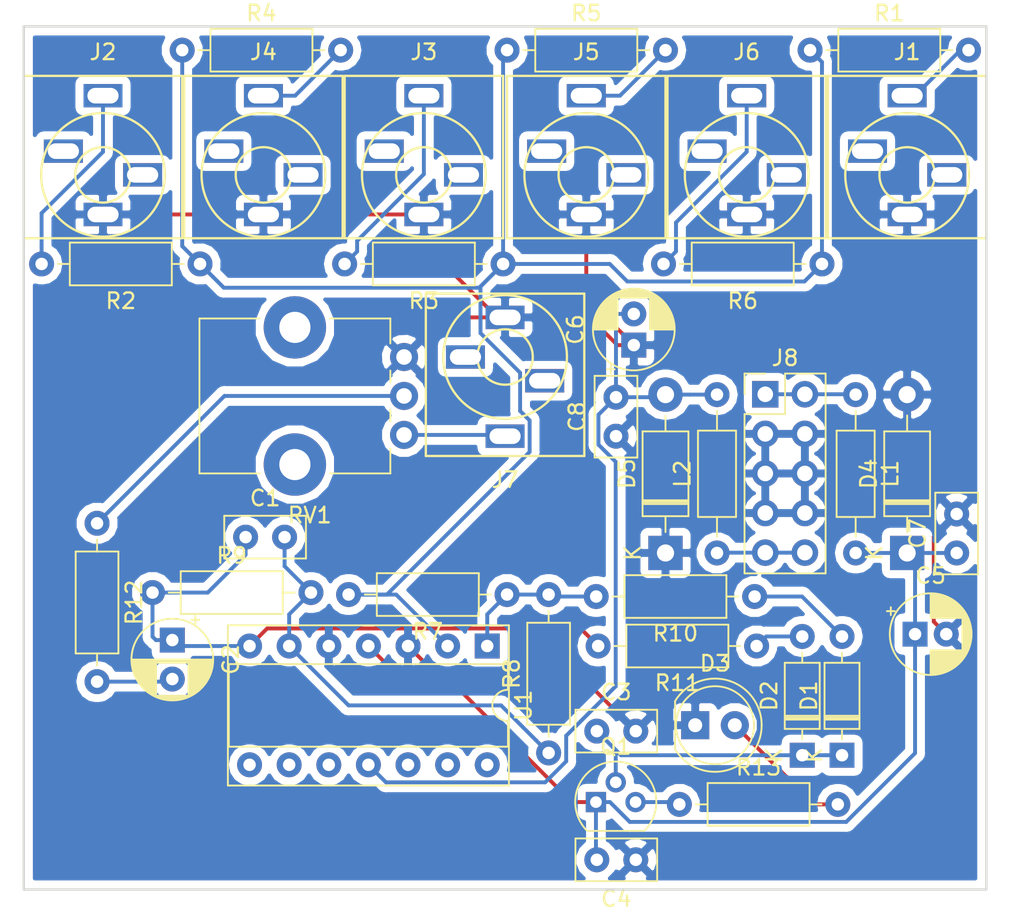
<source format=kicad_pcb>
(kicad_pcb (version 20171130) (host pcbnew "(5.0.2)-1")

  (general
    (thickness 1.6)
    (drawings 4)
    (tracks 156)
    (zones 0)
    (modules 39)
    (nets 38)
  )

  (page A4)
  (layers
    (0 F.Cu signal)
    (31 B.Cu signal)
    (32 B.Adhes user)
    (33 F.Adhes user)
    (34 B.Paste user)
    (35 F.Paste user)
    (36 B.SilkS user)
    (37 F.SilkS user)
    (38 B.Mask user)
    (39 F.Mask user)
    (40 Dwgs.User user)
    (41 Cmts.User user)
    (42 Eco1.User user)
    (43 Eco2.User user)
    (44 Edge.Cuts user)
    (45 Margin user)
    (46 B.CrtYd user)
    (47 F.CrtYd user)
    (48 B.Fab user)
    (49 F.Fab user)
  )

  (setup
    (last_trace_width 0.25)
    (trace_clearance 0.2)
    (zone_clearance 0.508)
    (zone_45_only no)
    (trace_min 0.2)
    (segment_width 0.2)
    (edge_width 0.15)
    (via_size 0.8)
    (via_drill 0.4)
    (via_min_size 0.4)
    (via_min_drill 0.3)
    (uvia_size 0.3)
    (uvia_drill 0.1)
    (uvias_allowed no)
    (uvia_min_size 0.2)
    (uvia_min_drill 0.1)
    (pcb_text_width 0.3)
    (pcb_text_size 1.5 1.5)
    (mod_edge_width 0.15)
    (mod_text_size 1 1)
    (mod_text_width 0.15)
    (pad_size 1.524 1.524)
    (pad_drill 0.762)
    (pad_to_mask_clearance 0.051)
    (solder_mask_min_width 0.25)
    (aux_axis_origin 0 0)
    (visible_elements 7FFFFFFF)
    (pcbplotparams
      (layerselection 0x010fc_ffffffff)
      (usegerberextensions true)
      (usegerberattributes false)
      (usegerberadvancedattributes false)
      (creategerberjobfile false)
      (excludeedgelayer true)
      (linewidth 0.100000)
      (plotframeref false)
      (viasonmask false)
      (mode 1)
      (useauxorigin false)
      (hpglpennumber 1)
      (hpglpenspeed 20)
      (hpglpendiameter 15.000000)
      (psnegative false)
      (psa4output false)
      (plotreference true)
      (plotvalue true)
      (plotinvisibletext false)
      (padsonsilk false)
      (subtractmaskfromsilk false)
      (outputformat 1)
      (mirror false)
      (drillshape 0)
      (scaleselection 1)
      (outputdirectory "Gerber/"))
  )

  (net 0 "")
  (net 1 "Net-(C1-Pad1)")
  (net 2 "Net-(C1-Pad2)")
  (net 3 "Net-(C2-Pad2)")
  (net 4 "Net-(C3-Pad1)")
  (net 5 GND)
  (net 6 12V)
  (net 7 -12V)
  (net 8 "Net-(D1-Pad2)")
  (net 9 "Net-(D2-Pad2)")
  (net 10 "Net-(D3-Pad2)")
  (net 11 "Net-(J1-PadT)")
  (net 12 "Net-(J1-PadR)")
  (net 13 "Net-(J1-PadG)")
  (net 14 "Net-(J2-PadG)")
  (net 15 "Net-(J2-PadR)")
  (net 16 "Net-(J2-PadT)")
  (net 17 "Net-(J3-PadT)")
  (net 18 "Net-(J3-PadR)")
  (net 19 "Net-(J3-PadG)")
  (net 20 "Net-(J4-PadG)")
  (net 21 "Net-(J4-PadR)")
  (net 22 "Net-(J4-PadT)")
  (net 23 "Net-(J5-PadT)")
  (net 24 "Net-(J5-PadR)")
  (net 25 "Net-(J5-PadG)")
  (net 26 "Net-(J6-PadG)")
  (net 27 "Net-(J6-PadR)")
  (net 28 "Net-(J6-PadT)")
  (net 29 "Net-(J7-PadT)")
  (net 30 "Net-(J7-PadR)")
  (net 31 "Net-(J7-PadG)")
  (net 32 "Net-(Q1-Pad3)")
  (net 33 mixed)
  (net 34 "Net-(R10-Pad2)")
  (net 35 "Net-(R12-Pad1)")
  (net 36 12VC)
  (net 37 -12VC)

  (net_class Default "This is the default net class."
    (clearance 0.2)
    (trace_width 0.25)
    (via_dia 0.8)
    (via_drill 0.4)
    (uvia_dia 0.3)
    (uvia_drill 0.1)
    (add_net -12V)
    (add_net -12VC)
    (add_net 12V)
    (add_net 12VC)
    (add_net GND)
    (add_net "Net-(C1-Pad1)")
    (add_net "Net-(C1-Pad2)")
    (add_net "Net-(C2-Pad2)")
    (add_net "Net-(C3-Pad1)")
    (add_net "Net-(D1-Pad2)")
    (add_net "Net-(D2-Pad2)")
    (add_net "Net-(D3-Pad2)")
    (add_net "Net-(J1-PadG)")
    (add_net "Net-(J1-PadR)")
    (add_net "Net-(J1-PadT)")
    (add_net "Net-(J2-PadG)")
    (add_net "Net-(J2-PadR)")
    (add_net "Net-(J2-PadT)")
    (add_net "Net-(J3-PadG)")
    (add_net "Net-(J3-PadR)")
    (add_net "Net-(J3-PadT)")
    (add_net "Net-(J4-PadG)")
    (add_net "Net-(J4-PadR)")
    (add_net "Net-(J4-PadT)")
    (add_net "Net-(J5-PadG)")
    (add_net "Net-(J5-PadR)")
    (add_net "Net-(J5-PadT)")
    (add_net "Net-(J6-PadG)")
    (add_net "Net-(J6-PadR)")
    (add_net "Net-(J6-PadT)")
    (add_net "Net-(J7-PadG)")
    (add_net "Net-(J7-PadR)")
    (add_net "Net-(J7-PadT)")
    (add_net "Net-(Q1-Pad3)")
    (add_net "Net-(R10-Pad2)")
    (add_net "Net-(R12-Pad1)")
    (add_net mixed)
  )

  (module synth:jack_audio (layer F.Cu) (tedit 5C66B204) (tstamp 5C95BF87)
    (at 116.967 24.384)
    (path /5C89187B)
    (fp_text reference J1 (at 0 -7.882) (layer F.SilkS)
      (effects (font (size 1 1) (thickness 0.15)))
    )
    (fp_text value IN1 (at 0 -8.882) (layer F.Fab)
      (effects (font (size 1 1) (thickness 0.15)))
    )
    (fp_line (start -5.08 -6.35) (end 5.08 -6.35) (layer F.SilkS) (width 0.15))
    (fp_line (start 5.08 -6.35) (end 5.08 4.064) (layer F.SilkS) (width 0.15))
    (fp_line (start 5.08 4.064) (end -5.08 4.064) (layer F.SilkS) (width 0.15))
    (fp_line (start -5.08 4.064) (end -5.08 -6.35) (layer F.SilkS) (width 0.15))
    (fp_circle (center 0 0) (end 3.048 2.54) (layer F.SilkS) (width 0.15))
    (fp_circle (center 0 0) (end 1.778 0) (layer F.SilkS) (width 0.15))
    (pad T thru_hole rect (at 0 -5.08) (size 2.5 1.5) (drill oval 2 1) (layers *.Cu *.Mask)
      (net 11 "Net-(J1-PadT)"))
    (pad R thru_hole rect (at 2.54 0) (size 2.5 1.5) (drill oval 2 1) (layers *.Cu *.Mask)
      (net 12 "Net-(J1-PadR)"))
    (pad G thru_hole rect (at -2.54 -1.524) (size 2.5 1.5) (drill oval 2 1) (layers *.Cu *.Mask)
      (net 13 "Net-(J1-PadG)"))
    (pad S thru_hole rect (at 0 2.54) (size 2.5 1.5) (drill oval 2 1) (layers *.Cu *.Mask)
      (net 5 GND))
  )

  (module synth:jack_audio (layer F.Cu) (tedit 5C66B204) (tstamp 5C95BF95)
    (at 65.405 24.384)
    (path /5C8996D4)
    (fp_text reference J2 (at 0 -7.882) (layer F.SilkS)
      (effects (font (size 1 1) (thickness 0.15)))
    )
    (fp_text value IN1 (at 0 -8.882) (layer F.Fab)
      (effects (font (size 1 1) (thickness 0.15)))
    )
    (fp_circle (center 0 0) (end 1.778 0) (layer F.SilkS) (width 0.15))
    (fp_circle (center 0 0) (end 3.048 2.54) (layer F.SilkS) (width 0.15))
    (fp_line (start -5.08 4.064) (end -5.08 -6.35) (layer F.SilkS) (width 0.15))
    (fp_line (start 5.08 4.064) (end -5.08 4.064) (layer F.SilkS) (width 0.15))
    (fp_line (start 5.08 -6.35) (end 5.08 4.064) (layer F.SilkS) (width 0.15))
    (fp_line (start -5.08 -6.35) (end 5.08 -6.35) (layer F.SilkS) (width 0.15))
    (pad S thru_hole rect (at 0 2.54) (size 2.5 1.5) (drill oval 2 1) (layers *.Cu *.Mask)
      (net 5 GND))
    (pad G thru_hole rect (at -2.54 -1.524) (size 2.5 1.5) (drill oval 2 1) (layers *.Cu *.Mask)
      (net 14 "Net-(J2-PadG)"))
    (pad R thru_hole rect (at 2.54 0) (size 2.5 1.5) (drill oval 2 1) (layers *.Cu *.Mask)
      (net 15 "Net-(J2-PadR)"))
    (pad T thru_hole rect (at 0 -5.08) (size 2.5 1.5) (drill oval 2 1) (layers *.Cu *.Mask)
      (net 16 "Net-(J2-PadT)"))
  )

  (module synth:jack_audio (layer F.Cu) (tedit 5C66B204) (tstamp 5C95BFA3)
    (at 85.979 24.384)
    (path /5C899799)
    (fp_text reference J3 (at 0 -7.882) (layer F.SilkS)
      (effects (font (size 1 1) (thickness 0.15)))
    )
    (fp_text value IN1 (at 0 -8.882) (layer F.Fab)
      (effects (font (size 1 1) (thickness 0.15)))
    )
    (fp_line (start -5.08 -6.35) (end 5.08 -6.35) (layer F.SilkS) (width 0.15))
    (fp_line (start 5.08 -6.35) (end 5.08 4.064) (layer F.SilkS) (width 0.15))
    (fp_line (start 5.08 4.064) (end -5.08 4.064) (layer F.SilkS) (width 0.15))
    (fp_line (start -5.08 4.064) (end -5.08 -6.35) (layer F.SilkS) (width 0.15))
    (fp_circle (center 0 0) (end 3.048 2.54) (layer F.SilkS) (width 0.15))
    (fp_circle (center 0 0) (end 1.778 0) (layer F.SilkS) (width 0.15))
    (pad T thru_hole rect (at 0 -5.08) (size 2.5 1.5) (drill oval 2 1) (layers *.Cu *.Mask)
      (net 17 "Net-(J3-PadT)"))
    (pad R thru_hole rect (at 2.54 0) (size 2.5 1.5) (drill oval 2 1) (layers *.Cu *.Mask)
      (net 18 "Net-(J3-PadR)"))
    (pad G thru_hole rect (at -2.54 -1.524) (size 2.5 1.5) (drill oval 2 1) (layers *.Cu *.Mask)
      (net 19 "Net-(J3-PadG)"))
    (pad S thru_hole rect (at 0 2.54) (size 2.5 1.5) (drill oval 2 1) (layers *.Cu *.Mask)
      (net 5 GND))
  )

  (module synth:jack_audio (layer F.Cu) (tedit 5C66B204) (tstamp 5C95BFB1)
    (at 75.692 24.384)
    (path /5C8997F6)
    (fp_text reference J4 (at 0 -7.882) (layer F.SilkS)
      (effects (font (size 1 1) (thickness 0.15)))
    )
    (fp_text value IN1 (at 0 -8.882) (layer F.Fab)
      (effects (font (size 1 1) (thickness 0.15)))
    )
    (fp_circle (center 0 0) (end 1.778 0) (layer F.SilkS) (width 0.15))
    (fp_circle (center 0 0) (end 3.048 2.54) (layer F.SilkS) (width 0.15))
    (fp_line (start -5.08 4.064) (end -5.08 -6.35) (layer F.SilkS) (width 0.15))
    (fp_line (start 5.08 4.064) (end -5.08 4.064) (layer F.SilkS) (width 0.15))
    (fp_line (start 5.08 -6.35) (end 5.08 4.064) (layer F.SilkS) (width 0.15))
    (fp_line (start -5.08 -6.35) (end 5.08 -6.35) (layer F.SilkS) (width 0.15))
    (pad S thru_hole rect (at 0 2.54) (size 2.5 1.5) (drill oval 2 1) (layers *.Cu *.Mask)
      (net 5 GND))
    (pad G thru_hole rect (at -2.54 -1.524) (size 2.5 1.5) (drill oval 2 1) (layers *.Cu *.Mask)
      (net 20 "Net-(J4-PadG)"))
    (pad R thru_hole rect (at 2.54 0) (size 2.5 1.5) (drill oval 2 1) (layers *.Cu *.Mask)
      (net 21 "Net-(J4-PadR)"))
    (pad T thru_hole rect (at 0 -5.08) (size 2.5 1.5) (drill oval 2 1) (layers *.Cu *.Mask)
      (net 22 "Net-(J4-PadT)"))
  )

  (module synth:jack_audio (layer F.Cu) (tedit 5C66B204) (tstamp 5C95BFBF)
    (at 96.393 24.384)
    (path /5C899838)
    (fp_text reference J5 (at 0 -7.882) (layer F.SilkS)
      (effects (font (size 1 1) (thickness 0.15)))
    )
    (fp_text value IN1 (at 0 -8.882) (layer F.Fab)
      (effects (font (size 1 1) (thickness 0.15)))
    )
    (fp_line (start -5.08 -6.35) (end 5.08 -6.35) (layer F.SilkS) (width 0.15))
    (fp_line (start 5.08 -6.35) (end 5.08 4.064) (layer F.SilkS) (width 0.15))
    (fp_line (start 5.08 4.064) (end -5.08 4.064) (layer F.SilkS) (width 0.15))
    (fp_line (start -5.08 4.064) (end -5.08 -6.35) (layer F.SilkS) (width 0.15))
    (fp_circle (center 0 0) (end 3.048 2.54) (layer F.SilkS) (width 0.15))
    (fp_circle (center 0 0) (end 1.778 0) (layer F.SilkS) (width 0.15))
    (pad T thru_hole rect (at 0 -5.08) (size 2.5 1.5) (drill oval 2 1) (layers *.Cu *.Mask)
      (net 23 "Net-(J5-PadT)"))
    (pad R thru_hole rect (at 2.54 0) (size 2.5 1.5) (drill oval 2 1) (layers *.Cu *.Mask)
      (net 24 "Net-(J5-PadR)"))
    (pad G thru_hole rect (at -2.54 -1.524) (size 2.5 1.5) (drill oval 2 1) (layers *.Cu *.Mask)
      (net 25 "Net-(J5-PadG)"))
    (pad S thru_hole rect (at 0 2.54) (size 2.5 1.5) (drill oval 2 1) (layers *.Cu *.Mask)
      (net 5 GND))
  )

  (module synth:jack_audio (layer F.Cu) (tedit 5C66B204) (tstamp 5C95BFCD)
    (at 106.68 24.384)
    (path /5C8998B1)
    (fp_text reference J6 (at 0 -7.882) (layer F.SilkS)
      (effects (font (size 1 1) (thickness 0.15)))
    )
    (fp_text value IN1 (at 0 -8.882) (layer F.Fab)
      (effects (font (size 1 1) (thickness 0.15)))
    )
    (fp_circle (center 0 0) (end 1.778 0) (layer F.SilkS) (width 0.15))
    (fp_circle (center 0 0) (end 3.048 2.54) (layer F.SilkS) (width 0.15))
    (fp_line (start -5.08 4.064) (end -5.08 -6.35) (layer F.SilkS) (width 0.15))
    (fp_line (start 5.08 4.064) (end -5.08 4.064) (layer F.SilkS) (width 0.15))
    (fp_line (start 5.08 -6.35) (end 5.08 4.064) (layer F.SilkS) (width 0.15))
    (fp_line (start -5.08 -6.35) (end 5.08 -6.35) (layer F.SilkS) (width 0.15))
    (pad S thru_hole rect (at 0 2.54) (size 2.5 1.5) (drill oval 2 1) (layers *.Cu *.Mask)
      (net 5 GND))
    (pad G thru_hole rect (at -2.54 -1.524) (size 2.5 1.5) (drill oval 2 1) (layers *.Cu *.Mask)
      (net 26 "Net-(J6-PadG)"))
    (pad R thru_hole rect (at 2.54 0) (size 2.5 1.5) (drill oval 2 1) (layers *.Cu *.Mask)
      (net 27 "Net-(J6-PadR)"))
    (pad T thru_hole rect (at 0 -5.08) (size 2.5 1.5) (drill oval 2 1) (layers *.Cu *.Mask)
      (net 28 "Net-(J6-PadT)"))
  )

  (module synth:jack_audio (layer F.Cu) (tedit 5C66B204) (tstamp 5C95BFDB)
    (at 91.186 36.068 180)
    (path /5C8A6237)
    (fp_text reference J7 (at 0 -7.882 180) (layer F.SilkS)
      (effects (font (size 1 1) (thickness 0.15)))
    )
    (fp_text value OUT1 (at 0 -8.882 180) (layer F.Fab)
      (effects (font (size 1 1) (thickness 0.15)))
    )
    (fp_line (start -5.08 -6.35) (end 5.08 -6.35) (layer F.SilkS) (width 0.15))
    (fp_line (start 5.08 -6.35) (end 5.08 4.064) (layer F.SilkS) (width 0.15))
    (fp_line (start 5.08 4.064) (end -5.08 4.064) (layer F.SilkS) (width 0.15))
    (fp_line (start -5.08 4.064) (end -5.08 -6.35) (layer F.SilkS) (width 0.15))
    (fp_circle (center 0 0) (end 3.048 2.54) (layer F.SilkS) (width 0.15))
    (fp_circle (center 0 0) (end 1.778 0) (layer F.SilkS) (width 0.15))
    (pad T thru_hole rect (at 0 -5.08 180) (size 2.5 1.5) (drill oval 2 1) (layers *.Cu *.Mask)
      (net 29 "Net-(J7-PadT)"))
    (pad R thru_hole rect (at 2.54 0 180) (size 2.5 1.5) (drill oval 2 1) (layers *.Cu *.Mask)
      (net 30 "Net-(J7-PadR)"))
    (pad G thru_hole rect (at -2.54 -1.524 180) (size 2.5 1.5) (drill oval 2 1) (layers *.Cu *.Mask)
      (net 31 "Net-(J7-PadG)"))
    (pad S thru_hole rect (at 0 2.54 180) (size 2.5 1.5) (drill oval 2 1) (layers *.Cu *.Mask)
      (net 5 GND))
  )

  (module Capacitor_THT:C_Disc_D5.0mm_W2.5mm_P2.50mm (layer F.Cu) (tedit 5AE50EF0) (tstamp 5C981913)
    (at 74.549 47.625)
    (descr "C, Disc series, Radial, pin pitch=2.50mm, , diameter*width=5*2.5mm^2, Capacitor, http://cdn-reichelt.de/documents/datenblatt/B300/DS_KERKO_TC.pdf")
    (tags "C Disc series Radial pin pitch 2.50mm  diameter 5mm width 2.5mm Capacitor")
    (path /5C8A14F9)
    (fp_text reference C1 (at 1.25 -2.5) (layer F.SilkS)
      (effects (font (size 1 1) (thickness 0.15)))
    )
    (fp_text value 22pF (at 1.25 2.5) (layer F.Fab)
      (effects (font (size 1 1) (thickness 0.15)))
    )
    (fp_line (start -1.25 -1.25) (end -1.25 1.25) (layer F.Fab) (width 0.1))
    (fp_line (start -1.25 1.25) (end 3.75 1.25) (layer F.Fab) (width 0.1))
    (fp_line (start 3.75 1.25) (end 3.75 -1.25) (layer F.Fab) (width 0.1))
    (fp_line (start 3.75 -1.25) (end -1.25 -1.25) (layer F.Fab) (width 0.1))
    (fp_line (start -1.37 -1.37) (end 3.87 -1.37) (layer F.SilkS) (width 0.12))
    (fp_line (start -1.37 1.37) (end 3.87 1.37) (layer F.SilkS) (width 0.12))
    (fp_line (start -1.37 -1.37) (end -1.37 1.37) (layer F.SilkS) (width 0.12))
    (fp_line (start 3.87 -1.37) (end 3.87 1.37) (layer F.SilkS) (width 0.12))
    (fp_line (start -1.5 -1.5) (end -1.5 1.5) (layer F.CrtYd) (width 0.05))
    (fp_line (start -1.5 1.5) (end 4 1.5) (layer F.CrtYd) (width 0.05))
    (fp_line (start 4 1.5) (end 4 -1.5) (layer F.CrtYd) (width 0.05))
    (fp_line (start 4 -1.5) (end -1.5 -1.5) (layer F.CrtYd) (width 0.05))
    (fp_text user %R (at 1.25 0) (layer F.Fab)
      (effects (font (size 1 1) (thickness 0.15)))
    )
    (pad 1 thru_hole circle (at 0 0) (size 1.6 1.6) (drill 0.8) (layers *.Cu *.Mask)
      (net 1 "Net-(C1-Pad1)"))
    (pad 2 thru_hole circle (at 2.5 0) (size 1.6 1.6) (drill 0.8) (layers *.Cu *.Mask)
      (net 2 "Net-(C1-Pad2)"))
    (model ${KISYS3DMOD}/Capacitor_THT.3dshapes/C_Disc_D5.0mm_W2.5mm_P2.50mm.wrl
      (at (xyz 0 0 0))
      (scale (xyz 1 1 1))
      (rotate (xyz 0 0 0))
    )
  )

  (module Capacitor_THT:CP_Radial_D5.0mm_P2.50mm (layer F.Cu) (tedit 5AE50EF0) (tstamp 5C981997)
    (at 69.85 54.229 270)
    (descr "CP, Radial series, Radial, pin pitch=2.50mm, , diameter=5mm, Electrolytic Capacitor")
    (tags "CP Radial series Radial pin pitch 2.50mm  diameter 5mm Electrolytic Capacitor")
    (path /5C8A5EFE)
    (fp_text reference C2 (at 1.25 -3.75 270) (layer F.SilkS)
      (effects (font (size 1 1) (thickness 0.15)))
    )
    (fp_text value 4u7 (at 1.25 3.75 270) (layer F.Fab)
      (effects (font (size 1 1) (thickness 0.15)))
    )
    (fp_circle (center 1.25 0) (end 3.75 0) (layer F.Fab) (width 0.1))
    (fp_circle (center 1.25 0) (end 3.87 0) (layer F.SilkS) (width 0.12))
    (fp_circle (center 1.25 0) (end 4 0) (layer F.CrtYd) (width 0.05))
    (fp_line (start -0.883605 -1.0875) (end -0.383605 -1.0875) (layer F.Fab) (width 0.1))
    (fp_line (start -0.633605 -1.3375) (end -0.633605 -0.8375) (layer F.Fab) (width 0.1))
    (fp_line (start 1.25 -2.58) (end 1.25 2.58) (layer F.SilkS) (width 0.12))
    (fp_line (start 1.29 -2.58) (end 1.29 2.58) (layer F.SilkS) (width 0.12))
    (fp_line (start 1.33 -2.579) (end 1.33 2.579) (layer F.SilkS) (width 0.12))
    (fp_line (start 1.37 -2.578) (end 1.37 2.578) (layer F.SilkS) (width 0.12))
    (fp_line (start 1.41 -2.576) (end 1.41 2.576) (layer F.SilkS) (width 0.12))
    (fp_line (start 1.45 -2.573) (end 1.45 2.573) (layer F.SilkS) (width 0.12))
    (fp_line (start 1.49 -2.569) (end 1.49 -1.04) (layer F.SilkS) (width 0.12))
    (fp_line (start 1.49 1.04) (end 1.49 2.569) (layer F.SilkS) (width 0.12))
    (fp_line (start 1.53 -2.565) (end 1.53 -1.04) (layer F.SilkS) (width 0.12))
    (fp_line (start 1.53 1.04) (end 1.53 2.565) (layer F.SilkS) (width 0.12))
    (fp_line (start 1.57 -2.561) (end 1.57 -1.04) (layer F.SilkS) (width 0.12))
    (fp_line (start 1.57 1.04) (end 1.57 2.561) (layer F.SilkS) (width 0.12))
    (fp_line (start 1.61 -2.556) (end 1.61 -1.04) (layer F.SilkS) (width 0.12))
    (fp_line (start 1.61 1.04) (end 1.61 2.556) (layer F.SilkS) (width 0.12))
    (fp_line (start 1.65 -2.55) (end 1.65 -1.04) (layer F.SilkS) (width 0.12))
    (fp_line (start 1.65 1.04) (end 1.65 2.55) (layer F.SilkS) (width 0.12))
    (fp_line (start 1.69 -2.543) (end 1.69 -1.04) (layer F.SilkS) (width 0.12))
    (fp_line (start 1.69 1.04) (end 1.69 2.543) (layer F.SilkS) (width 0.12))
    (fp_line (start 1.73 -2.536) (end 1.73 -1.04) (layer F.SilkS) (width 0.12))
    (fp_line (start 1.73 1.04) (end 1.73 2.536) (layer F.SilkS) (width 0.12))
    (fp_line (start 1.77 -2.528) (end 1.77 -1.04) (layer F.SilkS) (width 0.12))
    (fp_line (start 1.77 1.04) (end 1.77 2.528) (layer F.SilkS) (width 0.12))
    (fp_line (start 1.81 -2.52) (end 1.81 -1.04) (layer F.SilkS) (width 0.12))
    (fp_line (start 1.81 1.04) (end 1.81 2.52) (layer F.SilkS) (width 0.12))
    (fp_line (start 1.85 -2.511) (end 1.85 -1.04) (layer F.SilkS) (width 0.12))
    (fp_line (start 1.85 1.04) (end 1.85 2.511) (layer F.SilkS) (width 0.12))
    (fp_line (start 1.89 -2.501) (end 1.89 -1.04) (layer F.SilkS) (width 0.12))
    (fp_line (start 1.89 1.04) (end 1.89 2.501) (layer F.SilkS) (width 0.12))
    (fp_line (start 1.93 -2.491) (end 1.93 -1.04) (layer F.SilkS) (width 0.12))
    (fp_line (start 1.93 1.04) (end 1.93 2.491) (layer F.SilkS) (width 0.12))
    (fp_line (start 1.971 -2.48) (end 1.971 -1.04) (layer F.SilkS) (width 0.12))
    (fp_line (start 1.971 1.04) (end 1.971 2.48) (layer F.SilkS) (width 0.12))
    (fp_line (start 2.011 -2.468) (end 2.011 -1.04) (layer F.SilkS) (width 0.12))
    (fp_line (start 2.011 1.04) (end 2.011 2.468) (layer F.SilkS) (width 0.12))
    (fp_line (start 2.051 -2.455) (end 2.051 -1.04) (layer F.SilkS) (width 0.12))
    (fp_line (start 2.051 1.04) (end 2.051 2.455) (layer F.SilkS) (width 0.12))
    (fp_line (start 2.091 -2.442) (end 2.091 -1.04) (layer F.SilkS) (width 0.12))
    (fp_line (start 2.091 1.04) (end 2.091 2.442) (layer F.SilkS) (width 0.12))
    (fp_line (start 2.131 -2.428) (end 2.131 -1.04) (layer F.SilkS) (width 0.12))
    (fp_line (start 2.131 1.04) (end 2.131 2.428) (layer F.SilkS) (width 0.12))
    (fp_line (start 2.171 -2.414) (end 2.171 -1.04) (layer F.SilkS) (width 0.12))
    (fp_line (start 2.171 1.04) (end 2.171 2.414) (layer F.SilkS) (width 0.12))
    (fp_line (start 2.211 -2.398) (end 2.211 -1.04) (layer F.SilkS) (width 0.12))
    (fp_line (start 2.211 1.04) (end 2.211 2.398) (layer F.SilkS) (width 0.12))
    (fp_line (start 2.251 -2.382) (end 2.251 -1.04) (layer F.SilkS) (width 0.12))
    (fp_line (start 2.251 1.04) (end 2.251 2.382) (layer F.SilkS) (width 0.12))
    (fp_line (start 2.291 -2.365) (end 2.291 -1.04) (layer F.SilkS) (width 0.12))
    (fp_line (start 2.291 1.04) (end 2.291 2.365) (layer F.SilkS) (width 0.12))
    (fp_line (start 2.331 -2.348) (end 2.331 -1.04) (layer F.SilkS) (width 0.12))
    (fp_line (start 2.331 1.04) (end 2.331 2.348) (layer F.SilkS) (width 0.12))
    (fp_line (start 2.371 -2.329) (end 2.371 -1.04) (layer F.SilkS) (width 0.12))
    (fp_line (start 2.371 1.04) (end 2.371 2.329) (layer F.SilkS) (width 0.12))
    (fp_line (start 2.411 -2.31) (end 2.411 -1.04) (layer F.SilkS) (width 0.12))
    (fp_line (start 2.411 1.04) (end 2.411 2.31) (layer F.SilkS) (width 0.12))
    (fp_line (start 2.451 -2.29) (end 2.451 -1.04) (layer F.SilkS) (width 0.12))
    (fp_line (start 2.451 1.04) (end 2.451 2.29) (layer F.SilkS) (width 0.12))
    (fp_line (start 2.491 -2.268) (end 2.491 -1.04) (layer F.SilkS) (width 0.12))
    (fp_line (start 2.491 1.04) (end 2.491 2.268) (layer F.SilkS) (width 0.12))
    (fp_line (start 2.531 -2.247) (end 2.531 -1.04) (layer F.SilkS) (width 0.12))
    (fp_line (start 2.531 1.04) (end 2.531 2.247) (layer F.SilkS) (width 0.12))
    (fp_line (start 2.571 -2.224) (end 2.571 -1.04) (layer F.SilkS) (width 0.12))
    (fp_line (start 2.571 1.04) (end 2.571 2.224) (layer F.SilkS) (width 0.12))
    (fp_line (start 2.611 -2.2) (end 2.611 -1.04) (layer F.SilkS) (width 0.12))
    (fp_line (start 2.611 1.04) (end 2.611 2.2) (layer F.SilkS) (width 0.12))
    (fp_line (start 2.651 -2.175) (end 2.651 -1.04) (layer F.SilkS) (width 0.12))
    (fp_line (start 2.651 1.04) (end 2.651 2.175) (layer F.SilkS) (width 0.12))
    (fp_line (start 2.691 -2.149) (end 2.691 -1.04) (layer F.SilkS) (width 0.12))
    (fp_line (start 2.691 1.04) (end 2.691 2.149) (layer F.SilkS) (width 0.12))
    (fp_line (start 2.731 -2.122) (end 2.731 -1.04) (layer F.SilkS) (width 0.12))
    (fp_line (start 2.731 1.04) (end 2.731 2.122) (layer F.SilkS) (width 0.12))
    (fp_line (start 2.771 -2.095) (end 2.771 -1.04) (layer F.SilkS) (width 0.12))
    (fp_line (start 2.771 1.04) (end 2.771 2.095) (layer F.SilkS) (width 0.12))
    (fp_line (start 2.811 -2.065) (end 2.811 -1.04) (layer F.SilkS) (width 0.12))
    (fp_line (start 2.811 1.04) (end 2.811 2.065) (layer F.SilkS) (width 0.12))
    (fp_line (start 2.851 -2.035) (end 2.851 -1.04) (layer F.SilkS) (width 0.12))
    (fp_line (start 2.851 1.04) (end 2.851 2.035) (layer F.SilkS) (width 0.12))
    (fp_line (start 2.891 -2.004) (end 2.891 -1.04) (layer F.SilkS) (width 0.12))
    (fp_line (start 2.891 1.04) (end 2.891 2.004) (layer F.SilkS) (width 0.12))
    (fp_line (start 2.931 -1.971) (end 2.931 -1.04) (layer F.SilkS) (width 0.12))
    (fp_line (start 2.931 1.04) (end 2.931 1.971) (layer F.SilkS) (width 0.12))
    (fp_line (start 2.971 -1.937) (end 2.971 -1.04) (layer F.SilkS) (width 0.12))
    (fp_line (start 2.971 1.04) (end 2.971 1.937) (layer F.SilkS) (width 0.12))
    (fp_line (start 3.011 -1.901) (end 3.011 -1.04) (layer F.SilkS) (width 0.12))
    (fp_line (start 3.011 1.04) (end 3.011 1.901) (layer F.SilkS) (width 0.12))
    (fp_line (start 3.051 -1.864) (end 3.051 -1.04) (layer F.SilkS) (width 0.12))
    (fp_line (start 3.051 1.04) (end 3.051 1.864) (layer F.SilkS) (width 0.12))
    (fp_line (start 3.091 -1.826) (end 3.091 -1.04) (layer F.SilkS) (width 0.12))
    (fp_line (start 3.091 1.04) (end 3.091 1.826) (layer F.SilkS) (width 0.12))
    (fp_line (start 3.131 -1.785) (end 3.131 -1.04) (layer F.SilkS) (width 0.12))
    (fp_line (start 3.131 1.04) (end 3.131 1.785) (layer F.SilkS) (width 0.12))
    (fp_line (start 3.171 -1.743) (end 3.171 -1.04) (layer F.SilkS) (width 0.12))
    (fp_line (start 3.171 1.04) (end 3.171 1.743) (layer F.SilkS) (width 0.12))
    (fp_line (start 3.211 -1.699) (end 3.211 -1.04) (layer F.SilkS) (width 0.12))
    (fp_line (start 3.211 1.04) (end 3.211 1.699) (layer F.SilkS) (width 0.12))
    (fp_line (start 3.251 -1.653) (end 3.251 -1.04) (layer F.SilkS) (width 0.12))
    (fp_line (start 3.251 1.04) (end 3.251 1.653) (layer F.SilkS) (width 0.12))
    (fp_line (start 3.291 -1.605) (end 3.291 -1.04) (layer F.SilkS) (width 0.12))
    (fp_line (start 3.291 1.04) (end 3.291 1.605) (layer F.SilkS) (width 0.12))
    (fp_line (start 3.331 -1.554) (end 3.331 -1.04) (layer F.SilkS) (width 0.12))
    (fp_line (start 3.331 1.04) (end 3.331 1.554) (layer F.SilkS) (width 0.12))
    (fp_line (start 3.371 -1.5) (end 3.371 -1.04) (layer F.SilkS) (width 0.12))
    (fp_line (start 3.371 1.04) (end 3.371 1.5) (layer F.SilkS) (width 0.12))
    (fp_line (start 3.411 -1.443) (end 3.411 -1.04) (layer F.SilkS) (width 0.12))
    (fp_line (start 3.411 1.04) (end 3.411 1.443) (layer F.SilkS) (width 0.12))
    (fp_line (start 3.451 -1.383) (end 3.451 -1.04) (layer F.SilkS) (width 0.12))
    (fp_line (start 3.451 1.04) (end 3.451 1.383) (layer F.SilkS) (width 0.12))
    (fp_line (start 3.491 -1.319) (end 3.491 -1.04) (layer F.SilkS) (width 0.12))
    (fp_line (start 3.491 1.04) (end 3.491 1.319) (layer F.SilkS) (width 0.12))
    (fp_line (start 3.531 -1.251) (end 3.531 -1.04) (layer F.SilkS) (width 0.12))
    (fp_line (start 3.531 1.04) (end 3.531 1.251) (layer F.SilkS) (width 0.12))
    (fp_line (start 3.571 -1.178) (end 3.571 1.178) (layer F.SilkS) (width 0.12))
    (fp_line (start 3.611 -1.098) (end 3.611 1.098) (layer F.SilkS) (width 0.12))
    (fp_line (start 3.651 -1.011) (end 3.651 1.011) (layer F.SilkS) (width 0.12))
    (fp_line (start 3.691 -0.915) (end 3.691 0.915) (layer F.SilkS) (width 0.12))
    (fp_line (start 3.731 -0.805) (end 3.731 0.805) (layer F.SilkS) (width 0.12))
    (fp_line (start 3.771 -0.677) (end 3.771 0.677) (layer F.SilkS) (width 0.12))
    (fp_line (start 3.811 -0.518) (end 3.811 0.518) (layer F.SilkS) (width 0.12))
    (fp_line (start 3.851 -0.284) (end 3.851 0.284) (layer F.SilkS) (width 0.12))
    (fp_line (start -1.554775 -1.475) (end -1.054775 -1.475) (layer F.SilkS) (width 0.12))
    (fp_line (start -1.304775 -1.725) (end -1.304775 -1.225) (layer F.SilkS) (width 0.12))
    (fp_text user %R (at 1.25 0 270) (layer F.Fab)
      (effects (font (size 1 1) (thickness 0.15)))
    )
    (pad 1 thru_hole rect (at 0 0 270) (size 1.6 1.6) (drill 0.8) (layers *.Cu *.Mask)
      (net 1 "Net-(C1-Pad1)"))
    (pad 2 thru_hole circle (at 2.5 0 270) (size 1.6 1.6) (drill 0.8) (layers *.Cu *.Mask)
      (net 3 "Net-(C2-Pad2)"))
    (model ${KISYS3DMOD}/Capacitor_THT.3dshapes/CP_Radial_D5.0mm_P2.50mm.wrl
      (at (xyz 0 0 0))
      (scale (xyz 1 1 1))
      (rotate (xyz 0 0 0))
    )
  )

  (module Capacitor_THT:C_Disc_D5.0mm_W2.5mm_P2.50mm (layer F.Cu) (tedit 5AE50EF0) (tstamp 5C9819AA)
    (at 97.068 60.071)
    (descr "C, Disc series, Radial, pin pitch=2.50mm, , diameter*width=5*2.5mm^2, Capacitor, http://cdn-reichelt.de/documents/datenblatt/B300/DS_KERKO_TC.pdf")
    (tags "C Disc series Radial pin pitch 2.50mm  diameter 5mm width 2.5mm Capacitor")
    (path /5C8ABB1E)
    (fp_text reference C3 (at 1.25 -2.5) (layer F.SilkS)
      (effects (font (size 1 1) (thickness 0.15)))
    )
    (fp_text value 100n (at 1.25 2.5) (layer F.Fab)
      (effects (font (size 1 1) (thickness 0.15)))
    )
    (fp_line (start -1.25 -1.25) (end -1.25 1.25) (layer F.Fab) (width 0.1))
    (fp_line (start -1.25 1.25) (end 3.75 1.25) (layer F.Fab) (width 0.1))
    (fp_line (start 3.75 1.25) (end 3.75 -1.25) (layer F.Fab) (width 0.1))
    (fp_line (start 3.75 -1.25) (end -1.25 -1.25) (layer F.Fab) (width 0.1))
    (fp_line (start -1.37 -1.37) (end 3.87 -1.37) (layer F.SilkS) (width 0.12))
    (fp_line (start -1.37 1.37) (end 3.87 1.37) (layer F.SilkS) (width 0.12))
    (fp_line (start -1.37 -1.37) (end -1.37 1.37) (layer F.SilkS) (width 0.12))
    (fp_line (start 3.87 -1.37) (end 3.87 1.37) (layer F.SilkS) (width 0.12))
    (fp_line (start -1.5 -1.5) (end -1.5 1.5) (layer F.CrtYd) (width 0.05))
    (fp_line (start -1.5 1.5) (end 4 1.5) (layer F.CrtYd) (width 0.05))
    (fp_line (start 4 1.5) (end 4 -1.5) (layer F.CrtYd) (width 0.05))
    (fp_line (start 4 -1.5) (end -1.5 -1.5) (layer F.CrtYd) (width 0.05))
    (fp_text user %R (at 1.25 0) (layer F.Fab)
      (effects (font (size 1 1) (thickness 0.15)))
    )
    (pad 1 thru_hole circle (at 0 0) (size 1.6 1.6) (drill 0.8) (layers *.Cu *.Mask)
      (net 4 "Net-(C3-Pad1)"))
    (pad 2 thru_hole circle (at 2.5 0) (size 1.6 1.6) (drill 0.8) (layers *.Cu *.Mask)
      (net 5 GND))
    (model ${KISYS3DMOD}/Capacitor_THT.3dshapes/C_Disc_D5.0mm_W2.5mm_P2.50mm.wrl
      (at (xyz 0 0 0))
      (scale (xyz 1 1 1))
      (rotate (xyz 0 0 0))
    )
  )

  (module Capacitor_THT:C_Disc_D5.0mm_W2.5mm_P2.50mm (layer F.Cu) (tedit 5AE50EF0) (tstamp 5C9837FA)
    (at 99.568 68.326 180)
    (descr "C, Disc series, Radial, pin pitch=2.50mm, , diameter*width=5*2.5mm^2, Capacitor, http://cdn-reichelt.de/documents/datenblatt/B300/DS_KERKO_TC.pdf")
    (tags "C Disc series Radial pin pitch 2.50mm  diameter 5mm width 2.5mm Capacitor")
    (path /5C8AFF27)
    (fp_text reference C4 (at 1.25 -2.5 180) (layer F.SilkS)
      (effects (font (size 1 1) (thickness 0.15)))
    )
    (fp_text value 100n (at 1.25 2.5 180) (layer F.Fab)
      (effects (font (size 1 1) (thickness 0.15)))
    )
    (fp_text user %R (at 1.25 0 180) (layer F.Fab)
      (effects (font (size 1 1) (thickness 0.15)))
    )
    (fp_line (start 4 -1.5) (end -1.5 -1.5) (layer F.CrtYd) (width 0.05))
    (fp_line (start 4 1.5) (end 4 -1.5) (layer F.CrtYd) (width 0.05))
    (fp_line (start -1.5 1.5) (end 4 1.5) (layer F.CrtYd) (width 0.05))
    (fp_line (start -1.5 -1.5) (end -1.5 1.5) (layer F.CrtYd) (width 0.05))
    (fp_line (start 3.87 -1.37) (end 3.87 1.37) (layer F.SilkS) (width 0.12))
    (fp_line (start -1.37 -1.37) (end -1.37 1.37) (layer F.SilkS) (width 0.12))
    (fp_line (start -1.37 1.37) (end 3.87 1.37) (layer F.SilkS) (width 0.12))
    (fp_line (start -1.37 -1.37) (end 3.87 -1.37) (layer F.SilkS) (width 0.12))
    (fp_line (start 3.75 -1.25) (end -1.25 -1.25) (layer F.Fab) (width 0.1))
    (fp_line (start 3.75 1.25) (end 3.75 -1.25) (layer F.Fab) (width 0.1))
    (fp_line (start -1.25 1.25) (end 3.75 1.25) (layer F.Fab) (width 0.1))
    (fp_line (start -1.25 -1.25) (end -1.25 1.25) (layer F.Fab) (width 0.1))
    (pad 2 thru_hole circle (at 2.5 0 180) (size 1.6 1.6) (drill 0.8) (layers *.Cu *.Mask)
      (net 6 12V))
    (pad 1 thru_hole circle (at 0 0 180) (size 1.6 1.6) (drill 0.8) (layers *.Cu *.Mask)
      (net 5 GND))
    (model ${KISYS3DMOD}/Capacitor_THT.3dshapes/C_Disc_D5.0mm_W2.5mm_P2.50mm.wrl
      (at (xyz 0 0 0))
      (scale (xyz 1 1 1))
      (rotate (xyz 0 0 0))
    )
  )

  (module Capacitor_THT:CP_Radial_D5.0mm_P2.00mm (layer F.Cu) (tedit 5AE50EF0) (tstamp 5C98469F)
    (at 117.475 53.848)
    (descr "CP, Radial series, Radial, pin pitch=2.00mm, , diameter=5mm, Electrolytic Capacitor")
    (tags "CP Radial series Radial pin pitch 2.00mm  diameter 5mm Electrolytic Capacitor")
    (path /5C897C12/5C897F6C)
    (fp_text reference C5 (at 1 -3.75) (layer F.SilkS)
      (effects (font (size 1 1) (thickness 0.15)))
    )
    (fp_text value 10uF (at 1 3.75) (layer F.Fab)
      (effects (font (size 1 1) (thickness 0.15)))
    )
    (fp_circle (center 1 0) (end 3.5 0) (layer F.Fab) (width 0.1))
    (fp_circle (center 1 0) (end 3.62 0) (layer F.SilkS) (width 0.12))
    (fp_circle (center 1 0) (end 3.75 0) (layer F.CrtYd) (width 0.05))
    (fp_line (start -1.133605 -1.0875) (end -0.633605 -1.0875) (layer F.Fab) (width 0.1))
    (fp_line (start -0.883605 -1.3375) (end -0.883605 -0.8375) (layer F.Fab) (width 0.1))
    (fp_line (start 1 1.04) (end 1 2.58) (layer F.SilkS) (width 0.12))
    (fp_line (start 1 -2.58) (end 1 -1.04) (layer F.SilkS) (width 0.12))
    (fp_line (start 1.04 1.04) (end 1.04 2.58) (layer F.SilkS) (width 0.12))
    (fp_line (start 1.04 -2.58) (end 1.04 -1.04) (layer F.SilkS) (width 0.12))
    (fp_line (start 1.08 -2.579) (end 1.08 -1.04) (layer F.SilkS) (width 0.12))
    (fp_line (start 1.08 1.04) (end 1.08 2.579) (layer F.SilkS) (width 0.12))
    (fp_line (start 1.12 -2.578) (end 1.12 -1.04) (layer F.SilkS) (width 0.12))
    (fp_line (start 1.12 1.04) (end 1.12 2.578) (layer F.SilkS) (width 0.12))
    (fp_line (start 1.16 -2.576) (end 1.16 -1.04) (layer F.SilkS) (width 0.12))
    (fp_line (start 1.16 1.04) (end 1.16 2.576) (layer F.SilkS) (width 0.12))
    (fp_line (start 1.2 -2.573) (end 1.2 -1.04) (layer F.SilkS) (width 0.12))
    (fp_line (start 1.2 1.04) (end 1.2 2.573) (layer F.SilkS) (width 0.12))
    (fp_line (start 1.24 -2.569) (end 1.24 -1.04) (layer F.SilkS) (width 0.12))
    (fp_line (start 1.24 1.04) (end 1.24 2.569) (layer F.SilkS) (width 0.12))
    (fp_line (start 1.28 -2.565) (end 1.28 -1.04) (layer F.SilkS) (width 0.12))
    (fp_line (start 1.28 1.04) (end 1.28 2.565) (layer F.SilkS) (width 0.12))
    (fp_line (start 1.32 -2.561) (end 1.32 -1.04) (layer F.SilkS) (width 0.12))
    (fp_line (start 1.32 1.04) (end 1.32 2.561) (layer F.SilkS) (width 0.12))
    (fp_line (start 1.36 -2.556) (end 1.36 -1.04) (layer F.SilkS) (width 0.12))
    (fp_line (start 1.36 1.04) (end 1.36 2.556) (layer F.SilkS) (width 0.12))
    (fp_line (start 1.4 -2.55) (end 1.4 -1.04) (layer F.SilkS) (width 0.12))
    (fp_line (start 1.4 1.04) (end 1.4 2.55) (layer F.SilkS) (width 0.12))
    (fp_line (start 1.44 -2.543) (end 1.44 -1.04) (layer F.SilkS) (width 0.12))
    (fp_line (start 1.44 1.04) (end 1.44 2.543) (layer F.SilkS) (width 0.12))
    (fp_line (start 1.48 -2.536) (end 1.48 -1.04) (layer F.SilkS) (width 0.12))
    (fp_line (start 1.48 1.04) (end 1.48 2.536) (layer F.SilkS) (width 0.12))
    (fp_line (start 1.52 -2.528) (end 1.52 -1.04) (layer F.SilkS) (width 0.12))
    (fp_line (start 1.52 1.04) (end 1.52 2.528) (layer F.SilkS) (width 0.12))
    (fp_line (start 1.56 -2.52) (end 1.56 -1.04) (layer F.SilkS) (width 0.12))
    (fp_line (start 1.56 1.04) (end 1.56 2.52) (layer F.SilkS) (width 0.12))
    (fp_line (start 1.6 -2.511) (end 1.6 -1.04) (layer F.SilkS) (width 0.12))
    (fp_line (start 1.6 1.04) (end 1.6 2.511) (layer F.SilkS) (width 0.12))
    (fp_line (start 1.64 -2.501) (end 1.64 -1.04) (layer F.SilkS) (width 0.12))
    (fp_line (start 1.64 1.04) (end 1.64 2.501) (layer F.SilkS) (width 0.12))
    (fp_line (start 1.68 -2.491) (end 1.68 -1.04) (layer F.SilkS) (width 0.12))
    (fp_line (start 1.68 1.04) (end 1.68 2.491) (layer F.SilkS) (width 0.12))
    (fp_line (start 1.721 -2.48) (end 1.721 -1.04) (layer F.SilkS) (width 0.12))
    (fp_line (start 1.721 1.04) (end 1.721 2.48) (layer F.SilkS) (width 0.12))
    (fp_line (start 1.761 -2.468) (end 1.761 -1.04) (layer F.SilkS) (width 0.12))
    (fp_line (start 1.761 1.04) (end 1.761 2.468) (layer F.SilkS) (width 0.12))
    (fp_line (start 1.801 -2.455) (end 1.801 -1.04) (layer F.SilkS) (width 0.12))
    (fp_line (start 1.801 1.04) (end 1.801 2.455) (layer F.SilkS) (width 0.12))
    (fp_line (start 1.841 -2.442) (end 1.841 -1.04) (layer F.SilkS) (width 0.12))
    (fp_line (start 1.841 1.04) (end 1.841 2.442) (layer F.SilkS) (width 0.12))
    (fp_line (start 1.881 -2.428) (end 1.881 -1.04) (layer F.SilkS) (width 0.12))
    (fp_line (start 1.881 1.04) (end 1.881 2.428) (layer F.SilkS) (width 0.12))
    (fp_line (start 1.921 -2.414) (end 1.921 -1.04) (layer F.SilkS) (width 0.12))
    (fp_line (start 1.921 1.04) (end 1.921 2.414) (layer F.SilkS) (width 0.12))
    (fp_line (start 1.961 -2.398) (end 1.961 -1.04) (layer F.SilkS) (width 0.12))
    (fp_line (start 1.961 1.04) (end 1.961 2.398) (layer F.SilkS) (width 0.12))
    (fp_line (start 2.001 -2.382) (end 2.001 -1.04) (layer F.SilkS) (width 0.12))
    (fp_line (start 2.001 1.04) (end 2.001 2.382) (layer F.SilkS) (width 0.12))
    (fp_line (start 2.041 -2.365) (end 2.041 -1.04) (layer F.SilkS) (width 0.12))
    (fp_line (start 2.041 1.04) (end 2.041 2.365) (layer F.SilkS) (width 0.12))
    (fp_line (start 2.081 -2.348) (end 2.081 -1.04) (layer F.SilkS) (width 0.12))
    (fp_line (start 2.081 1.04) (end 2.081 2.348) (layer F.SilkS) (width 0.12))
    (fp_line (start 2.121 -2.329) (end 2.121 -1.04) (layer F.SilkS) (width 0.12))
    (fp_line (start 2.121 1.04) (end 2.121 2.329) (layer F.SilkS) (width 0.12))
    (fp_line (start 2.161 -2.31) (end 2.161 -1.04) (layer F.SilkS) (width 0.12))
    (fp_line (start 2.161 1.04) (end 2.161 2.31) (layer F.SilkS) (width 0.12))
    (fp_line (start 2.201 -2.29) (end 2.201 -1.04) (layer F.SilkS) (width 0.12))
    (fp_line (start 2.201 1.04) (end 2.201 2.29) (layer F.SilkS) (width 0.12))
    (fp_line (start 2.241 -2.268) (end 2.241 -1.04) (layer F.SilkS) (width 0.12))
    (fp_line (start 2.241 1.04) (end 2.241 2.268) (layer F.SilkS) (width 0.12))
    (fp_line (start 2.281 -2.247) (end 2.281 -1.04) (layer F.SilkS) (width 0.12))
    (fp_line (start 2.281 1.04) (end 2.281 2.247) (layer F.SilkS) (width 0.12))
    (fp_line (start 2.321 -2.224) (end 2.321 -1.04) (layer F.SilkS) (width 0.12))
    (fp_line (start 2.321 1.04) (end 2.321 2.224) (layer F.SilkS) (width 0.12))
    (fp_line (start 2.361 -2.2) (end 2.361 -1.04) (layer F.SilkS) (width 0.12))
    (fp_line (start 2.361 1.04) (end 2.361 2.2) (layer F.SilkS) (width 0.12))
    (fp_line (start 2.401 -2.175) (end 2.401 -1.04) (layer F.SilkS) (width 0.12))
    (fp_line (start 2.401 1.04) (end 2.401 2.175) (layer F.SilkS) (width 0.12))
    (fp_line (start 2.441 -2.149) (end 2.441 -1.04) (layer F.SilkS) (width 0.12))
    (fp_line (start 2.441 1.04) (end 2.441 2.149) (layer F.SilkS) (width 0.12))
    (fp_line (start 2.481 -2.122) (end 2.481 -1.04) (layer F.SilkS) (width 0.12))
    (fp_line (start 2.481 1.04) (end 2.481 2.122) (layer F.SilkS) (width 0.12))
    (fp_line (start 2.521 -2.095) (end 2.521 -1.04) (layer F.SilkS) (width 0.12))
    (fp_line (start 2.521 1.04) (end 2.521 2.095) (layer F.SilkS) (width 0.12))
    (fp_line (start 2.561 -2.065) (end 2.561 -1.04) (layer F.SilkS) (width 0.12))
    (fp_line (start 2.561 1.04) (end 2.561 2.065) (layer F.SilkS) (width 0.12))
    (fp_line (start 2.601 -2.035) (end 2.601 -1.04) (layer F.SilkS) (width 0.12))
    (fp_line (start 2.601 1.04) (end 2.601 2.035) (layer F.SilkS) (width 0.12))
    (fp_line (start 2.641 -2.004) (end 2.641 -1.04) (layer F.SilkS) (width 0.12))
    (fp_line (start 2.641 1.04) (end 2.641 2.004) (layer F.SilkS) (width 0.12))
    (fp_line (start 2.681 -1.971) (end 2.681 -1.04) (layer F.SilkS) (width 0.12))
    (fp_line (start 2.681 1.04) (end 2.681 1.971) (layer F.SilkS) (width 0.12))
    (fp_line (start 2.721 -1.937) (end 2.721 -1.04) (layer F.SilkS) (width 0.12))
    (fp_line (start 2.721 1.04) (end 2.721 1.937) (layer F.SilkS) (width 0.12))
    (fp_line (start 2.761 -1.901) (end 2.761 -1.04) (layer F.SilkS) (width 0.12))
    (fp_line (start 2.761 1.04) (end 2.761 1.901) (layer F.SilkS) (width 0.12))
    (fp_line (start 2.801 -1.864) (end 2.801 -1.04) (layer F.SilkS) (width 0.12))
    (fp_line (start 2.801 1.04) (end 2.801 1.864) (layer F.SilkS) (width 0.12))
    (fp_line (start 2.841 -1.826) (end 2.841 -1.04) (layer F.SilkS) (width 0.12))
    (fp_line (start 2.841 1.04) (end 2.841 1.826) (layer F.SilkS) (width 0.12))
    (fp_line (start 2.881 -1.785) (end 2.881 -1.04) (layer F.SilkS) (width 0.12))
    (fp_line (start 2.881 1.04) (end 2.881 1.785) (layer F.SilkS) (width 0.12))
    (fp_line (start 2.921 -1.743) (end 2.921 -1.04) (layer F.SilkS) (width 0.12))
    (fp_line (start 2.921 1.04) (end 2.921 1.743) (layer F.SilkS) (width 0.12))
    (fp_line (start 2.961 -1.699) (end 2.961 -1.04) (layer F.SilkS) (width 0.12))
    (fp_line (start 2.961 1.04) (end 2.961 1.699) (layer F.SilkS) (width 0.12))
    (fp_line (start 3.001 -1.653) (end 3.001 -1.04) (layer F.SilkS) (width 0.12))
    (fp_line (start 3.001 1.04) (end 3.001 1.653) (layer F.SilkS) (width 0.12))
    (fp_line (start 3.041 -1.605) (end 3.041 1.605) (layer F.SilkS) (width 0.12))
    (fp_line (start 3.081 -1.554) (end 3.081 1.554) (layer F.SilkS) (width 0.12))
    (fp_line (start 3.121 -1.5) (end 3.121 1.5) (layer F.SilkS) (width 0.12))
    (fp_line (start 3.161 -1.443) (end 3.161 1.443) (layer F.SilkS) (width 0.12))
    (fp_line (start 3.201 -1.383) (end 3.201 1.383) (layer F.SilkS) (width 0.12))
    (fp_line (start 3.241 -1.319) (end 3.241 1.319) (layer F.SilkS) (width 0.12))
    (fp_line (start 3.281 -1.251) (end 3.281 1.251) (layer F.SilkS) (width 0.12))
    (fp_line (start 3.321 -1.178) (end 3.321 1.178) (layer F.SilkS) (width 0.12))
    (fp_line (start 3.361 -1.098) (end 3.361 1.098) (layer F.SilkS) (width 0.12))
    (fp_line (start 3.401 -1.011) (end 3.401 1.011) (layer F.SilkS) (width 0.12))
    (fp_line (start 3.441 -0.915) (end 3.441 0.915) (layer F.SilkS) (width 0.12))
    (fp_line (start 3.481 -0.805) (end 3.481 0.805) (layer F.SilkS) (width 0.12))
    (fp_line (start 3.521 -0.677) (end 3.521 0.677) (layer F.SilkS) (width 0.12))
    (fp_line (start 3.561 -0.518) (end 3.561 0.518) (layer F.SilkS) (width 0.12))
    (fp_line (start 3.601 -0.284) (end 3.601 0.284) (layer F.SilkS) (width 0.12))
    (fp_line (start -1.804775 -1.475) (end -1.304775 -1.475) (layer F.SilkS) (width 0.12))
    (fp_line (start -1.554775 -1.725) (end -1.554775 -1.225) (layer F.SilkS) (width 0.12))
    (fp_text user %R (at 1 0) (layer F.Fab)
      (effects (font (size 1 1) (thickness 0.15)))
    )
    (pad 1 thru_hole rect (at 0 0) (size 1.6 1.6) (drill 0.8) (layers *.Cu *.Mask)
      (net 6 12V))
    (pad 2 thru_hole circle (at 2 0) (size 1.6 1.6) (drill 0.8) (layers *.Cu *.Mask)
      (net 5 GND))
    (model ${KISYS3DMOD}/Capacitor_THT.3dshapes/CP_Radial_D5.0mm_P2.00mm.wrl
      (at (xyz 0 0 0))
      (scale (xyz 1 1 1))
      (rotate (xyz 0 0 0))
    )
  )

  (module Capacitor_THT:CP_Radial_D5.0mm_P2.00mm (layer F.Cu) (tedit 5AE50EF0) (tstamp 5C981AC3)
    (at 99.441 35.306 90)
    (descr "CP, Radial series, Radial, pin pitch=2.00mm, , diameter=5mm, Electrolytic Capacitor")
    (tags "CP Radial series Radial pin pitch 2.00mm  diameter 5mm Electrolytic Capacitor")
    (path /5C897C12/5C897FF0)
    (fp_text reference C6 (at 1 -3.75 90) (layer F.SilkS)
      (effects (font (size 1 1) (thickness 0.15)))
    )
    (fp_text value 10uF (at 1 3.75 90) (layer F.Fab)
      (effects (font (size 1 1) (thickness 0.15)))
    )
    (fp_text user %R (at 1 0 90) (layer F.Fab)
      (effects (font (size 1 1) (thickness 0.15)))
    )
    (fp_line (start -1.554775 -1.725) (end -1.554775 -1.225) (layer F.SilkS) (width 0.12))
    (fp_line (start -1.804775 -1.475) (end -1.304775 -1.475) (layer F.SilkS) (width 0.12))
    (fp_line (start 3.601 -0.284) (end 3.601 0.284) (layer F.SilkS) (width 0.12))
    (fp_line (start 3.561 -0.518) (end 3.561 0.518) (layer F.SilkS) (width 0.12))
    (fp_line (start 3.521 -0.677) (end 3.521 0.677) (layer F.SilkS) (width 0.12))
    (fp_line (start 3.481 -0.805) (end 3.481 0.805) (layer F.SilkS) (width 0.12))
    (fp_line (start 3.441 -0.915) (end 3.441 0.915) (layer F.SilkS) (width 0.12))
    (fp_line (start 3.401 -1.011) (end 3.401 1.011) (layer F.SilkS) (width 0.12))
    (fp_line (start 3.361 -1.098) (end 3.361 1.098) (layer F.SilkS) (width 0.12))
    (fp_line (start 3.321 -1.178) (end 3.321 1.178) (layer F.SilkS) (width 0.12))
    (fp_line (start 3.281 -1.251) (end 3.281 1.251) (layer F.SilkS) (width 0.12))
    (fp_line (start 3.241 -1.319) (end 3.241 1.319) (layer F.SilkS) (width 0.12))
    (fp_line (start 3.201 -1.383) (end 3.201 1.383) (layer F.SilkS) (width 0.12))
    (fp_line (start 3.161 -1.443) (end 3.161 1.443) (layer F.SilkS) (width 0.12))
    (fp_line (start 3.121 -1.5) (end 3.121 1.5) (layer F.SilkS) (width 0.12))
    (fp_line (start 3.081 -1.554) (end 3.081 1.554) (layer F.SilkS) (width 0.12))
    (fp_line (start 3.041 -1.605) (end 3.041 1.605) (layer F.SilkS) (width 0.12))
    (fp_line (start 3.001 1.04) (end 3.001 1.653) (layer F.SilkS) (width 0.12))
    (fp_line (start 3.001 -1.653) (end 3.001 -1.04) (layer F.SilkS) (width 0.12))
    (fp_line (start 2.961 1.04) (end 2.961 1.699) (layer F.SilkS) (width 0.12))
    (fp_line (start 2.961 -1.699) (end 2.961 -1.04) (layer F.SilkS) (width 0.12))
    (fp_line (start 2.921 1.04) (end 2.921 1.743) (layer F.SilkS) (width 0.12))
    (fp_line (start 2.921 -1.743) (end 2.921 -1.04) (layer F.SilkS) (width 0.12))
    (fp_line (start 2.881 1.04) (end 2.881 1.785) (layer F.SilkS) (width 0.12))
    (fp_line (start 2.881 -1.785) (end 2.881 -1.04) (layer F.SilkS) (width 0.12))
    (fp_line (start 2.841 1.04) (end 2.841 1.826) (layer F.SilkS) (width 0.12))
    (fp_line (start 2.841 -1.826) (end 2.841 -1.04) (layer F.SilkS) (width 0.12))
    (fp_line (start 2.801 1.04) (end 2.801 1.864) (layer F.SilkS) (width 0.12))
    (fp_line (start 2.801 -1.864) (end 2.801 -1.04) (layer F.SilkS) (width 0.12))
    (fp_line (start 2.761 1.04) (end 2.761 1.901) (layer F.SilkS) (width 0.12))
    (fp_line (start 2.761 -1.901) (end 2.761 -1.04) (layer F.SilkS) (width 0.12))
    (fp_line (start 2.721 1.04) (end 2.721 1.937) (layer F.SilkS) (width 0.12))
    (fp_line (start 2.721 -1.937) (end 2.721 -1.04) (layer F.SilkS) (width 0.12))
    (fp_line (start 2.681 1.04) (end 2.681 1.971) (layer F.SilkS) (width 0.12))
    (fp_line (start 2.681 -1.971) (end 2.681 -1.04) (layer F.SilkS) (width 0.12))
    (fp_line (start 2.641 1.04) (end 2.641 2.004) (layer F.SilkS) (width 0.12))
    (fp_line (start 2.641 -2.004) (end 2.641 -1.04) (layer F.SilkS) (width 0.12))
    (fp_line (start 2.601 1.04) (end 2.601 2.035) (layer F.SilkS) (width 0.12))
    (fp_line (start 2.601 -2.035) (end 2.601 -1.04) (layer F.SilkS) (width 0.12))
    (fp_line (start 2.561 1.04) (end 2.561 2.065) (layer F.SilkS) (width 0.12))
    (fp_line (start 2.561 -2.065) (end 2.561 -1.04) (layer F.SilkS) (width 0.12))
    (fp_line (start 2.521 1.04) (end 2.521 2.095) (layer F.SilkS) (width 0.12))
    (fp_line (start 2.521 -2.095) (end 2.521 -1.04) (layer F.SilkS) (width 0.12))
    (fp_line (start 2.481 1.04) (end 2.481 2.122) (layer F.SilkS) (width 0.12))
    (fp_line (start 2.481 -2.122) (end 2.481 -1.04) (layer F.SilkS) (width 0.12))
    (fp_line (start 2.441 1.04) (end 2.441 2.149) (layer F.SilkS) (width 0.12))
    (fp_line (start 2.441 -2.149) (end 2.441 -1.04) (layer F.SilkS) (width 0.12))
    (fp_line (start 2.401 1.04) (end 2.401 2.175) (layer F.SilkS) (width 0.12))
    (fp_line (start 2.401 -2.175) (end 2.401 -1.04) (layer F.SilkS) (width 0.12))
    (fp_line (start 2.361 1.04) (end 2.361 2.2) (layer F.SilkS) (width 0.12))
    (fp_line (start 2.361 -2.2) (end 2.361 -1.04) (layer F.SilkS) (width 0.12))
    (fp_line (start 2.321 1.04) (end 2.321 2.224) (layer F.SilkS) (width 0.12))
    (fp_line (start 2.321 -2.224) (end 2.321 -1.04) (layer F.SilkS) (width 0.12))
    (fp_line (start 2.281 1.04) (end 2.281 2.247) (layer F.SilkS) (width 0.12))
    (fp_line (start 2.281 -2.247) (end 2.281 -1.04) (layer F.SilkS) (width 0.12))
    (fp_line (start 2.241 1.04) (end 2.241 2.268) (layer F.SilkS) (width 0.12))
    (fp_line (start 2.241 -2.268) (end 2.241 -1.04) (layer F.SilkS) (width 0.12))
    (fp_line (start 2.201 1.04) (end 2.201 2.29) (layer F.SilkS) (width 0.12))
    (fp_line (start 2.201 -2.29) (end 2.201 -1.04) (layer F.SilkS) (width 0.12))
    (fp_line (start 2.161 1.04) (end 2.161 2.31) (layer F.SilkS) (width 0.12))
    (fp_line (start 2.161 -2.31) (end 2.161 -1.04) (layer F.SilkS) (width 0.12))
    (fp_line (start 2.121 1.04) (end 2.121 2.329) (layer F.SilkS) (width 0.12))
    (fp_line (start 2.121 -2.329) (end 2.121 -1.04) (layer F.SilkS) (width 0.12))
    (fp_line (start 2.081 1.04) (end 2.081 2.348) (layer F.SilkS) (width 0.12))
    (fp_line (start 2.081 -2.348) (end 2.081 -1.04) (layer F.SilkS) (width 0.12))
    (fp_line (start 2.041 1.04) (end 2.041 2.365) (layer F.SilkS) (width 0.12))
    (fp_line (start 2.041 -2.365) (end 2.041 -1.04) (layer F.SilkS) (width 0.12))
    (fp_line (start 2.001 1.04) (end 2.001 2.382) (layer F.SilkS) (width 0.12))
    (fp_line (start 2.001 -2.382) (end 2.001 -1.04) (layer F.SilkS) (width 0.12))
    (fp_line (start 1.961 1.04) (end 1.961 2.398) (layer F.SilkS) (width 0.12))
    (fp_line (start 1.961 -2.398) (end 1.961 -1.04) (layer F.SilkS) (width 0.12))
    (fp_line (start 1.921 1.04) (end 1.921 2.414) (layer F.SilkS) (width 0.12))
    (fp_line (start 1.921 -2.414) (end 1.921 -1.04) (layer F.SilkS) (width 0.12))
    (fp_line (start 1.881 1.04) (end 1.881 2.428) (layer F.SilkS) (width 0.12))
    (fp_line (start 1.881 -2.428) (end 1.881 -1.04) (layer F.SilkS) (width 0.12))
    (fp_line (start 1.841 1.04) (end 1.841 2.442) (layer F.SilkS) (width 0.12))
    (fp_line (start 1.841 -2.442) (end 1.841 -1.04) (layer F.SilkS) (width 0.12))
    (fp_line (start 1.801 1.04) (end 1.801 2.455) (layer F.SilkS) (width 0.12))
    (fp_line (start 1.801 -2.455) (end 1.801 -1.04) (layer F.SilkS) (width 0.12))
    (fp_line (start 1.761 1.04) (end 1.761 2.468) (layer F.SilkS) (width 0.12))
    (fp_line (start 1.761 -2.468) (end 1.761 -1.04) (layer F.SilkS) (width 0.12))
    (fp_line (start 1.721 1.04) (end 1.721 2.48) (layer F.SilkS) (width 0.12))
    (fp_line (start 1.721 -2.48) (end 1.721 -1.04) (layer F.SilkS) (width 0.12))
    (fp_line (start 1.68 1.04) (end 1.68 2.491) (layer F.SilkS) (width 0.12))
    (fp_line (start 1.68 -2.491) (end 1.68 -1.04) (layer F.SilkS) (width 0.12))
    (fp_line (start 1.64 1.04) (end 1.64 2.501) (layer F.SilkS) (width 0.12))
    (fp_line (start 1.64 -2.501) (end 1.64 -1.04) (layer F.SilkS) (width 0.12))
    (fp_line (start 1.6 1.04) (end 1.6 2.511) (layer F.SilkS) (width 0.12))
    (fp_line (start 1.6 -2.511) (end 1.6 -1.04) (layer F.SilkS) (width 0.12))
    (fp_line (start 1.56 1.04) (end 1.56 2.52) (layer F.SilkS) (width 0.12))
    (fp_line (start 1.56 -2.52) (end 1.56 -1.04) (layer F.SilkS) (width 0.12))
    (fp_line (start 1.52 1.04) (end 1.52 2.528) (layer F.SilkS) (width 0.12))
    (fp_line (start 1.52 -2.528) (end 1.52 -1.04) (layer F.SilkS) (width 0.12))
    (fp_line (start 1.48 1.04) (end 1.48 2.536) (layer F.SilkS) (width 0.12))
    (fp_line (start 1.48 -2.536) (end 1.48 -1.04) (layer F.SilkS) (width 0.12))
    (fp_line (start 1.44 1.04) (end 1.44 2.543) (layer F.SilkS) (width 0.12))
    (fp_line (start 1.44 -2.543) (end 1.44 -1.04) (layer F.SilkS) (width 0.12))
    (fp_line (start 1.4 1.04) (end 1.4 2.55) (layer F.SilkS) (width 0.12))
    (fp_line (start 1.4 -2.55) (end 1.4 -1.04) (layer F.SilkS) (width 0.12))
    (fp_line (start 1.36 1.04) (end 1.36 2.556) (layer F.SilkS) (width 0.12))
    (fp_line (start 1.36 -2.556) (end 1.36 -1.04) (layer F.SilkS) (width 0.12))
    (fp_line (start 1.32 1.04) (end 1.32 2.561) (layer F.SilkS) (width 0.12))
    (fp_line (start 1.32 -2.561) (end 1.32 -1.04) (layer F.SilkS) (width 0.12))
    (fp_line (start 1.28 1.04) (end 1.28 2.565) (layer F.SilkS) (width 0.12))
    (fp_line (start 1.28 -2.565) (end 1.28 -1.04) (layer F.SilkS) (width 0.12))
    (fp_line (start 1.24 1.04) (end 1.24 2.569) (layer F.SilkS) (width 0.12))
    (fp_line (start 1.24 -2.569) (end 1.24 -1.04) (layer F.SilkS) (width 0.12))
    (fp_line (start 1.2 1.04) (end 1.2 2.573) (layer F.SilkS) (width 0.12))
    (fp_line (start 1.2 -2.573) (end 1.2 -1.04) (layer F.SilkS) (width 0.12))
    (fp_line (start 1.16 1.04) (end 1.16 2.576) (layer F.SilkS) (width 0.12))
    (fp_line (start 1.16 -2.576) (end 1.16 -1.04) (layer F.SilkS) (width 0.12))
    (fp_line (start 1.12 1.04) (end 1.12 2.578) (layer F.SilkS) (width 0.12))
    (fp_line (start 1.12 -2.578) (end 1.12 -1.04) (layer F.SilkS) (width 0.12))
    (fp_line (start 1.08 1.04) (end 1.08 2.579) (layer F.SilkS) (width 0.12))
    (fp_line (start 1.08 -2.579) (end 1.08 -1.04) (layer F.SilkS) (width 0.12))
    (fp_line (start 1.04 -2.58) (end 1.04 -1.04) (layer F.SilkS) (width 0.12))
    (fp_line (start 1.04 1.04) (end 1.04 2.58) (layer F.SilkS) (width 0.12))
    (fp_line (start 1 -2.58) (end 1 -1.04) (layer F.SilkS) (width 0.12))
    (fp_line (start 1 1.04) (end 1 2.58) (layer F.SilkS) (width 0.12))
    (fp_line (start -0.883605 -1.3375) (end -0.883605 -0.8375) (layer F.Fab) (width 0.1))
    (fp_line (start -1.133605 -1.0875) (end -0.633605 -1.0875) (layer F.Fab) (width 0.1))
    (fp_circle (center 1 0) (end 3.75 0) (layer F.CrtYd) (width 0.05))
    (fp_circle (center 1 0) (end 3.62 0) (layer F.SilkS) (width 0.12))
    (fp_circle (center 1 0) (end 3.5 0) (layer F.Fab) (width 0.1))
    (pad 2 thru_hole circle (at 2 0 90) (size 1.6 1.6) (drill 0.8) (layers *.Cu *.Mask)
      (net 7 -12V))
    (pad 1 thru_hole rect (at 0 0 90) (size 1.6 1.6) (drill 0.8) (layers *.Cu *.Mask)
      (net 5 GND))
    (model ${KISYS3DMOD}/Capacitor_THT.3dshapes/CP_Radial_D5.0mm_P2.00mm.wrl
      (at (xyz 0 0 0))
      (scale (xyz 1 1 1))
      (rotate (xyz 0 0 0))
    )
  )

  (module Capacitor_THT:C_Disc_D5.0mm_W2.5mm_P2.50mm (layer F.Cu) (tedit 5AE50EF0) (tstamp 5C9847B5)
    (at 120.142 48.641 90)
    (descr "C, Disc series, Radial, pin pitch=2.50mm, , diameter*width=5*2.5mm^2, Capacitor, http://cdn-reichelt.de/documents/datenblatt/B300/DS_KERKO_TC.pdf")
    (tags "C Disc series Radial pin pitch 2.50mm  diameter 5mm width 2.5mm Capacitor")
    (path /5C897C12/5C898051)
    (fp_text reference C7 (at 1.25 -2.5 90) (layer F.SilkS)
      (effects (font (size 1 1) (thickness 0.15)))
    )
    (fp_text value 100nF (at 1.25 2.5 90) (layer F.Fab)
      (effects (font (size 1 1) (thickness 0.15)))
    )
    (fp_line (start -1.25 -1.25) (end -1.25 1.25) (layer F.Fab) (width 0.1))
    (fp_line (start -1.25 1.25) (end 3.75 1.25) (layer F.Fab) (width 0.1))
    (fp_line (start 3.75 1.25) (end 3.75 -1.25) (layer F.Fab) (width 0.1))
    (fp_line (start 3.75 -1.25) (end -1.25 -1.25) (layer F.Fab) (width 0.1))
    (fp_line (start -1.37 -1.37) (end 3.87 -1.37) (layer F.SilkS) (width 0.12))
    (fp_line (start -1.37 1.37) (end 3.87 1.37) (layer F.SilkS) (width 0.12))
    (fp_line (start -1.37 -1.37) (end -1.37 1.37) (layer F.SilkS) (width 0.12))
    (fp_line (start 3.87 -1.37) (end 3.87 1.37) (layer F.SilkS) (width 0.12))
    (fp_line (start -1.5 -1.5) (end -1.5 1.5) (layer F.CrtYd) (width 0.05))
    (fp_line (start -1.5 1.5) (end 4 1.5) (layer F.CrtYd) (width 0.05))
    (fp_line (start 4 1.5) (end 4 -1.5) (layer F.CrtYd) (width 0.05))
    (fp_line (start 4 -1.5) (end -1.5 -1.5) (layer F.CrtYd) (width 0.05))
    (fp_text user %R (at 1.25 0 90) (layer F.Fab)
      (effects (font (size 1 1) (thickness 0.15)))
    )
    (pad 1 thru_hole circle (at 0 0 90) (size 1.6 1.6) (drill 0.8) (layers *.Cu *.Mask)
      (net 6 12V))
    (pad 2 thru_hole circle (at 2.5 0 90) (size 1.6 1.6) (drill 0.8) (layers *.Cu *.Mask)
      (net 5 GND))
    (model ${KISYS3DMOD}/Capacitor_THT.3dshapes/C_Disc_D5.0mm_W2.5mm_P2.50mm.wrl
      (at (xyz 0 0 0))
      (scale (xyz 1 1 1))
      (rotate (xyz 0 0 0))
    )
  )

  (module Capacitor_THT:C_Disc_D5.0mm_W2.5mm_P2.50mm (layer F.Cu) (tedit 5AE50EF0) (tstamp 5C9848C9)
    (at 98.298 41.148 90)
    (descr "C, Disc series, Radial, pin pitch=2.50mm, , diameter*width=5*2.5mm^2, Capacitor, http://cdn-reichelt.de/documents/datenblatt/B300/DS_KERKO_TC.pdf")
    (tags "C Disc series Radial pin pitch 2.50mm  diameter 5mm width 2.5mm Capacitor")
    (path /5C897C12/5C8980AB)
    (fp_text reference C8 (at 1.25 -2.5 90) (layer F.SilkS)
      (effects (font (size 1 1) (thickness 0.15)))
    )
    (fp_text value 100nF (at 1.25 2.5 90) (layer F.Fab)
      (effects (font (size 1 1) (thickness 0.15)))
    )
    (fp_text user %R (at 1.25 0 90) (layer F.Fab)
      (effects (font (size 1 1) (thickness 0.15)))
    )
    (fp_line (start 4 -1.5) (end -1.5 -1.5) (layer F.CrtYd) (width 0.05))
    (fp_line (start 4 1.5) (end 4 -1.5) (layer F.CrtYd) (width 0.05))
    (fp_line (start -1.5 1.5) (end 4 1.5) (layer F.CrtYd) (width 0.05))
    (fp_line (start -1.5 -1.5) (end -1.5 1.5) (layer F.CrtYd) (width 0.05))
    (fp_line (start 3.87 -1.37) (end 3.87 1.37) (layer F.SilkS) (width 0.12))
    (fp_line (start -1.37 -1.37) (end -1.37 1.37) (layer F.SilkS) (width 0.12))
    (fp_line (start -1.37 1.37) (end 3.87 1.37) (layer F.SilkS) (width 0.12))
    (fp_line (start -1.37 -1.37) (end 3.87 -1.37) (layer F.SilkS) (width 0.12))
    (fp_line (start 3.75 -1.25) (end -1.25 -1.25) (layer F.Fab) (width 0.1))
    (fp_line (start 3.75 1.25) (end 3.75 -1.25) (layer F.Fab) (width 0.1))
    (fp_line (start -1.25 1.25) (end 3.75 1.25) (layer F.Fab) (width 0.1))
    (fp_line (start -1.25 -1.25) (end -1.25 1.25) (layer F.Fab) (width 0.1))
    (pad 2 thru_hole circle (at 2.5 0 90) (size 1.6 1.6) (drill 0.8) (layers *.Cu *.Mask)
      (net 7 -12V))
    (pad 1 thru_hole circle (at 0 0 90) (size 1.6 1.6) (drill 0.8) (layers *.Cu *.Mask)
      (net 5 GND))
    (model ${KISYS3DMOD}/Capacitor_THT.3dshapes/C_Disc_D5.0mm_W2.5mm_P2.50mm.wrl
      (at (xyz 0 0 0))
      (scale (xyz 1 1 1))
      (rotate (xyz 0 0 0))
    )
  )

  (module Diode_THT:D_DO-35_SOD27_P7.62mm_Horizontal (layer F.Cu) (tedit 5AE50CD5) (tstamp 5C981B08)
    (at 112.791001 61.617999 90)
    (descr "Diode, DO-35_SOD27 series, Axial, Horizontal, pin pitch=7.62mm, , length*diameter=4*2mm^2, , http://www.diodes.com/_files/packages/DO-35.pdf")
    (tags "Diode DO-35_SOD27 series Axial Horizontal pin pitch 7.62mm  length 4mm diameter 2mm")
    (path /5C8A23CD)
    (fp_text reference D1 (at 3.81 -2.12 90) (layer F.SilkS)
      (effects (font (size 1 1) (thickness 0.15)))
    )
    (fp_text value 1N4148 (at 3.81 2.12 90) (layer F.Fab)
      (effects (font (size 1 1) (thickness 0.15)))
    )
    (fp_line (start 1.81 -1) (end 1.81 1) (layer F.Fab) (width 0.1))
    (fp_line (start 1.81 1) (end 5.81 1) (layer F.Fab) (width 0.1))
    (fp_line (start 5.81 1) (end 5.81 -1) (layer F.Fab) (width 0.1))
    (fp_line (start 5.81 -1) (end 1.81 -1) (layer F.Fab) (width 0.1))
    (fp_line (start 0 0) (end 1.81 0) (layer F.Fab) (width 0.1))
    (fp_line (start 7.62 0) (end 5.81 0) (layer F.Fab) (width 0.1))
    (fp_line (start 2.41 -1) (end 2.41 1) (layer F.Fab) (width 0.1))
    (fp_line (start 2.51 -1) (end 2.51 1) (layer F.Fab) (width 0.1))
    (fp_line (start 2.31 -1) (end 2.31 1) (layer F.Fab) (width 0.1))
    (fp_line (start 1.69 -1.12) (end 1.69 1.12) (layer F.SilkS) (width 0.12))
    (fp_line (start 1.69 1.12) (end 5.93 1.12) (layer F.SilkS) (width 0.12))
    (fp_line (start 5.93 1.12) (end 5.93 -1.12) (layer F.SilkS) (width 0.12))
    (fp_line (start 5.93 -1.12) (end 1.69 -1.12) (layer F.SilkS) (width 0.12))
    (fp_line (start 1.04 0) (end 1.69 0) (layer F.SilkS) (width 0.12))
    (fp_line (start 6.58 0) (end 5.93 0) (layer F.SilkS) (width 0.12))
    (fp_line (start 2.41 -1.12) (end 2.41 1.12) (layer F.SilkS) (width 0.12))
    (fp_line (start 2.53 -1.12) (end 2.53 1.12) (layer F.SilkS) (width 0.12))
    (fp_line (start 2.29 -1.12) (end 2.29 1.12) (layer F.SilkS) (width 0.12))
    (fp_line (start -1.05 -1.25) (end -1.05 1.25) (layer F.CrtYd) (width 0.05))
    (fp_line (start -1.05 1.25) (end 8.67 1.25) (layer F.CrtYd) (width 0.05))
    (fp_line (start 8.67 1.25) (end 8.67 -1.25) (layer F.CrtYd) (width 0.05))
    (fp_line (start 8.67 -1.25) (end -1.05 -1.25) (layer F.CrtYd) (width 0.05))
    (fp_text user %R (at 4.11 0 90) (layer F.Fab)
      (effects (font (size 0.8 0.8) (thickness 0.12)))
    )
    (fp_text user K (at 0 -1.8 90) (layer F.Fab)
      (effects (font (size 1 1) (thickness 0.15)))
    )
    (fp_text user K (at 0 -1.8 90) (layer F.SilkS)
      (effects (font (size 1 1) (thickness 0.15)))
    )
    (pad 1 thru_hole rect (at 0 0 90) (size 1.6 1.6) (drill 0.8) (layers *.Cu *.Mask)
      (net 4 "Net-(C3-Pad1)"))
    (pad 2 thru_hole oval (at 7.62 0 90) (size 1.6 1.6) (drill 0.8) (layers *.Cu *.Mask)
      (net 8 "Net-(D1-Pad2)"))
    (model ${KISYS3DMOD}/Diode_THT.3dshapes/D_DO-35_SOD27_P7.62mm_Horizontal.wrl
      (at (xyz 0 0 0))
      (scale (xyz 1 1 1))
      (rotate (xyz 0 0 0))
    )
  )

  (module Diode_THT:D_DO-35_SOD27_P7.62mm_Horizontal (layer F.Cu) (tedit 5AE50CD5) (tstamp 5C981B27)
    (at 110.241001 61.617999 90)
    (descr "Diode, DO-35_SOD27 series, Axial, Horizontal, pin pitch=7.62mm, , length*diameter=4*2mm^2, , http://www.diodes.com/_files/packages/DO-35.pdf")
    (tags "Diode DO-35_SOD27 series Axial Horizontal pin pitch 7.62mm  length 4mm diameter 2mm")
    (path /5C8A231D)
    (fp_text reference D2 (at 3.81 -2.12 90) (layer F.SilkS)
      (effects (font (size 1 1) (thickness 0.15)))
    )
    (fp_text value 1N4148 (at 3.81 2.12 90) (layer F.Fab)
      (effects (font (size 1 1) (thickness 0.15)))
    )
    (fp_text user K (at 0 -1.8 90) (layer F.SilkS)
      (effects (font (size 1 1) (thickness 0.15)))
    )
    (fp_text user K (at 0 -1.8 90) (layer F.Fab)
      (effects (font (size 1 1) (thickness 0.15)))
    )
    (fp_text user %R (at 4.11 0 90) (layer F.Fab)
      (effects (font (size 0.8 0.8) (thickness 0.12)))
    )
    (fp_line (start 8.67 -1.25) (end -1.05 -1.25) (layer F.CrtYd) (width 0.05))
    (fp_line (start 8.67 1.25) (end 8.67 -1.25) (layer F.CrtYd) (width 0.05))
    (fp_line (start -1.05 1.25) (end 8.67 1.25) (layer F.CrtYd) (width 0.05))
    (fp_line (start -1.05 -1.25) (end -1.05 1.25) (layer F.CrtYd) (width 0.05))
    (fp_line (start 2.29 -1.12) (end 2.29 1.12) (layer F.SilkS) (width 0.12))
    (fp_line (start 2.53 -1.12) (end 2.53 1.12) (layer F.SilkS) (width 0.12))
    (fp_line (start 2.41 -1.12) (end 2.41 1.12) (layer F.SilkS) (width 0.12))
    (fp_line (start 6.58 0) (end 5.93 0) (layer F.SilkS) (width 0.12))
    (fp_line (start 1.04 0) (end 1.69 0) (layer F.SilkS) (width 0.12))
    (fp_line (start 5.93 -1.12) (end 1.69 -1.12) (layer F.SilkS) (width 0.12))
    (fp_line (start 5.93 1.12) (end 5.93 -1.12) (layer F.SilkS) (width 0.12))
    (fp_line (start 1.69 1.12) (end 5.93 1.12) (layer F.SilkS) (width 0.12))
    (fp_line (start 1.69 -1.12) (end 1.69 1.12) (layer F.SilkS) (width 0.12))
    (fp_line (start 2.31 -1) (end 2.31 1) (layer F.Fab) (width 0.1))
    (fp_line (start 2.51 -1) (end 2.51 1) (layer F.Fab) (width 0.1))
    (fp_line (start 2.41 -1) (end 2.41 1) (layer F.Fab) (width 0.1))
    (fp_line (start 7.62 0) (end 5.81 0) (layer F.Fab) (width 0.1))
    (fp_line (start 0 0) (end 1.81 0) (layer F.Fab) (width 0.1))
    (fp_line (start 5.81 -1) (end 1.81 -1) (layer F.Fab) (width 0.1))
    (fp_line (start 5.81 1) (end 5.81 -1) (layer F.Fab) (width 0.1))
    (fp_line (start 1.81 1) (end 5.81 1) (layer F.Fab) (width 0.1))
    (fp_line (start 1.81 -1) (end 1.81 1) (layer F.Fab) (width 0.1))
    (pad 2 thru_hole oval (at 7.62 0 90) (size 1.6 1.6) (drill 0.8) (layers *.Cu *.Mask)
      (net 9 "Net-(D2-Pad2)"))
    (pad 1 thru_hole rect (at 0 0 90) (size 1.6 1.6) (drill 0.8) (layers *.Cu *.Mask)
      (net 4 "Net-(C3-Pad1)"))
    (model ${KISYS3DMOD}/Diode_THT.3dshapes/D_DO-35_SOD27_P7.62mm_Horizontal.wrl
      (at (xyz 0 0 0))
      (scale (xyz 1 1 1))
      (rotate (xyz 0 0 0))
    )
  )

  (module LED_THT:LED_D5.0mm (layer F.Cu) (tedit 5995936A) (tstamp 5C981B39)
    (at 103.378 59.69)
    (descr "LED, diameter 5.0mm, 2 pins, http://cdn-reichelt.de/documents/datenblatt/A500/LL-504BC2E-009.pdf")
    (tags "LED diameter 5.0mm 2 pins")
    (path /5C8A02C1)
    (fp_text reference D3 (at 1.27 -3.96) (layer F.SilkS)
      (effects (font (size 1 1) (thickness 0.15)))
    )
    (fp_text value LED (at 1.27 3.96) (layer F.Fab)
      (effects (font (size 1 1) (thickness 0.15)))
    )
    (fp_arc (start 1.27 0) (end -1.23 -1.469694) (angle 299.1) (layer F.Fab) (width 0.1))
    (fp_arc (start 1.27 0) (end -1.29 -1.54483) (angle 148.9) (layer F.SilkS) (width 0.12))
    (fp_arc (start 1.27 0) (end -1.29 1.54483) (angle -148.9) (layer F.SilkS) (width 0.12))
    (fp_circle (center 1.27 0) (end 3.77 0) (layer F.Fab) (width 0.1))
    (fp_circle (center 1.27 0) (end 3.77 0) (layer F.SilkS) (width 0.12))
    (fp_line (start -1.23 -1.469694) (end -1.23 1.469694) (layer F.Fab) (width 0.1))
    (fp_line (start -1.29 -1.545) (end -1.29 1.545) (layer F.SilkS) (width 0.12))
    (fp_line (start -1.95 -3.25) (end -1.95 3.25) (layer F.CrtYd) (width 0.05))
    (fp_line (start -1.95 3.25) (end 4.5 3.25) (layer F.CrtYd) (width 0.05))
    (fp_line (start 4.5 3.25) (end 4.5 -3.25) (layer F.CrtYd) (width 0.05))
    (fp_line (start 4.5 -3.25) (end -1.95 -3.25) (layer F.CrtYd) (width 0.05))
    (fp_text user %R (at 1.25 0) (layer F.Fab)
      (effects (font (size 0.8 0.8) (thickness 0.2)))
    )
    (pad 1 thru_hole rect (at 0 0) (size 1.8 1.8) (drill 0.9) (layers *.Cu *.Mask)
      (net 5 GND))
    (pad 2 thru_hole circle (at 2.54 0) (size 1.8 1.8) (drill 0.9) (layers *.Cu *.Mask)
      (net 10 "Net-(D3-Pad2)"))
    (model ${KISYS3DMOD}/LED_THT.3dshapes/LED_D5.0mm.wrl
      (at (xyz 0 0 0))
      (scale (xyz 1 1 1))
      (rotate (xyz 0 0 0))
    )
  )

  (module Diode_THT:D_DO-41_SOD81_P10.16mm_Horizontal (layer F.Cu) (tedit 5AE50CD5) (tstamp 5C984839)
    (at 116.967 48.641 90)
    (descr "Diode, DO-41_SOD81 series, Axial, Horizontal, pin pitch=10.16mm, , length*diameter=5.2*2.7mm^2, , http://www.diodes.com/_files/packages/DO-41%20(Plastic).pdf")
    (tags "Diode DO-41_SOD81 series Axial Horizontal pin pitch 10.16mm  length 5.2mm diameter 2.7mm")
    (path /5C897C12/5C897E61)
    (fp_text reference D4 (at 5.08 -2.47 90) (layer F.SilkS)
      (effects (font (size 1 1) (thickness 0.15)))
    )
    (fp_text value 1N4007 (at 5.08 2.47 90) (layer F.Fab)
      (effects (font (size 1 1) (thickness 0.15)))
    )
    (fp_line (start 2.48 -1.35) (end 2.48 1.35) (layer F.Fab) (width 0.1))
    (fp_line (start 2.48 1.35) (end 7.68 1.35) (layer F.Fab) (width 0.1))
    (fp_line (start 7.68 1.35) (end 7.68 -1.35) (layer F.Fab) (width 0.1))
    (fp_line (start 7.68 -1.35) (end 2.48 -1.35) (layer F.Fab) (width 0.1))
    (fp_line (start 0 0) (end 2.48 0) (layer F.Fab) (width 0.1))
    (fp_line (start 10.16 0) (end 7.68 0) (layer F.Fab) (width 0.1))
    (fp_line (start 3.26 -1.35) (end 3.26 1.35) (layer F.Fab) (width 0.1))
    (fp_line (start 3.36 -1.35) (end 3.36 1.35) (layer F.Fab) (width 0.1))
    (fp_line (start 3.16 -1.35) (end 3.16 1.35) (layer F.Fab) (width 0.1))
    (fp_line (start 2.36 -1.47) (end 2.36 1.47) (layer F.SilkS) (width 0.12))
    (fp_line (start 2.36 1.47) (end 7.8 1.47) (layer F.SilkS) (width 0.12))
    (fp_line (start 7.8 1.47) (end 7.8 -1.47) (layer F.SilkS) (width 0.12))
    (fp_line (start 7.8 -1.47) (end 2.36 -1.47) (layer F.SilkS) (width 0.12))
    (fp_line (start 1.34 0) (end 2.36 0) (layer F.SilkS) (width 0.12))
    (fp_line (start 8.82 0) (end 7.8 0) (layer F.SilkS) (width 0.12))
    (fp_line (start 3.26 -1.47) (end 3.26 1.47) (layer F.SilkS) (width 0.12))
    (fp_line (start 3.38 -1.47) (end 3.38 1.47) (layer F.SilkS) (width 0.12))
    (fp_line (start 3.14 -1.47) (end 3.14 1.47) (layer F.SilkS) (width 0.12))
    (fp_line (start -1.35 -1.6) (end -1.35 1.6) (layer F.CrtYd) (width 0.05))
    (fp_line (start -1.35 1.6) (end 11.51 1.6) (layer F.CrtYd) (width 0.05))
    (fp_line (start 11.51 1.6) (end 11.51 -1.6) (layer F.CrtYd) (width 0.05))
    (fp_line (start 11.51 -1.6) (end -1.35 -1.6) (layer F.CrtYd) (width 0.05))
    (fp_text user %R (at 5.47 0 90) (layer F.Fab)
      (effects (font (size 1 1) (thickness 0.15)))
    )
    (fp_text user K (at 0 -2.1 90) (layer F.Fab)
      (effects (font (size 1 1) (thickness 0.15)))
    )
    (fp_text user K (at 0 -2.1 90) (layer F.SilkS)
      (effects (font (size 1 1) (thickness 0.15)))
    )
    (pad 1 thru_hole rect (at 0 0 90) (size 2.2 2.2) (drill 1.1) (layers *.Cu *.Mask)
      (net 6 12V))
    (pad 2 thru_hole oval (at 10.16 0 90) (size 2.2 2.2) (drill 1.1) (layers *.Cu *.Mask)
      (net 5 GND))
    (model ${KISYS3DMOD}/Diode_THT.3dshapes/D_DO-41_SOD81_P10.16mm_Horizontal.wrl
      (at (xyz 0 0 0))
      (scale (xyz 1 1 1))
      (rotate (xyz 0 0 0))
    )
  )

  (module Diode_THT:D_DO-41_SOD81_P10.16mm_Horizontal (layer F.Cu) (tedit 5AE50CD5) (tstamp 5C98490B)
    (at 101.473 48.641 90)
    (descr "Diode, DO-41_SOD81 series, Axial, Horizontal, pin pitch=10.16mm, , length*diameter=5.2*2.7mm^2, , http://www.diodes.com/_files/packages/DO-41%20(Plastic).pdf")
    (tags "Diode DO-41_SOD81 series Axial Horizontal pin pitch 10.16mm  length 5.2mm diameter 2.7mm")
    (path /5C897C12/5C897EA0)
    (fp_text reference D5 (at 5.08 -2.47 90) (layer F.SilkS)
      (effects (font (size 1 1) (thickness 0.15)))
    )
    (fp_text value 1N4007 (at 5.08 2.47 90) (layer F.Fab)
      (effects (font (size 1 1) (thickness 0.15)))
    )
    (fp_text user K (at 0 -2.1 90) (layer F.SilkS)
      (effects (font (size 1 1) (thickness 0.15)))
    )
    (fp_text user K (at 0 -2.1 90) (layer F.Fab)
      (effects (font (size 1 1) (thickness 0.15)))
    )
    (fp_text user %R (at 5.47 0 90) (layer F.Fab)
      (effects (font (size 1 1) (thickness 0.15)))
    )
    (fp_line (start 11.51 -1.6) (end -1.35 -1.6) (layer F.CrtYd) (width 0.05))
    (fp_line (start 11.51 1.6) (end 11.51 -1.6) (layer F.CrtYd) (width 0.05))
    (fp_line (start -1.35 1.6) (end 11.51 1.6) (layer F.CrtYd) (width 0.05))
    (fp_line (start -1.35 -1.6) (end -1.35 1.6) (layer F.CrtYd) (width 0.05))
    (fp_line (start 3.14 -1.47) (end 3.14 1.47) (layer F.SilkS) (width 0.12))
    (fp_line (start 3.38 -1.47) (end 3.38 1.47) (layer F.SilkS) (width 0.12))
    (fp_line (start 3.26 -1.47) (end 3.26 1.47) (layer F.SilkS) (width 0.12))
    (fp_line (start 8.82 0) (end 7.8 0) (layer F.SilkS) (width 0.12))
    (fp_line (start 1.34 0) (end 2.36 0) (layer F.SilkS) (width 0.12))
    (fp_line (start 7.8 -1.47) (end 2.36 -1.47) (layer F.SilkS) (width 0.12))
    (fp_line (start 7.8 1.47) (end 7.8 -1.47) (layer F.SilkS) (width 0.12))
    (fp_line (start 2.36 1.47) (end 7.8 1.47) (layer F.SilkS) (width 0.12))
    (fp_line (start 2.36 -1.47) (end 2.36 1.47) (layer F.SilkS) (width 0.12))
    (fp_line (start 3.16 -1.35) (end 3.16 1.35) (layer F.Fab) (width 0.1))
    (fp_line (start 3.36 -1.35) (end 3.36 1.35) (layer F.Fab) (width 0.1))
    (fp_line (start 3.26 -1.35) (end 3.26 1.35) (layer F.Fab) (width 0.1))
    (fp_line (start 10.16 0) (end 7.68 0) (layer F.Fab) (width 0.1))
    (fp_line (start 0 0) (end 2.48 0) (layer F.Fab) (width 0.1))
    (fp_line (start 7.68 -1.35) (end 2.48 -1.35) (layer F.Fab) (width 0.1))
    (fp_line (start 7.68 1.35) (end 7.68 -1.35) (layer F.Fab) (width 0.1))
    (fp_line (start 2.48 1.35) (end 7.68 1.35) (layer F.Fab) (width 0.1))
    (fp_line (start 2.48 -1.35) (end 2.48 1.35) (layer F.Fab) (width 0.1))
    (pad 2 thru_hole oval (at 10.16 0 90) (size 2.2 2.2) (drill 1.1) (layers *.Cu *.Mask)
      (net 7 -12V))
    (pad 1 thru_hole rect (at 0 0 90) (size 2.2 2.2) (drill 1.1) (layers *.Cu *.Mask)
      (net 5 GND))
    (model ${KISYS3DMOD}/Diode_THT.3dshapes/D_DO-41_SOD81_P10.16mm_Horizontal.wrl
      (at (xyz 0 0 0))
      (scale (xyz 1 1 1))
      (rotate (xyz 0 0 0))
    )
  )

  (module Connector_PinHeader_2.54mm:PinHeader_2x05_P2.54mm_Vertical (layer F.Cu) (tedit 59FED5CC) (tstamp 5C9845DF)
    (at 107.870001 38.460001)
    (descr "Through hole straight pin header, 2x05, 2.54mm pitch, double rows")
    (tags "Through hole pin header THT 2x05 2.54mm double row")
    (path /5C897C12/5C897C62)
    (fp_text reference J8 (at 1.27 -2.33) (layer F.SilkS)
      (effects (font (size 1 1) (thickness 0.15)))
    )
    (fp_text value Conn_02x05_Odd_Even (at 1.27 12.49) (layer F.Fab)
      (effects (font (size 1 1) (thickness 0.15)))
    )
    (fp_line (start 0 -1.27) (end 3.81 -1.27) (layer F.Fab) (width 0.1))
    (fp_line (start 3.81 -1.27) (end 3.81 11.43) (layer F.Fab) (width 0.1))
    (fp_line (start 3.81 11.43) (end -1.27 11.43) (layer F.Fab) (width 0.1))
    (fp_line (start -1.27 11.43) (end -1.27 0) (layer F.Fab) (width 0.1))
    (fp_line (start -1.27 0) (end 0 -1.27) (layer F.Fab) (width 0.1))
    (fp_line (start -1.33 11.49) (end 3.87 11.49) (layer F.SilkS) (width 0.12))
    (fp_line (start -1.33 1.27) (end -1.33 11.49) (layer F.SilkS) (width 0.12))
    (fp_line (start 3.87 -1.33) (end 3.87 11.49) (layer F.SilkS) (width 0.12))
    (fp_line (start -1.33 1.27) (end 1.27 1.27) (layer F.SilkS) (width 0.12))
    (fp_line (start 1.27 1.27) (end 1.27 -1.33) (layer F.SilkS) (width 0.12))
    (fp_line (start 1.27 -1.33) (end 3.87 -1.33) (layer F.SilkS) (width 0.12))
    (fp_line (start -1.33 0) (end -1.33 -1.33) (layer F.SilkS) (width 0.12))
    (fp_line (start -1.33 -1.33) (end 0 -1.33) (layer F.SilkS) (width 0.12))
    (fp_line (start -1.8 -1.8) (end -1.8 11.95) (layer F.CrtYd) (width 0.05))
    (fp_line (start -1.8 11.95) (end 4.35 11.95) (layer F.CrtYd) (width 0.05))
    (fp_line (start 4.35 11.95) (end 4.35 -1.8) (layer F.CrtYd) (width 0.05))
    (fp_line (start 4.35 -1.8) (end -1.8 -1.8) (layer F.CrtYd) (width 0.05))
    (fp_text user %R (at 1.27 5.08 90) (layer F.Fab)
      (effects (font (size 1 1) (thickness 0.15)))
    )
    (pad 1 thru_hole rect (at 0 0) (size 1.7 1.7) (drill 1) (layers *.Cu *.Mask)
      (net 36 12VC))
    (pad 2 thru_hole oval (at 2.54 0) (size 1.7 1.7) (drill 1) (layers *.Cu *.Mask)
      (net 36 12VC))
    (pad 3 thru_hole oval (at 0 2.54) (size 1.7 1.7) (drill 1) (layers *.Cu *.Mask)
      (net 5 GND))
    (pad 4 thru_hole oval (at 2.54 2.54) (size 1.7 1.7) (drill 1) (layers *.Cu *.Mask)
      (net 5 GND))
    (pad 5 thru_hole oval (at 0 5.08) (size 1.7 1.7) (drill 1) (layers *.Cu *.Mask)
      (net 5 GND))
    (pad 6 thru_hole oval (at 2.54 5.08) (size 1.7 1.7) (drill 1) (layers *.Cu *.Mask)
      (net 5 GND))
    (pad 7 thru_hole oval (at 0 7.62) (size 1.7 1.7) (drill 1) (layers *.Cu *.Mask)
      (net 5 GND))
    (pad 8 thru_hole oval (at 2.54 7.62) (size 1.7 1.7) (drill 1) (layers *.Cu *.Mask)
      (net 5 GND))
    (pad 9 thru_hole oval (at 0 10.16) (size 1.7 1.7) (drill 1) (layers *.Cu *.Mask)
      (net 37 -12VC))
    (pad 10 thru_hole oval (at 2.54 10.16) (size 1.7 1.7) (drill 1) (layers *.Cu *.Mask)
      (net 37 -12VC))
    (model ${KISYS3DMOD}/Connector_PinHeader_2.54mm.3dshapes/PinHeader_2x05_P2.54mm_Vertical.wrl
      (at (xyz 0 0 0))
      (scale (xyz 1 1 1))
      (rotate (xyz 0 0 0))
    )
  )

  (module Inductor_THT:L_Axial_L5.3mm_D2.2mm_P10.16mm_Horizontal_Vishay_IM-1 (layer F.Cu) (tedit 5AE59B05) (tstamp 5C9847EF)
    (at 113.665 38.481 270)
    (descr "Inductor, Axial series, Axial, Horizontal, pin pitch=10.16mm, , length*diameter=5.3*2.2mm^2, Vishay, IM-1, http://www.vishay.com/docs/34030/im.pdf")
    (tags "Inductor Axial series Axial Horizontal pin pitch 10.16mm  length 5.3mm diameter 2.2mm Vishay IM-1")
    (path /5C897C12/5C8981AC)
    (fp_text reference L1 (at 5.08 -2.22 270) (layer F.SilkS)
      (effects (font (size 1 1) (thickness 0.15)))
    )
    (fp_text value 22uH (at 5.08 2.22 270) (layer F.Fab)
      (effects (font (size 1 1) (thickness 0.15)))
    )
    (fp_text user %R (at 5.08 0 270) (layer F.Fab)
      (effects (font (size 1 1) (thickness 0.15)))
    )
    (fp_line (start 11.21 -1.35) (end -1.05 -1.35) (layer F.CrtYd) (width 0.05))
    (fp_line (start 11.21 1.35) (end 11.21 -1.35) (layer F.CrtYd) (width 0.05))
    (fp_line (start -1.05 1.35) (end 11.21 1.35) (layer F.CrtYd) (width 0.05))
    (fp_line (start -1.05 -1.35) (end -1.05 1.35) (layer F.CrtYd) (width 0.05))
    (fp_line (start 9.12 0) (end 7.85 0) (layer F.SilkS) (width 0.12))
    (fp_line (start 1.04 0) (end 2.31 0) (layer F.SilkS) (width 0.12))
    (fp_line (start 7.85 -1.22) (end 2.31 -1.22) (layer F.SilkS) (width 0.12))
    (fp_line (start 7.85 1.22) (end 7.85 -1.22) (layer F.SilkS) (width 0.12))
    (fp_line (start 2.31 1.22) (end 7.85 1.22) (layer F.SilkS) (width 0.12))
    (fp_line (start 2.31 -1.22) (end 2.31 1.22) (layer F.SilkS) (width 0.12))
    (fp_line (start 10.16 0) (end 7.73 0) (layer F.Fab) (width 0.1))
    (fp_line (start 0 0) (end 2.43 0) (layer F.Fab) (width 0.1))
    (fp_line (start 7.73 -1.1) (end 2.43 -1.1) (layer F.Fab) (width 0.1))
    (fp_line (start 7.73 1.1) (end 7.73 -1.1) (layer F.Fab) (width 0.1))
    (fp_line (start 2.43 1.1) (end 7.73 1.1) (layer F.Fab) (width 0.1))
    (fp_line (start 2.43 -1.1) (end 2.43 1.1) (layer F.Fab) (width 0.1))
    (pad 2 thru_hole oval (at 10.16 0 270) (size 1.6 1.6) (drill 0.8) (layers *.Cu *.Mask)
      (net 6 12V))
    (pad 1 thru_hole circle (at 0 0 270) (size 1.6 1.6) (drill 0.8) (layers *.Cu *.Mask)
      (net 36 12VC))
    (model ${KISYS3DMOD}/Inductor_THT.3dshapes/L_Axial_L5.3mm_D2.2mm_P10.16mm_Horizontal_Vishay_IM-1.wrl
      (at (xyz 0 0 0))
      (scale (xyz 1 1 1))
      (rotate (xyz 0 0 0))
    )
  )

  (module Inductor_THT:L_Axial_L5.3mm_D2.2mm_P10.16mm_Horizontal_Vishay_IM-1 (layer F.Cu) (tedit 5AE59B05) (tstamp 5C98488B)
    (at 104.775 48.641 90)
    (descr "Inductor, Axial series, Axial, Horizontal, pin pitch=10.16mm, , length*diameter=5.3*2.2mm^2, Vishay, IM-1, http://www.vishay.com/docs/34030/im.pdf")
    (tags "Inductor Axial series Axial Horizontal pin pitch 10.16mm  length 5.3mm diameter 2.2mm Vishay IM-1")
    (path /5C897C12/5C8982C8)
    (fp_text reference L2 (at 5.08 -2.22 90) (layer F.SilkS)
      (effects (font (size 1 1) (thickness 0.15)))
    )
    (fp_text value 22uH (at 5.08 2.22 90) (layer F.Fab)
      (effects (font (size 1 1) (thickness 0.15)))
    )
    (fp_line (start 2.43 -1.1) (end 2.43 1.1) (layer F.Fab) (width 0.1))
    (fp_line (start 2.43 1.1) (end 7.73 1.1) (layer F.Fab) (width 0.1))
    (fp_line (start 7.73 1.1) (end 7.73 -1.1) (layer F.Fab) (width 0.1))
    (fp_line (start 7.73 -1.1) (end 2.43 -1.1) (layer F.Fab) (width 0.1))
    (fp_line (start 0 0) (end 2.43 0) (layer F.Fab) (width 0.1))
    (fp_line (start 10.16 0) (end 7.73 0) (layer F.Fab) (width 0.1))
    (fp_line (start 2.31 -1.22) (end 2.31 1.22) (layer F.SilkS) (width 0.12))
    (fp_line (start 2.31 1.22) (end 7.85 1.22) (layer F.SilkS) (width 0.12))
    (fp_line (start 7.85 1.22) (end 7.85 -1.22) (layer F.SilkS) (width 0.12))
    (fp_line (start 7.85 -1.22) (end 2.31 -1.22) (layer F.SilkS) (width 0.12))
    (fp_line (start 1.04 0) (end 2.31 0) (layer F.SilkS) (width 0.12))
    (fp_line (start 9.12 0) (end 7.85 0) (layer F.SilkS) (width 0.12))
    (fp_line (start -1.05 -1.35) (end -1.05 1.35) (layer F.CrtYd) (width 0.05))
    (fp_line (start -1.05 1.35) (end 11.21 1.35) (layer F.CrtYd) (width 0.05))
    (fp_line (start 11.21 1.35) (end 11.21 -1.35) (layer F.CrtYd) (width 0.05))
    (fp_line (start 11.21 -1.35) (end -1.05 -1.35) (layer F.CrtYd) (width 0.05))
    (fp_text user %R (at 5.08 0 90) (layer F.Fab)
      (effects (font (size 1 1) (thickness 0.15)))
    )
    (pad 1 thru_hole circle (at 0 0 90) (size 1.6 1.6) (drill 0.8) (layers *.Cu *.Mask)
      (net 37 -12VC))
    (pad 2 thru_hole oval (at 10.16 0 90) (size 1.6 1.6) (drill 0.8) (layers *.Cu *.Mask)
      (net 7 -12V))
    (model ${KISYS3DMOD}/Inductor_THT.3dshapes/L_Axial_L5.3mm_D2.2mm_P10.16mm_Horizontal_Vishay_IM-1.wrl
      (at (xyz 0 0 0))
      (scale (xyz 1 1 1))
      (rotate (xyz 0 0 0))
    )
  )

  (module Package_TO_SOT_THT:TO-92 (layer F.Cu) (tedit 5A279852) (tstamp 5C981BD7)
    (at 97.013001 64.623001)
    (descr "TO-92 leads molded, narrow, drill 0.75mm (see NXP sot054_po.pdf)")
    (tags "to-92 sc-43 sc-43a sot54 PA33 transistor")
    (path /5C8AFE24)
    (fp_text reference Q1 (at 1.27 -3.56) (layer F.SilkS)
      (effects (font (size 1 1) (thickness 0.15)))
    )
    (fp_text value BC546a (at 1.27 2.79) (layer F.Fab)
      (effects (font (size 1 1) (thickness 0.15)))
    )
    (fp_text user %R (at 1.27 -3.56) (layer F.Fab)
      (effects (font (size 1 1) (thickness 0.15)))
    )
    (fp_line (start -0.53 1.85) (end 3.07 1.85) (layer F.SilkS) (width 0.12))
    (fp_line (start -0.5 1.75) (end 3 1.75) (layer F.Fab) (width 0.1))
    (fp_line (start -1.46 -2.73) (end 4 -2.73) (layer F.CrtYd) (width 0.05))
    (fp_line (start -1.46 -2.73) (end -1.46 2.01) (layer F.CrtYd) (width 0.05))
    (fp_line (start 4 2.01) (end 4 -2.73) (layer F.CrtYd) (width 0.05))
    (fp_line (start 4 2.01) (end -1.46 2.01) (layer F.CrtYd) (width 0.05))
    (fp_arc (start 1.27 0) (end 1.27 -2.48) (angle 135) (layer F.Fab) (width 0.1))
    (fp_arc (start 1.27 0) (end 1.27 -2.6) (angle -135) (layer F.SilkS) (width 0.12))
    (fp_arc (start 1.27 0) (end 1.27 -2.48) (angle -135) (layer F.Fab) (width 0.1))
    (fp_arc (start 1.27 0) (end 1.27 -2.6) (angle 135) (layer F.SilkS) (width 0.12))
    (pad 2 thru_hole circle (at 1.27 -1.27 90) (size 1.3 1.3) (drill 0.75) (layers *.Cu *.Mask)
      (net 4 "Net-(C3-Pad1)"))
    (pad 3 thru_hole circle (at 2.54 0 90) (size 1.3 1.3) (drill 0.75) (layers *.Cu *.Mask)
      (net 32 "Net-(Q1-Pad3)"))
    (pad 1 thru_hole rect (at 0 0 90) (size 1.3 1.3) (drill 0.75) (layers *.Cu *.Mask)
      (net 6 12V))
    (model ${KISYS3DMOD}/Package_TO_SOT_THT.3dshapes/TO-92.wrl
      (at (xyz 0 0 0))
      (scale (xyz 1 1 1))
      (rotate (xyz 0 0 0))
    )
  )

  (module Resistor_THT:R_Axial_DIN0207_L6.3mm_D2.5mm_P10.16mm_Horizontal (layer F.Cu) (tedit 5AE5139B) (tstamp 5C981BEE)
    (at 110.744 16.383)
    (descr "Resistor, Axial_DIN0207 series, Axial, Horizontal, pin pitch=10.16mm, 0.25W = 1/4W, length*diameter=6.3*2.5mm^2, http://cdn-reichelt.de/documents/datenblatt/B400/1_4W%23YAG.pdf")
    (tags "Resistor Axial_DIN0207 series Axial Horizontal pin pitch 10.16mm 0.25W = 1/4W length 6.3mm diameter 2.5mm")
    (path /5C89A97A)
    (fp_text reference R1 (at 5.08 -2.37) (layer F.SilkS)
      (effects (font (size 1 1) (thickness 0.15)))
    )
    (fp_text value 47k (at 5.08 2.37) (layer F.Fab)
      (effects (font (size 1 1) (thickness 0.15)))
    )
    (fp_text user %R (at 5.08 0) (layer F.Fab)
      (effects (font (size 1 1) (thickness 0.15)))
    )
    (fp_line (start 11.21 -1.5) (end -1.05 -1.5) (layer F.CrtYd) (width 0.05))
    (fp_line (start 11.21 1.5) (end 11.21 -1.5) (layer F.CrtYd) (width 0.05))
    (fp_line (start -1.05 1.5) (end 11.21 1.5) (layer F.CrtYd) (width 0.05))
    (fp_line (start -1.05 -1.5) (end -1.05 1.5) (layer F.CrtYd) (width 0.05))
    (fp_line (start 9.12 0) (end 8.35 0) (layer F.SilkS) (width 0.12))
    (fp_line (start 1.04 0) (end 1.81 0) (layer F.SilkS) (width 0.12))
    (fp_line (start 8.35 -1.37) (end 1.81 -1.37) (layer F.SilkS) (width 0.12))
    (fp_line (start 8.35 1.37) (end 8.35 -1.37) (layer F.SilkS) (width 0.12))
    (fp_line (start 1.81 1.37) (end 8.35 1.37) (layer F.SilkS) (width 0.12))
    (fp_line (start 1.81 -1.37) (end 1.81 1.37) (layer F.SilkS) (width 0.12))
    (fp_line (start 10.16 0) (end 8.23 0) (layer F.Fab) (width 0.1))
    (fp_line (start 0 0) (end 1.93 0) (layer F.Fab) (width 0.1))
    (fp_line (start 8.23 -1.25) (end 1.93 -1.25) (layer F.Fab) (width 0.1))
    (fp_line (start 8.23 1.25) (end 8.23 -1.25) (layer F.Fab) (width 0.1))
    (fp_line (start 1.93 1.25) (end 8.23 1.25) (layer F.Fab) (width 0.1))
    (fp_line (start 1.93 -1.25) (end 1.93 1.25) (layer F.Fab) (width 0.1))
    (pad 2 thru_hole oval (at 10.16 0) (size 1.6 1.6) (drill 0.8) (layers *.Cu *.Mask)
      (net 11 "Net-(J1-PadT)"))
    (pad 1 thru_hole circle (at 0 0) (size 1.6 1.6) (drill 0.8) (layers *.Cu *.Mask)
      (net 33 mixed))
    (model ${KISYS3DMOD}/Resistor_THT.3dshapes/R_Axial_DIN0207_L6.3mm_D2.5mm_P10.16mm_Horizontal.wrl
      (at (xyz 0 0 0))
      (scale (xyz 1 1 1))
      (rotate (xyz 0 0 0))
    )
  )

  (module Resistor_THT:R_Axial_DIN0207_L6.3mm_D2.5mm_P10.16mm_Horizontal (layer F.Cu) (tedit 5AE5139B) (tstamp 5C981C05)
    (at 91.059 30.099 180)
    (descr "Resistor, Axial_DIN0207 series, Axial, Horizontal, pin pitch=10.16mm, 0.25W = 1/4W, length*diameter=6.3*2.5mm^2, http://cdn-reichelt.de/documents/datenblatt/B400/1_4W%23YAG.pdf")
    (tags "Resistor Axial_DIN0207 series Axial Horizontal pin pitch 10.16mm 0.25W = 1/4W length 6.3mm diameter 2.5mm")
    (path /5C89AAA7)
    (fp_text reference R3 (at 5.08 -2.37 180) (layer F.SilkS)
      (effects (font (size 1 1) (thickness 0.15)))
    )
    (fp_text value 47k (at 5.08 2.37 180) (layer F.Fab)
      (effects (font (size 1 1) (thickness 0.15)))
    )
    (fp_line (start 1.93 -1.25) (end 1.93 1.25) (layer F.Fab) (width 0.1))
    (fp_line (start 1.93 1.25) (end 8.23 1.25) (layer F.Fab) (width 0.1))
    (fp_line (start 8.23 1.25) (end 8.23 -1.25) (layer F.Fab) (width 0.1))
    (fp_line (start 8.23 -1.25) (end 1.93 -1.25) (layer F.Fab) (width 0.1))
    (fp_line (start 0 0) (end 1.93 0) (layer F.Fab) (width 0.1))
    (fp_line (start 10.16 0) (end 8.23 0) (layer F.Fab) (width 0.1))
    (fp_line (start 1.81 -1.37) (end 1.81 1.37) (layer F.SilkS) (width 0.12))
    (fp_line (start 1.81 1.37) (end 8.35 1.37) (layer F.SilkS) (width 0.12))
    (fp_line (start 8.35 1.37) (end 8.35 -1.37) (layer F.SilkS) (width 0.12))
    (fp_line (start 8.35 -1.37) (end 1.81 -1.37) (layer F.SilkS) (width 0.12))
    (fp_line (start 1.04 0) (end 1.81 0) (layer F.SilkS) (width 0.12))
    (fp_line (start 9.12 0) (end 8.35 0) (layer F.SilkS) (width 0.12))
    (fp_line (start -1.05 -1.5) (end -1.05 1.5) (layer F.CrtYd) (width 0.05))
    (fp_line (start -1.05 1.5) (end 11.21 1.5) (layer F.CrtYd) (width 0.05))
    (fp_line (start 11.21 1.5) (end 11.21 -1.5) (layer F.CrtYd) (width 0.05))
    (fp_line (start 11.21 -1.5) (end -1.05 -1.5) (layer F.CrtYd) (width 0.05))
    (fp_text user %R (at 5.08 0 180) (layer F.Fab)
      (effects (font (size 1 1) (thickness 0.15)))
    )
    (pad 1 thru_hole circle (at 0 0 180) (size 1.6 1.6) (drill 0.8) (layers *.Cu *.Mask)
      (net 33 mixed))
    (pad 2 thru_hole oval (at 10.16 0 180) (size 1.6 1.6) (drill 0.8) (layers *.Cu *.Mask)
      (net 17 "Net-(J3-PadT)"))
    (model ${KISYS3DMOD}/Resistor_THT.3dshapes/R_Axial_DIN0207_L6.3mm_D2.5mm_P10.16mm_Horizontal.wrl
      (at (xyz 0 0 0))
      (scale (xyz 1 1 1))
      (rotate (xyz 0 0 0))
    )
  )

  (module Resistor_THT:R_Axial_DIN0207_L6.3mm_D2.5mm_P10.16mm_Horizontal (layer F.Cu) (tedit 5AE5139B) (tstamp 5C981C1C)
    (at 70.485 16.383)
    (descr "Resistor, Axial_DIN0207 series, Axial, Horizontal, pin pitch=10.16mm, 0.25W = 1/4W, length*diameter=6.3*2.5mm^2, http://cdn-reichelt.de/documents/datenblatt/B400/1_4W%23YAG.pdf")
    (tags "Resistor Axial_DIN0207 series Axial Horizontal pin pitch 10.16mm 0.25W = 1/4W length 6.3mm diameter 2.5mm")
    (path /5C89AB1B)
    (fp_text reference R4 (at 5.08 -2.37) (layer F.SilkS)
      (effects (font (size 1 1) (thickness 0.15)))
    )
    (fp_text value 47k (at 5.08 2.37) (layer F.Fab)
      (effects (font (size 1 1) (thickness 0.15)))
    )
    (fp_text user %R (at 5.08 0) (layer F.Fab)
      (effects (font (size 1 1) (thickness 0.15)))
    )
    (fp_line (start 11.21 -1.5) (end -1.05 -1.5) (layer F.CrtYd) (width 0.05))
    (fp_line (start 11.21 1.5) (end 11.21 -1.5) (layer F.CrtYd) (width 0.05))
    (fp_line (start -1.05 1.5) (end 11.21 1.5) (layer F.CrtYd) (width 0.05))
    (fp_line (start -1.05 -1.5) (end -1.05 1.5) (layer F.CrtYd) (width 0.05))
    (fp_line (start 9.12 0) (end 8.35 0) (layer F.SilkS) (width 0.12))
    (fp_line (start 1.04 0) (end 1.81 0) (layer F.SilkS) (width 0.12))
    (fp_line (start 8.35 -1.37) (end 1.81 -1.37) (layer F.SilkS) (width 0.12))
    (fp_line (start 8.35 1.37) (end 8.35 -1.37) (layer F.SilkS) (width 0.12))
    (fp_line (start 1.81 1.37) (end 8.35 1.37) (layer F.SilkS) (width 0.12))
    (fp_line (start 1.81 -1.37) (end 1.81 1.37) (layer F.SilkS) (width 0.12))
    (fp_line (start 10.16 0) (end 8.23 0) (layer F.Fab) (width 0.1))
    (fp_line (start 0 0) (end 1.93 0) (layer F.Fab) (width 0.1))
    (fp_line (start 8.23 -1.25) (end 1.93 -1.25) (layer F.Fab) (width 0.1))
    (fp_line (start 8.23 1.25) (end 8.23 -1.25) (layer F.Fab) (width 0.1))
    (fp_line (start 1.93 1.25) (end 8.23 1.25) (layer F.Fab) (width 0.1))
    (fp_line (start 1.93 -1.25) (end 1.93 1.25) (layer F.Fab) (width 0.1))
    (pad 2 thru_hole oval (at 10.16 0) (size 1.6 1.6) (drill 0.8) (layers *.Cu *.Mask)
      (net 22 "Net-(J4-PadT)"))
    (pad 1 thru_hole circle (at 0 0) (size 1.6 1.6) (drill 0.8) (layers *.Cu *.Mask)
      (net 33 mixed))
    (model ${KISYS3DMOD}/Resistor_THT.3dshapes/R_Axial_DIN0207_L6.3mm_D2.5mm_P10.16mm_Horizontal.wrl
      (at (xyz 0 0 0))
      (scale (xyz 1 1 1))
      (rotate (xyz 0 0 0))
    )
  )

  (module Resistor_THT:R_Axial_DIN0207_L6.3mm_D2.5mm_P10.16mm_Horizontal (layer F.Cu) (tedit 5AE5139B) (tstamp 5C981C33)
    (at 91.313 16.383)
    (descr "Resistor, Axial_DIN0207 series, Axial, Horizontal, pin pitch=10.16mm, 0.25W = 1/4W, length*diameter=6.3*2.5mm^2, http://cdn-reichelt.de/documents/datenblatt/B400/1_4W%23YAG.pdf")
    (tags "Resistor Axial_DIN0207 series Axial Horizontal pin pitch 10.16mm 0.25W = 1/4W length 6.3mm diameter 2.5mm")
    (path /5C89AB94)
    (fp_text reference R5 (at 5.08 -2.37) (layer F.SilkS)
      (effects (font (size 1 1) (thickness 0.15)))
    )
    (fp_text value 47k (at 5.08 2.37) (layer F.Fab)
      (effects (font (size 1 1) (thickness 0.15)))
    )
    (fp_line (start 1.93 -1.25) (end 1.93 1.25) (layer F.Fab) (width 0.1))
    (fp_line (start 1.93 1.25) (end 8.23 1.25) (layer F.Fab) (width 0.1))
    (fp_line (start 8.23 1.25) (end 8.23 -1.25) (layer F.Fab) (width 0.1))
    (fp_line (start 8.23 -1.25) (end 1.93 -1.25) (layer F.Fab) (width 0.1))
    (fp_line (start 0 0) (end 1.93 0) (layer F.Fab) (width 0.1))
    (fp_line (start 10.16 0) (end 8.23 0) (layer F.Fab) (width 0.1))
    (fp_line (start 1.81 -1.37) (end 1.81 1.37) (layer F.SilkS) (width 0.12))
    (fp_line (start 1.81 1.37) (end 8.35 1.37) (layer F.SilkS) (width 0.12))
    (fp_line (start 8.35 1.37) (end 8.35 -1.37) (layer F.SilkS) (width 0.12))
    (fp_line (start 8.35 -1.37) (end 1.81 -1.37) (layer F.SilkS) (width 0.12))
    (fp_line (start 1.04 0) (end 1.81 0) (layer F.SilkS) (width 0.12))
    (fp_line (start 9.12 0) (end 8.35 0) (layer F.SilkS) (width 0.12))
    (fp_line (start -1.05 -1.5) (end -1.05 1.5) (layer F.CrtYd) (width 0.05))
    (fp_line (start -1.05 1.5) (end 11.21 1.5) (layer F.CrtYd) (width 0.05))
    (fp_line (start 11.21 1.5) (end 11.21 -1.5) (layer F.CrtYd) (width 0.05))
    (fp_line (start 11.21 -1.5) (end -1.05 -1.5) (layer F.CrtYd) (width 0.05))
    (fp_text user %R (at 5.08 0) (layer F.Fab)
      (effects (font (size 1 1) (thickness 0.15)))
    )
    (pad 1 thru_hole circle (at 0 0) (size 1.6 1.6) (drill 0.8) (layers *.Cu *.Mask)
      (net 33 mixed))
    (pad 2 thru_hole oval (at 10.16 0) (size 1.6 1.6) (drill 0.8) (layers *.Cu *.Mask)
      (net 23 "Net-(J5-PadT)"))
    (model ${KISYS3DMOD}/Resistor_THT.3dshapes/R_Axial_DIN0207_L6.3mm_D2.5mm_P10.16mm_Horizontal.wrl
      (at (xyz 0 0 0))
      (scale (xyz 1 1 1))
      (rotate (xyz 0 0 0))
    )
  )

  (module Resistor_THT:R_Axial_DIN0207_L6.3mm_D2.5mm_P10.16mm_Horizontal (layer F.Cu) (tedit 5AE5139B) (tstamp 5C981C4A)
    (at 111.506 30.099 180)
    (descr "Resistor, Axial_DIN0207 series, Axial, Horizontal, pin pitch=10.16mm, 0.25W = 1/4W, length*diameter=6.3*2.5mm^2, http://cdn-reichelt.de/documents/datenblatt/B400/1_4W%23YAG.pdf")
    (tags "Resistor Axial_DIN0207 series Axial Horizontal pin pitch 10.16mm 0.25W = 1/4W length 6.3mm diameter 2.5mm")
    (path /5C89AC26)
    (fp_text reference R6 (at 5.08 -2.37 180) (layer F.SilkS)
      (effects (font (size 1 1) (thickness 0.15)))
    )
    (fp_text value 47k (at 5.08 2.37 180) (layer F.Fab)
      (effects (font (size 1 1) (thickness 0.15)))
    )
    (fp_text user %R (at 5.08 0 180) (layer F.Fab)
      (effects (font (size 1 1) (thickness 0.15)))
    )
    (fp_line (start 11.21 -1.5) (end -1.05 -1.5) (layer F.CrtYd) (width 0.05))
    (fp_line (start 11.21 1.5) (end 11.21 -1.5) (layer F.CrtYd) (width 0.05))
    (fp_line (start -1.05 1.5) (end 11.21 1.5) (layer F.CrtYd) (width 0.05))
    (fp_line (start -1.05 -1.5) (end -1.05 1.5) (layer F.CrtYd) (width 0.05))
    (fp_line (start 9.12 0) (end 8.35 0) (layer F.SilkS) (width 0.12))
    (fp_line (start 1.04 0) (end 1.81 0) (layer F.SilkS) (width 0.12))
    (fp_line (start 8.35 -1.37) (end 1.81 -1.37) (layer F.SilkS) (width 0.12))
    (fp_line (start 8.35 1.37) (end 8.35 -1.37) (layer F.SilkS) (width 0.12))
    (fp_line (start 1.81 1.37) (end 8.35 1.37) (layer F.SilkS) (width 0.12))
    (fp_line (start 1.81 -1.37) (end 1.81 1.37) (layer F.SilkS) (width 0.12))
    (fp_line (start 10.16 0) (end 8.23 0) (layer F.Fab) (width 0.1))
    (fp_line (start 0 0) (end 1.93 0) (layer F.Fab) (width 0.1))
    (fp_line (start 8.23 -1.25) (end 1.93 -1.25) (layer F.Fab) (width 0.1))
    (fp_line (start 8.23 1.25) (end 8.23 -1.25) (layer F.Fab) (width 0.1))
    (fp_line (start 1.93 1.25) (end 8.23 1.25) (layer F.Fab) (width 0.1))
    (fp_line (start 1.93 -1.25) (end 1.93 1.25) (layer F.Fab) (width 0.1))
    (pad 2 thru_hole oval (at 10.16 0 180) (size 1.6 1.6) (drill 0.8) (layers *.Cu *.Mask)
      (net 28 "Net-(J6-PadT)"))
    (pad 1 thru_hole circle (at 0 0 180) (size 1.6 1.6) (drill 0.8) (layers *.Cu *.Mask)
      (net 33 mixed))
    (model ${KISYS3DMOD}/Resistor_THT.3dshapes/R_Axial_DIN0207_L6.3mm_D2.5mm_P10.16mm_Horizontal.wrl
      (at (xyz 0 0 0))
      (scale (xyz 1 1 1))
      (rotate (xyz 0 0 0))
    )
  )

  (module Resistor_THT:R_Axial_DIN0207_L6.3mm_D2.5mm_P10.16mm_Horizontal (layer F.Cu) (tedit 5AE5139B) (tstamp 5C981C61)
    (at 91.313 51.308 180)
    (descr "Resistor, Axial_DIN0207 series, Axial, Horizontal, pin pitch=10.16mm, 0.25W = 1/4W, length*diameter=6.3*2.5mm^2, http://cdn-reichelt.de/documents/datenblatt/B400/1_4W%23YAG.pdf")
    (tags "Resistor Axial_DIN0207 series Axial Horizontal pin pitch 10.16mm 0.25W = 1/4W length 6.3mm diameter 2.5mm")
    (path /5C89E1EC)
    (fp_text reference R7 (at 5.08 -2.37 180) (layer F.SilkS)
      (effects (font (size 1 1) (thickness 0.15)))
    )
    (fp_text value 47k (at 5.08 2.37 180) (layer F.Fab)
      (effects (font (size 1 1) (thickness 0.15)))
    )
    (fp_line (start 1.93 -1.25) (end 1.93 1.25) (layer F.Fab) (width 0.1))
    (fp_line (start 1.93 1.25) (end 8.23 1.25) (layer F.Fab) (width 0.1))
    (fp_line (start 8.23 1.25) (end 8.23 -1.25) (layer F.Fab) (width 0.1))
    (fp_line (start 8.23 -1.25) (end 1.93 -1.25) (layer F.Fab) (width 0.1))
    (fp_line (start 0 0) (end 1.93 0) (layer F.Fab) (width 0.1))
    (fp_line (start 10.16 0) (end 8.23 0) (layer F.Fab) (width 0.1))
    (fp_line (start 1.81 -1.37) (end 1.81 1.37) (layer F.SilkS) (width 0.12))
    (fp_line (start 1.81 1.37) (end 8.35 1.37) (layer F.SilkS) (width 0.12))
    (fp_line (start 8.35 1.37) (end 8.35 -1.37) (layer F.SilkS) (width 0.12))
    (fp_line (start 8.35 -1.37) (end 1.81 -1.37) (layer F.SilkS) (width 0.12))
    (fp_line (start 1.04 0) (end 1.81 0) (layer F.SilkS) (width 0.12))
    (fp_line (start 9.12 0) (end 8.35 0) (layer F.SilkS) (width 0.12))
    (fp_line (start -1.05 -1.5) (end -1.05 1.5) (layer F.CrtYd) (width 0.05))
    (fp_line (start -1.05 1.5) (end 11.21 1.5) (layer F.CrtYd) (width 0.05))
    (fp_line (start 11.21 1.5) (end 11.21 -1.5) (layer F.CrtYd) (width 0.05))
    (fp_line (start 11.21 -1.5) (end -1.05 -1.5) (layer F.CrtYd) (width 0.05))
    (fp_text user %R (at 5.08 0 180) (layer F.Fab)
      (effects (font (size 1 1) (thickness 0.15)))
    )
    (pad 1 thru_hole circle (at 0 0 180) (size 1.6 1.6) (drill 0.8) (layers *.Cu *.Mask)
      (net 34 "Net-(R10-Pad2)"))
    (pad 2 thru_hole oval (at 10.16 0 180) (size 1.6 1.6) (drill 0.8) (layers *.Cu *.Mask)
      (net 33 mixed))
    (model ${KISYS3DMOD}/Resistor_THT.3dshapes/R_Axial_DIN0207_L6.3mm_D2.5mm_P10.16mm_Horizontal.wrl
      (at (xyz 0 0 0))
      (scale (xyz 1 1 1))
      (rotate (xyz 0 0 0))
    )
  )

  (module Resistor_THT:R_Axial_DIN0207_L6.3mm_D2.5mm_P10.16mm_Horizontal (layer F.Cu) (tedit 5AE5139B) (tstamp 5C981C78)
    (at 93.98 61.468 90)
    (descr "Resistor, Axial_DIN0207 series, Axial, Horizontal, pin pitch=10.16mm, 0.25W = 1/4W, length*diameter=6.3*2.5mm^2, http://cdn-reichelt.de/documents/datenblatt/B400/1_4W%23YAG.pdf")
    (tags "Resistor Axial_DIN0207 series Axial Horizontal pin pitch 10.16mm 0.25W = 1/4W length 6.3mm diameter 2.5mm")
    (path /5C89F03E)
    (fp_text reference R8 (at 5.08 -2.37 90) (layer F.SilkS)
      (effects (font (size 1 1) (thickness 0.15)))
    )
    (fp_text value 47k (at 5.08 2.37 90) (layer F.Fab)
      (effects (font (size 1 1) (thickness 0.15)))
    )
    (fp_text user %R (at 5.08 0 90) (layer F.Fab)
      (effects (font (size 1 1) (thickness 0.15)))
    )
    (fp_line (start 11.21 -1.5) (end -1.05 -1.5) (layer F.CrtYd) (width 0.05))
    (fp_line (start 11.21 1.5) (end 11.21 -1.5) (layer F.CrtYd) (width 0.05))
    (fp_line (start -1.05 1.5) (end 11.21 1.5) (layer F.CrtYd) (width 0.05))
    (fp_line (start -1.05 -1.5) (end -1.05 1.5) (layer F.CrtYd) (width 0.05))
    (fp_line (start 9.12 0) (end 8.35 0) (layer F.SilkS) (width 0.12))
    (fp_line (start 1.04 0) (end 1.81 0) (layer F.SilkS) (width 0.12))
    (fp_line (start 8.35 -1.37) (end 1.81 -1.37) (layer F.SilkS) (width 0.12))
    (fp_line (start 8.35 1.37) (end 8.35 -1.37) (layer F.SilkS) (width 0.12))
    (fp_line (start 1.81 1.37) (end 8.35 1.37) (layer F.SilkS) (width 0.12))
    (fp_line (start 1.81 -1.37) (end 1.81 1.37) (layer F.SilkS) (width 0.12))
    (fp_line (start 10.16 0) (end 8.23 0) (layer F.Fab) (width 0.1))
    (fp_line (start 0 0) (end 1.93 0) (layer F.Fab) (width 0.1))
    (fp_line (start 8.23 -1.25) (end 1.93 -1.25) (layer F.Fab) (width 0.1))
    (fp_line (start 8.23 1.25) (end 8.23 -1.25) (layer F.Fab) (width 0.1))
    (fp_line (start 1.93 1.25) (end 8.23 1.25) (layer F.Fab) (width 0.1))
    (fp_line (start 1.93 -1.25) (end 1.93 1.25) (layer F.Fab) (width 0.1))
    (pad 2 thru_hole oval (at 10.16 0 90) (size 1.6 1.6) (drill 0.8) (layers *.Cu *.Mask)
      (net 34 "Net-(R10-Pad2)"))
    (pad 1 thru_hole circle (at 0 0 90) (size 1.6 1.6) (drill 0.8) (layers *.Cu *.Mask)
      (net 2 "Net-(C1-Pad2)"))
    (model ${KISYS3DMOD}/Resistor_THT.3dshapes/R_Axial_DIN0207_L6.3mm_D2.5mm_P10.16mm_Horizontal.wrl
      (at (xyz 0 0 0))
      (scale (xyz 1 1 1))
      (rotate (xyz 0 0 0))
    )
  )

  (module Resistor_THT:R_Axial_DIN0207_L6.3mm_D2.5mm_P10.16mm_Horizontal (layer F.Cu) (tedit 5AE5139B) (tstamp 5C981C8F)
    (at 68.58 51.181)
    (descr "Resistor, Axial_DIN0207 series, Axial, Horizontal, pin pitch=10.16mm, 0.25W = 1/4W, length*diameter=6.3*2.5mm^2, http://cdn-reichelt.de/documents/datenblatt/B400/1_4W%23YAG.pdf")
    (tags "Resistor Axial_DIN0207 series Axial Horizontal pin pitch 10.16mm 0.25W = 1/4W length 6.3mm diameter 2.5mm")
    (path /5C89EB08)
    (fp_text reference R9 (at 5.08 -2.37) (layer F.SilkS)
      (effects (font (size 1 1) (thickness 0.15)))
    )
    (fp_text value 47k (at 5.08 2.37) (layer F.Fab)
      (effects (font (size 1 1) (thickness 0.15)))
    )
    (fp_line (start 1.93 -1.25) (end 1.93 1.25) (layer F.Fab) (width 0.1))
    (fp_line (start 1.93 1.25) (end 8.23 1.25) (layer F.Fab) (width 0.1))
    (fp_line (start 8.23 1.25) (end 8.23 -1.25) (layer F.Fab) (width 0.1))
    (fp_line (start 8.23 -1.25) (end 1.93 -1.25) (layer F.Fab) (width 0.1))
    (fp_line (start 0 0) (end 1.93 0) (layer F.Fab) (width 0.1))
    (fp_line (start 10.16 0) (end 8.23 0) (layer F.Fab) (width 0.1))
    (fp_line (start 1.81 -1.37) (end 1.81 1.37) (layer F.SilkS) (width 0.12))
    (fp_line (start 1.81 1.37) (end 8.35 1.37) (layer F.SilkS) (width 0.12))
    (fp_line (start 8.35 1.37) (end 8.35 -1.37) (layer F.SilkS) (width 0.12))
    (fp_line (start 8.35 -1.37) (end 1.81 -1.37) (layer F.SilkS) (width 0.12))
    (fp_line (start 1.04 0) (end 1.81 0) (layer F.SilkS) (width 0.12))
    (fp_line (start 9.12 0) (end 8.35 0) (layer F.SilkS) (width 0.12))
    (fp_line (start -1.05 -1.5) (end -1.05 1.5) (layer F.CrtYd) (width 0.05))
    (fp_line (start -1.05 1.5) (end 11.21 1.5) (layer F.CrtYd) (width 0.05))
    (fp_line (start 11.21 1.5) (end 11.21 -1.5) (layer F.CrtYd) (width 0.05))
    (fp_line (start 11.21 -1.5) (end -1.05 -1.5) (layer F.CrtYd) (width 0.05))
    (fp_text user %R (at 5.08 0) (layer F.Fab)
      (effects (font (size 1 1) (thickness 0.15)))
    )
    (pad 1 thru_hole circle (at 0 0) (size 1.6 1.6) (drill 0.8) (layers *.Cu *.Mask)
      (net 1 "Net-(C1-Pad1)"))
    (pad 2 thru_hole oval (at 10.16 0) (size 1.6 1.6) (drill 0.8) (layers *.Cu *.Mask)
      (net 2 "Net-(C1-Pad2)"))
    (model ${KISYS3DMOD}/Resistor_THT.3dshapes/R_Axial_DIN0207_L6.3mm_D2.5mm_P10.16mm_Horizontal.wrl
      (at (xyz 0 0 0))
      (scale (xyz 1 1 1))
      (rotate (xyz 0 0 0))
    )
  )

  (module Resistor_THT:R_Axial_DIN0207_L6.3mm_D2.5mm_P10.16mm_Horizontal (layer F.Cu) (tedit 5AE5139B) (tstamp 5C981CA6)
    (at 107.188 51.435 180)
    (descr "Resistor, Axial_DIN0207 series, Axial, Horizontal, pin pitch=10.16mm, 0.25W = 1/4W, length*diameter=6.3*2.5mm^2, http://cdn-reichelt.de/documents/datenblatt/B400/1_4W%23YAG.pdf")
    (tags "Resistor Axial_DIN0207 series Axial Horizontal pin pitch 10.16mm 0.25W = 1/4W length 6.3mm diameter 2.5mm")
    (path /5C8A2B0E)
    (fp_text reference R10 (at 5.08 -2.37 180) (layer F.SilkS)
      (effects (font (size 1 1) (thickness 0.15)))
    )
    (fp_text value 8k2 (at 5.08 2.37 180) (layer F.Fab)
      (effects (font (size 1 1) (thickness 0.15)))
    )
    (fp_text user %R (at 5.08 0 180) (layer F.Fab)
      (effects (font (size 1 1) (thickness 0.15)))
    )
    (fp_line (start 11.21 -1.5) (end -1.05 -1.5) (layer F.CrtYd) (width 0.05))
    (fp_line (start 11.21 1.5) (end 11.21 -1.5) (layer F.CrtYd) (width 0.05))
    (fp_line (start -1.05 1.5) (end 11.21 1.5) (layer F.CrtYd) (width 0.05))
    (fp_line (start -1.05 -1.5) (end -1.05 1.5) (layer F.CrtYd) (width 0.05))
    (fp_line (start 9.12 0) (end 8.35 0) (layer F.SilkS) (width 0.12))
    (fp_line (start 1.04 0) (end 1.81 0) (layer F.SilkS) (width 0.12))
    (fp_line (start 8.35 -1.37) (end 1.81 -1.37) (layer F.SilkS) (width 0.12))
    (fp_line (start 8.35 1.37) (end 8.35 -1.37) (layer F.SilkS) (width 0.12))
    (fp_line (start 1.81 1.37) (end 8.35 1.37) (layer F.SilkS) (width 0.12))
    (fp_line (start 1.81 -1.37) (end 1.81 1.37) (layer F.SilkS) (width 0.12))
    (fp_line (start 10.16 0) (end 8.23 0) (layer F.Fab) (width 0.1))
    (fp_line (start 0 0) (end 1.93 0) (layer F.Fab) (width 0.1))
    (fp_line (start 8.23 -1.25) (end 1.93 -1.25) (layer F.Fab) (width 0.1))
    (fp_line (start 8.23 1.25) (end 8.23 -1.25) (layer F.Fab) (width 0.1))
    (fp_line (start 1.93 1.25) (end 8.23 1.25) (layer F.Fab) (width 0.1))
    (fp_line (start 1.93 -1.25) (end 1.93 1.25) (layer F.Fab) (width 0.1))
    (pad 2 thru_hole oval (at 10.16 0 180) (size 1.6 1.6) (drill 0.8) (layers *.Cu *.Mask)
      (net 34 "Net-(R10-Pad2)"))
    (pad 1 thru_hole circle (at 0 0 180) (size 1.6 1.6) (drill 0.8) (layers *.Cu *.Mask)
      (net 8 "Net-(D1-Pad2)"))
    (model ${KISYS3DMOD}/Resistor_THT.3dshapes/R_Axial_DIN0207_L6.3mm_D2.5mm_P10.16mm_Horizontal.wrl
      (at (xyz 0 0 0))
      (scale (xyz 1 1 1))
      (rotate (xyz 0 0 0))
    )
  )

  (module Resistor_THT:R_Axial_DIN0207_L6.3mm_D2.5mm_P10.16mm_Horizontal (layer F.Cu) (tedit 5AE5139B) (tstamp 5C981CBD)
    (at 107.315 54.61 180)
    (descr "Resistor, Axial_DIN0207 series, Axial, Horizontal, pin pitch=10.16mm, 0.25W = 1/4W, length*diameter=6.3*2.5mm^2, http://cdn-reichelt.de/documents/datenblatt/B400/1_4W%23YAG.pdf")
    (tags "Resistor Axial_DIN0207 series Axial Horizontal pin pitch 10.16mm 0.25W = 1/4W length 6.3mm diameter 2.5mm")
    (path /5C8A2C27)
    (fp_text reference R11 (at 5.08 -2.37 180) (layer F.SilkS)
      (effects (font (size 1 1) (thickness 0.15)))
    )
    (fp_text value 8k2 (at 5.08 2.37 180) (layer F.Fab)
      (effects (font (size 1 1) (thickness 0.15)))
    )
    (fp_line (start 1.93 -1.25) (end 1.93 1.25) (layer F.Fab) (width 0.1))
    (fp_line (start 1.93 1.25) (end 8.23 1.25) (layer F.Fab) (width 0.1))
    (fp_line (start 8.23 1.25) (end 8.23 -1.25) (layer F.Fab) (width 0.1))
    (fp_line (start 8.23 -1.25) (end 1.93 -1.25) (layer F.Fab) (width 0.1))
    (fp_line (start 0 0) (end 1.93 0) (layer F.Fab) (width 0.1))
    (fp_line (start 10.16 0) (end 8.23 0) (layer F.Fab) (width 0.1))
    (fp_line (start 1.81 -1.37) (end 1.81 1.37) (layer F.SilkS) (width 0.12))
    (fp_line (start 1.81 1.37) (end 8.35 1.37) (layer F.SilkS) (width 0.12))
    (fp_line (start 8.35 1.37) (end 8.35 -1.37) (layer F.SilkS) (width 0.12))
    (fp_line (start 8.35 -1.37) (end 1.81 -1.37) (layer F.SilkS) (width 0.12))
    (fp_line (start 1.04 0) (end 1.81 0) (layer F.SilkS) (width 0.12))
    (fp_line (start 9.12 0) (end 8.35 0) (layer F.SilkS) (width 0.12))
    (fp_line (start -1.05 -1.5) (end -1.05 1.5) (layer F.CrtYd) (width 0.05))
    (fp_line (start -1.05 1.5) (end 11.21 1.5) (layer F.CrtYd) (width 0.05))
    (fp_line (start 11.21 1.5) (end 11.21 -1.5) (layer F.CrtYd) (width 0.05))
    (fp_line (start 11.21 -1.5) (end -1.05 -1.5) (layer F.CrtYd) (width 0.05))
    (fp_text user %R (at 5.08 0 180) (layer F.Fab)
      (effects (font (size 1 1) (thickness 0.15)))
    )
    (pad 1 thru_hole circle (at 0 0 180) (size 1.6 1.6) (drill 0.8) (layers *.Cu *.Mask)
      (net 9 "Net-(D2-Pad2)"))
    (pad 2 thru_hole oval (at 10.16 0 180) (size 1.6 1.6) (drill 0.8) (layers *.Cu *.Mask)
      (net 1 "Net-(C1-Pad1)"))
    (model ${KISYS3DMOD}/Resistor_THT.3dshapes/R_Axial_DIN0207_L6.3mm_D2.5mm_P10.16mm_Horizontal.wrl
      (at (xyz 0 0 0))
      (scale (xyz 1 1 1))
      (rotate (xyz 0 0 0))
    )
  )

  (module Resistor_THT:R_Axial_DIN0207_L6.3mm_D2.5mm_P10.16mm_Horizontal (layer F.Cu) (tedit 5AE5139B) (tstamp 5C981CD4)
    (at 65.024 46.736 270)
    (descr "Resistor, Axial_DIN0207 series, Axial, Horizontal, pin pitch=10.16mm, 0.25W = 1/4W, length*diameter=6.3*2.5mm^2, http://cdn-reichelt.de/documents/datenblatt/B400/1_4W%23YAG.pdf")
    (tags "Resistor Axial_DIN0207 series Axial Horizontal pin pitch 10.16mm 0.25W = 1/4W length 6.3mm diameter 2.5mm")
    (path /5C8A5FC4)
    (fp_text reference R12 (at 5.08 -2.37 270) (layer F.SilkS)
      (effects (font (size 1 1) (thickness 0.15)))
    )
    (fp_text value 470 (at 5.08 2.37 270) (layer F.Fab)
      (effects (font (size 1 1) (thickness 0.15)))
    )
    (fp_text user %R (at 5.08 0 270) (layer F.Fab)
      (effects (font (size 1 1) (thickness 0.15)))
    )
    (fp_line (start 11.21 -1.5) (end -1.05 -1.5) (layer F.CrtYd) (width 0.05))
    (fp_line (start 11.21 1.5) (end 11.21 -1.5) (layer F.CrtYd) (width 0.05))
    (fp_line (start -1.05 1.5) (end 11.21 1.5) (layer F.CrtYd) (width 0.05))
    (fp_line (start -1.05 -1.5) (end -1.05 1.5) (layer F.CrtYd) (width 0.05))
    (fp_line (start 9.12 0) (end 8.35 0) (layer F.SilkS) (width 0.12))
    (fp_line (start 1.04 0) (end 1.81 0) (layer F.SilkS) (width 0.12))
    (fp_line (start 8.35 -1.37) (end 1.81 -1.37) (layer F.SilkS) (width 0.12))
    (fp_line (start 8.35 1.37) (end 8.35 -1.37) (layer F.SilkS) (width 0.12))
    (fp_line (start 1.81 1.37) (end 8.35 1.37) (layer F.SilkS) (width 0.12))
    (fp_line (start 1.81 -1.37) (end 1.81 1.37) (layer F.SilkS) (width 0.12))
    (fp_line (start 10.16 0) (end 8.23 0) (layer F.Fab) (width 0.1))
    (fp_line (start 0 0) (end 1.93 0) (layer F.Fab) (width 0.1))
    (fp_line (start 8.23 -1.25) (end 1.93 -1.25) (layer F.Fab) (width 0.1))
    (fp_line (start 8.23 1.25) (end 8.23 -1.25) (layer F.Fab) (width 0.1))
    (fp_line (start 1.93 1.25) (end 8.23 1.25) (layer F.Fab) (width 0.1))
    (fp_line (start 1.93 -1.25) (end 1.93 1.25) (layer F.Fab) (width 0.1))
    (pad 2 thru_hole oval (at 10.16 0 270) (size 1.6 1.6) (drill 0.8) (layers *.Cu *.Mask)
      (net 3 "Net-(C2-Pad2)"))
    (pad 1 thru_hole circle (at 0 0 270) (size 1.6 1.6) (drill 0.8) (layers *.Cu *.Mask)
      (net 35 "Net-(R12-Pad1)"))
    (model ${KISYS3DMOD}/Resistor_THT.3dshapes/R_Axial_DIN0207_L6.3mm_D2.5mm_P10.16mm_Horizontal.wrl
      (at (xyz 0 0 0))
      (scale (xyz 1 1 1))
      (rotate (xyz 0 0 0))
    )
  )

  (module Resistor_THT:R_Axial_DIN0207_L6.3mm_D2.5mm_P10.16mm_Horizontal (layer F.Cu) (tedit 5AE5139B) (tstamp 5C981CEB)
    (at 102.362 64.77)
    (descr "Resistor, Axial_DIN0207 series, Axial, Horizontal, pin pitch=10.16mm, 0.25W = 1/4W, length*diameter=6.3*2.5mm^2, http://cdn-reichelt.de/documents/datenblatt/B400/1_4W%23YAG.pdf")
    (tags "Resistor Axial_DIN0207 series Axial Horizontal pin pitch 10.16mm 0.25W = 1/4W length 6.3mm diameter 2.5mm")
    (path /5C8A0203)
    (fp_text reference R13 (at 5.08 -2.37) (layer F.SilkS)
      (effects (font (size 1 1) (thickness 0.15)))
    )
    (fp_text value 500 (at 5.08 2.37) (layer F.Fab)
      (effects (font (size 1 1) (thickness 0.15)))
    )
    (fp_line (start 1.93 -1.25) (end 1.93 1.25) (layer F.Fab) (width 0.1))
    (fp_line (start 1.93 1.25) (end 8.23 1.25) (layer F.Fab) (width 0.1))
    (fp_line (start 8.23 1.25) (end 8.23 -1.25) (layer F.Fab) (width 0.1))
    (fp_line (start 8.23 -1.25) (end 1.93 -1.25) (layer F.Fab) (width 0.1))
    (fp_line (start 0 0) (end 1.93 0) (layer F.Fab) (width 0.1))
    (fp_line (start 10.16 0) (end 8.23 0) (layer F.Fab) (width 0.1))
    (fp_line (start 1.81 -1.37) (end 1.81 1.37) (layer F.SilkS) (width 0.12))
    (fp_line (start 1.81 1.37) (end 8.35 1.37) (layer F.SilkS) (width 0.12))
    (fp_line (start 8.35 1.37) (end 8.35 -1.37) (layer F.SilkS) (width 0.12))
    (fp_line (start 8.35 -1.37) (end 1.81 -1.37) (layer F.SilkS) (width 0.12))
    (fp_line (start 1.04 0) (end 1.81 0) (layer F.SilkS) (width 0.12))
    (fp_line (start 9.12 0) (end 8.35 0) (layer F.SilkS) (width 0.12))
    (fp_line (start -1.05 -1.5) (end -1.05 1.5) (layer F.CrtYd) (width 0.05))
    (fp_line (start -1.05 1.5) (end 11.21 1.5) (layer F.CrtYd) (width 0.05))
    (fp_line (start 11.21 1.5) (end 11.21 -1.5) (layer F.CrtYd) (width 0.05))
    (fp_line (start 11.21 -1.5) (end -1.05 -1.5) (layer F.CrtYd) (width 0.05))
    (fp_text user %R (at 5.08 0) (layer F.Fab)
      (effects (font (size 1 1) (thickness 0.15)))
    )
    (pad 1 thru_hole circle (at 0 0) (size 1.6 1.6) (drill 0.8) (layers *.Cu *.Mask)
      (net 32 "Net-(Q1-Pad3)"))
    (pad 2 thru_hole oval (at 10.16 0) (size 1.6 1.6) (drill 0.8) (layers *.Cu *.Mask)
      (net 10 "Net-(D3-Pad2)"))
    (model ${KISYS3DMOD}/Resistor_THT.3dshapes/R_Axial_DIN0207_L6.3mm_D2.5mm_P10.16mm_Horizontal.wrl
      (at (xyz 0 0 0))
      (scale (xyz 1 1 1))
      (rotate (xyz 0 0 0))
    )
  )

  (module Potentiometer_THT:Potentiometer_Bourns_PTV09A-1_Single_Vertical (layer F.Cu) (tedit 5A3D4993) (tstamp 5C981D07)
    (at 84.709 36.068 180)
    (descr "Potentiometer, vertical, Bourns PTV09A-1 Single, http://www.bourns.com/docs/Product-Datasheets/ptv09.pdf")
    (tags "Potentiometer vertical Bourns PTV09A-1 Single")
    (path /5C8A60C9)
    (fp_text reference RV1 (at 6.05 -10.15 180) (layer F.SilkS)
      (effects (font (size 1 1) (thickness 0.15)))
    )
    (fp_text value 100k (at 6.05 5.15 180) (layer F.Fab)
      (effects (font (size 1 1) (thickness 0.15)))
    )
    (fp_circle (center 7.5 -2.5) (end 10.5 -2.5) (layer F.Fab) (width 0.1))
    (fp_line (start 1 -7.35) (end 1 2.35) (layer F.Fab) (width 0.1))
    (fp_line (start 1 2.35) (end 13 2.35) (layer F.Fab) (width 0.1))
    (fp_line (start 13 2.35) (end 13 -7.35) (layer F.Fab) (width 0.1))
    (fp_line (start 13 -7.35) (end 1 -7.35) (layer F.Fab) (width 0.1))
    (fp_line (start 0.88 -7.47) (end 4.745 -7.47) (layer F.SilkS) (width 0.12))
    (fp_line (start 9.255 -7.47) (end 13.12 -7.47) (layer F.SilkS) (width 0.12))
    (fp_line (start 0.88 2.47) (end 4.745 2.47) (layer F.SilkS) (width 0.12))
    (fp_line (start 9.255 2.47) (end 13.12 2.47) (layer F.SilkS) (width 0.12))
    (fp_line (start 0.88 -7.47) (end 0.88 -5.871) (layer F.SilkS) (width 0.12))
    (fp_line (start 0.88 -4.129) (end 0.88 -3.37) (layer F.SilkS) (width 0.12))
    (fp_line (start 0.88 -1.629) (end 0.88 -0.87) (layer F.SilkS) (width 0.12))
    (fp_line (start 0.88 0.87) (end 0.88 2.47) (layer F.SilkS) (width 0.12))
    (fp_line (start 13.12 -7.47) (end 13.12 2.47) (layer F.SilkS) (width 0.12))
    (fp_line (start -1.15 -9.15) (end -1.15 4.15) (layer F.CrtYd) (width 0.05))
    (fp_line (start -1.15 4.15) (end 13.25 4.15) (layer F.CrtYd) (width 0.05))
    (fp_line (start 13.25 4.15) (end 13.25 -9.15) (layer F.CrtYd) (width 0.05))
    (fp_line (start 13.25 -9.15) (end -1.15 -9.15) (layer F.CrtYd) (width 0.05))
    (fp_text user %R (at 2 -2.5 270) (layer F.Fab)
      (effects (font (size 1 1) (thickness 0.15)))
    )
    (pad 3 thru_hole circle (at 0 -5 180) (size 1.8 1.8) (drill 1) (layers *.Cu *.Mask)
      (net 29 "Net-(J7-PadT)"))
    (pad 2 thru_hole circle (at 0 -2.5 180) (size 1.8 1.8) (drill 1) (layers *.Cu *.Mask)
      (net 35 "Net-(R12-Pad1)"))
    (pad 1 thru_hole circle (at 0 0 180) (size 1.8 1.8) (drill 1) (layers *.Cu *.Mask)
      (net 5 GND))
    (pad "" np_thru_hole circle (at 7 -6.9 180) (size 4 4) (drill 2) (layers *.Cu *.Mask))
    (pad "" np_thru_hole circle (at 7 1.9 180) (size 4 4) (drill 2) (layers *.Cu *.Mask))
    (model ${KISYS3DMOD}/Potentiometer_THT.3dshapes/Potentiometer_Bourns_PTV09A-1_Single_Vertical.wrl
      (at (xyz 0 0 0))
      (scale (xyz 1 1 1))
      (rotate (xyz 0 0 0))
    )
  )

  (module Package_DIP:DIP-14_W7.62mm_Socket (layer F.Cu) (tedit 5A02E8C5) (tstamp 5C981D31)
    (at 90.043 54.61 270)
    (descr "14-lead though-hole mounted DIP package, row spacing 7.62 mm (300 mils), Socket")
    (tags "THT DIP DIL PDIP 2.54mm 7.62mm 300mil Socket")
    (path /5C891655)
    (fp_text reference U1 (at 3.81 -2.33 270) (layer F.SilkS)
      (effects (font (size 1 1) (thickness 0.15)))
    )
    (fp_text value TL074 (at 3.81 17.57 270) (layer F.Fab)
      (effects (font (size 1 1) (thickness 0.15)))
    )
    (fp_arc (start 3.81 -1.33) (end 2.81 -1.33) (angle -180) (layer F.SilkS) (width 0.12))
    (fp_line (start 1.635 -1.27) (end 6.985 -1.27) (layer F.Fab) (width 0.1))
    (fp_line (start 6.985 -1.27) (end 6.985 16.51) (layer F.Fab) (width 0.1))
    (fp_line (start 6.985 16.51) (end 0.635 16.51) (layer F.Fab) (width 0.1))
    (fp_line (start 0.635 16.51) (end 0.635 -0.27) (layer F.Fab) (width 0.1))
    (fp_line (start 0.635 -0.27) (end 1.635 -1.27) (layer F.Fab) (width 0.1))
    (fp_line (start -1.27 -1.33) (end -1.27 16.57) (layer F.Fab) (width 0.1))
    (fp_line (start -1.27 16.57) (end 8.89 16.57) (layer F.Fab) (width 0.1))
    (fp_line (start 8.89 16.57) (end 8.89 -1.33) (layer F.Fab) (width 0.1))
    (fp_line (start 8.89 -1.33) (end -1.27 -1.33) (layer F.Fab) (width 0.1))
    (fp_line (start 2.81 -1.33) (end 1.16 -1.33) (layer F.SilkS) (width 0.12))
    (fp_line (start 1.16 -1.33) (end 1.16 16.57) (layer F.SilkS) (width 0.12))
    (fp_line (start 1.16 16.57) (end 6.46 16.57) (layer F.SilkS) (width 0.12))
    (fp_line (start 6.46 16.57) (end 6.46 -1.33) (layer F.SilkS) (width 0.12))
    (fp_line (start 6.46 -1.33) (end 4.81 -1.33) (layer F.SilkS) (width 0.12))
    (fp_line (start -1.33 -1.39) (end -1.33 16.63) (layer F.SilkS) (width 0.12))
    (fp_line (start -1.33 16.63) (end 8.95 16.63) (layer F.SilkS) (width 0.12))
    (fp_line (start 8.95 16.63) (end 8.95 -1.39) (layer F.SilkS) (width 0.12))
    (fp_line (start 8.95 -1.39) (end -1.33 -1.39) (layer F.SilkS) (width 0.12))
    (fp_line (start -1.55 -1.6) (end -1.55 16.85) (layer F.CrtYd) (width 0.05))
    (fp_line (start -1.55 16.85) (end 9.15 16.85) (layer F.CrtYd) (width 0.05))
    (fp_line (start 9.15 16.85) (end 9.15 -1.6) (layer F.CrtYd) (width 0.05))
    (fp_line (start 9.15 -1.6) (end -1.55 -1.6) (layer F.CrtYd) (width 0.05))
    (fp_text user %R (at 3.81 7.62 270) (layer F.Fab)
      (effects (font (size 1 1) (thickness 0.15)))
    )
    (pad 1 thru_hole rect (at 0 0 270) (size 1.6 1.6) (drill 0.8) (layers *.Cu *.Mask)
      (net 34 "Net-(R10-Pad2)"))
    (pad 8 thru_hole oval (at 7.62 15.24 270) (size 1.6 1.6) (drill 0.8) (layers *.Cu *.Mask))
    (pad 2 thru_hole oval (at 0 2.54 270) (size 1.6 1.6) (drill 0.8) (layers *.Cu *.Mask)
      (net 33 mixed))
    (pad 9 thru_hole oval (at 7.62 12.7 270) (size 1.6 1.6) (drill 0.8) (layers *.Cu *.Mask))
    (pad 3 thru_hole oval (at 0 5.08 270) (size 1.6 1.6) (drill 0.8) (layers *.Cu *.Mask)
      (net 5 GND))
    (pad 10 thru_hole oval (at 7.62 10.16 270) (size 1.6 1.6) (drill 0.8) (layers *.Cu *.Mask))
    (pad 4 thru_hole oval (at 0 7.62 270) (size 1.6 1.6) (drill 0.8) (layers *.Cu *.Mask)
      (net 6 12V))
    (pad 11 thru_hole oval (at 7.62 7.62 270) (size 1.6 1.6) (drill 0.8) (layers *.Cu *.Mask)
      (net 7 -12V))
    (pad 5 thru_hole oval (at 0 10.16 270) (size 1.6 1.6) (drill 0.8) (layers *.Cu *.Mask)
      (net 5 GND))
    (pad 12 thru_hole oval (at 7.62 5.08 270) (size 1.6 1.6) (drill 0.8) (layers *.Cu *.Mask))
    (pad 6 thru_hole oval (at 0 12.7 270) (size 1.6 1.6) (drill 0.8) (layers *.Cu *.Mask)
      (net 2 "Net-(C1-Pad2)"))
    (pad 13 thru_hole oval (at 7.62 2.54 270) (size 1.6 1.6) (drill 0.8) (layers *.Cu *.Mask))
    (pad 7 thru_hole oval (at 0 15.24 270) (size 1.6 1.6) (drill 0.8) (layers *.Cu *.Mask)
      (net 1 "Net-(C1-Pad1)"))
    (pad 14 thru_hole oval (at 7.62 0 270) (size 1.6 1.6) (drill 0.8) (layers *.Cu *.Mask))
    (model ${KISYS3DMOD}/Package_DIP.3dshapes/DIP-14_W7.62mm_Socket.wrl
      (at (xyz 0 0 0))
      (scale (xyz 1 1 1))
      (rotate (xyz 0 0 0))
    )
  )

  (module Resistor_THT:R_Axial_DIN0207_L6.3mm_D2.5mm_P10.16mm_Horizontal (layer F.Cu) (tedit 5AE5139B) (tstamp 5C98259F)
    (at 71.628 30.099 180)
    (descr "Resistor, Axial_DIN0207 series, Axial, Horizontal, pin pitch=10.16mm, 0.25W = 1/4W, length*diameter=6.3*2.5mm^2, http://cdn-reichelt.de/documents/datenblatt/B400/1_4W%23YAG.pdf")
    (tags "Resistor Axial_DIN0207 series Axial Horizontal pin pitch 10.16mm 0.25W = 1/4W length 6.3mm diameter 2.5mm")
    (path /5C89AA3C)
    (fp_text reference R2 (at 5.08 -2.37 180) (layer F.SilkS)
      (effects (font (size 1 1) (thickness 0.15)))
    )
    (fp_text value 47k (at 5.08 2.37 180) (layer F.Fab)
      (effects (font (size 1 1) (thickness 0.15)))
    )
    (fp_line (start 1.93 -1.25) (end 1.93 1.25) (layer F.Fab) (width 0.1))
    (fp_line (start 1.93 1.25) (end 8.23 1.25) (layer F.Fab) (width 0.1))
    (fp_line (start 8.23 1.25) (end 8.23 -1.25) (layer F.Fab) (width 0.1))
    (fp_line (start 8.23 -1.25) (end 1.93 -1.25) (layer F.Fab) (width 0.1))
    (fp_line (start 0 0) (end 1.93 0) (layer F.Fab) (width 0.1))
    (fp_line (start 10.16 0) (end 8.23 0) (layer F.Fab) (width 0.1))
    (fp_line (start 1.81 -1.37) (end 1.81 1.37) (layer F.SilkS) (width 0.12))
    (fp_line (start 1.81 1.37) (end 8.35 1.37) (layer F.SilkS) (width 0.12))
    (fp_line (start 8.35 1.37) (end 8.35 -1.37) (layer F.SilkS) (width 0.12))
    (fp_line (start 8.35 -1.37) (end 1.81 -1.37) (layer F.SilkS) (width 0.12))
    (fp_line (start 1.04 0) (end 1.81 0) (layer F.SilkS) (width 0.12))
    (fp_line (start 9.12 0) (end 8.35 0) (layer F.SilkS) (width 0.12))
    (fp_line (start -1.05 -1.5) (end -1.05 1.5) (layer F.CrtYd) (width 0.05))
    (fp_line (start -1.05 1.5) (end 11.21 1.5) (layer F.CrtYd) (width 0.05))
    (fp_line (start 11.21 1.5) (end 11.21 -1.5) (layer F.CrtYd) (width 0.05))
    (fp_line (start 11.21 -1.5) (end -1.05 -1.5) (layer F.CrtYd) (width 0.05))
    (fp_text user %R (at 5.08 0 180) (layer F.Fab)
      (effects (font (size 1 1) (thickness 0.15)))
    )
    (pad 1 thru_hole circle (at 0 0 180) (size 1.6 1.6) (drill 0.8) (layers *.Cu *.Mask)
      (net 33 mixed))
    (pad 2 thru_hole oval (at 10.16 0 180) (size 1.6 1.6) (drill 0.8) (layers *.Cu *.Mask)
      (net 16 "Net-(J2-PadT)"))
    (model ${KISYS3DMOD}/Resistor_THT.3dshapes/R_Axial_DIN0207_L6.3mm_D2.5mm_P10.16mm_Horizontal.wrl
      (at (xyz 0 0 0))
      (scale (xyz 1 1 1))
      (rotate (xyz 0 0 0))
    )
  )

  (gr_line (start 122.047 14.859) (end 60.325 14.859) (layer Edge.Cuts) (width 0.15))
  (gr_line (start 122.047 70.231) (end 122.047 14.859) (layer Edge.Cuts) (width 0.15) (tstamp 5C984948))
  (gr_line (start 60.325 70.231) (end 122.047 70.231) (layer Edge.Cuts) (width 0.15))
  (gr_line (start 60.325 14.859) (end 60.325 70.231) (layer Edge.Cuts) (width 0.15))

  (segment (start 70.231 54.61) (end 69.85 54.229) (width 0.25) (layer B.Cu) (net 1))
  (segment (start 74.803 54.61) (end 70.231 54.61) (width 0.25) (layer B.Cu) (net 1))
  (segment (start 68.8 54.229) (end 69.85 54.229) (width 0.25) (layer B.Cu) (net 1))
  (segment (start 68.58 54.009) (end 68.8 54.229) (width 0.25) (layer B.Cu) (net 1))
  (segment (start 68.58 51.181) (end 68.58 54.009) (width 0.25) (layer B.Cu) (net 1))
  (segment (start 69.71137 51.181) (end 68.58 51.181) (width 0.25) (layer B.Cu) (net 1))
  (segment (start 72.12437 51.181) (end 69.71137 51.181) (width 0.25) (layer B.Cu) (net 1))
  (segment (start 74.549 48.75637) (end 72.12437 51.181) (width 0.25) (layer B.Cu) (net 1))
  (segment (start 74.549 47.625) (end 74.549 48.75637) (width 0.25) (layer B.Cu) (net 1))
  (segment (start 96.355001 53.810001) (end 97.155 54.61) (width 0.25) (layer F.Cu) (net 1))
  (segment (start 96.029999 53.484999) (end 96.355001 53.810001) (width 0.25) (layer F.Cu) (net 1))
  (segment (start 75.928001 53.484999) (end 96.029999 53.484999) (width 0.25) (layer F.Cu) (net 1))
  (segment (start 74.803 54.61) (end 75.928001 53.484999) (width 0.25) (layer F.Cu) (net 1))
  (segment (start 77.343 52.578) (end 78.74 51.181) (width 0.25) (layer B.Cu) (net 2))
  (segment (start 77.343 54.61) (end 77.343 52.578) (width 0.25) (layer B.Cu) (net 2))
  (segment (start 77.049 49.49) (end 78.74 51.181) (width 0.25) (layer B.Cu) (net 2))
  (segment (start 77.049 47.625) (end 77.049 49.49) (width 0.25) (layer B.Cu) (net 2))
  (segment (start 93.180001 60.668001) (end 93.98 61.468) (width 0.25) (layer B.Cu) (net 2))
  (segment (start 90.932 58.42) (end 93.180001 60.668001) (width 0.25) (layer B.Cu) (net 2))
  (segment (start 81.153 58.42) (end 90.932 58.42) (width 0.25) (layer B.Cu) (net 2))
  (segment (start 77.343 54.61) (end 81.153 58.42) (width 0.25) (layer B.Cu) (net 2))
  (segment (start 69.683 56.896) (end 69.85 56.729) (width 0.25) (layer B.Cu) (net 3))
  (segment (start 65.024 56.896) (end 69.683 56.896) (width 0.25) (layer B.Cu) (net 3))
  (segment (start 98.283001 61.286001) (end 97.068 60.071) (width 0.25) (layer B.Cu) (net 4))
  (segment (start 98.283001 63.353001) (end 98.283001 61.286001) (width 0.25) (layer B.Cu) (net 4))
  (segment (start 111.741001 61.617999) (end 110.241001 61.617999) (width 0.25) (layer B.Cu) (net 4))
  (segment (start 112.791001 61.617999) (end 111.741001 61.617999) (width 0.25) (layer B.Cu) (net 4))
  (segment (start 98.614999 61.617999) (end 110.241001 61.617999) (width 0.25) (layer B.Cu) (net 4))
  (segment (start 97.068 60.071) (end 98.614999 61.617999) (width 0.25) (layer B.Cu) (net 4))
  (segment (start 90.686 33.528) (end 91.186 33.528) (width 0.25) (layer F.Cu) (net 5))
  (segment (start 85.979 28.821) (end 90.686 33.528) (width 0.25) (layer F.Cu) (net 5))
  (segment (start 85.979 26.924) (end 85.979 28.821) (width 0.25) (layer F.Cu) (net 5))
  (segment (start 87.249 33.528) (end 91.186 33.528) (width 0.25) (layer F.Cu) (net 5))
  (segment (start 84.709 36.068) (end 87.249 33.528) (width 0.25) (layer F.Cu) (net 5))
  (segment (start 98.391 35.306) (end 99.441 35.306) (width 0.25) (layer F.Cu) (net 5))
  (segment (start 96.393 33.308) (end 98.391 35.306) (width 0.25) (layer F.Cu) (net 5))
  (segment (start 96.393 26.924) (end 96.393 33.308) (width 0.25) (layer F.Cu) (net 5))
  (segment (start 98.768001 59.271001) (end 99.568 60.071) (width 0.25) (layer F.Cu) (net 5))
  (segment (start 96.57799 57.08099) (end 98.768001 59.271001) (width 0.25) (layer F.Cu) (net 5))
  (segment (start 87.43399 57.08099) (end 96.57799 57.08099) (width 0.25) (layer F.Cu) (net 5))
  (segment (start 84.963 54.61) (end 87.43399 57.08099) (width 0.25) (layer F.Cu) (net 5))
  (segment (start 97.663 33.528) (end 99.441 35.306) (width 0.25) (layer F.Cu) (net 5))
  (segment (start 91.186 33.528) (end 97.663 33.528) (width 0.25) (layer F.Cu) (net 5))
  (segment (start 119.342001 46.940999) (end 120.142 46.141) (width 0.25) (layer F.Cu) (net 5))
  (segment (start 118.675001 47.607999) (end 119.342001 46.940999) (width 0.25) (layer F.Cu) (net 5))
  (segment (start 118.675001 53.048001) (end 118.675001 47.607999) (width 0.25) (layer F.Cu) (net 5))
  (segment (start 119.475 53.848) (end 118.675001 53.048001) (width 0.25) (layer F.Cu) (net 5))
  (segment (start 75.692 26.924) (end 65.405 26.924) (width 0.25) (layer F.Cu) (net 5))
  (segment (start 75.692 26.924) (end 85.979 26.924) (width 0.25) (layer F.Cu) (net 5))
  (segment (start 114.79637 48.641) (end 116.967 48.641) (width 0.25) (layer B.Cu) (net 6))
  (segment (start 113.665 48.641) (end 114.79637 48.641) (width 0.25) (layer B.Cu) (net 6))
  (segment (start 118.317 48.641) (end 120.142 48.641) (width 0.25) (layer B.Cu) (net 6))
  (segment (start 116.967 48.641) (end 118.317 48.641) (width 0.25) (layer B.Cu) (net 6))
  (segment (start 117.475 49.149) (end 116.967 48.641) (width 0.25) (layer B.Cu) (net 6))
  (segment (start 117.475 53.848) (end 117.475 49.149) (width 0.25) (layer B.Cu) (net 6))
  (segment (start 97.013001 68.271001) (end 97.068 68.326) (width 0.25) (layer B.Cu) (net 6))
  (segment (start 97.013001 64.623001) (end 97.013001 68.271001) (width 0.25) (layer B.Cu) (net 6))
  (segment (start 117.475 54.898) (end 117.475 53.848) (width 0.25) (layer B.Cu) (net 6))
  (segment (start 117.475 61.482002) (end 117.475 54.898) (width 0.25) (layer B.Cu) (net 6))
  (segment (start 113.062001 65.895001) (end 117.475 61.482002) (width 0.25) (layer B.Cu) (net 6))
  (segment (start 99.185001 65.895001) (end 113.062001 65.895001) (width 0.25) (layer B.Cu) (net 6))
  (segment (start 97.913001 64.623001) (end 99.185001 65.895001) (width 0.25) (layer B.Cu) (net 6))
  (segment (start 97.013001 64.623001) (end 97.913001 64.623001) (width 0.25) (layer B.Cu) (net 6))
  (segment (start 96.113001 64.623001) (end 97.013001 64.623001) (width 0.25) (layer F.Cu) (net 6))
  (segment (start 95.469999 64.623001) (end 96.113001 64.623001) (width 0.25) (layer F.Cu) (net 6))
  (segment (start 88.377998 57.531) (end 95.469999 64.623001) (width 0.25) (layer F.Cu) (net 6))
  (segment (start 82.423 54.61) (end 85.344 57.531) (width 0.25) (layer F.Cu) (net 6))
  (segment (start 85.344 57.531) (end 88.377998 57.531) (width 0.25) (layer F.Cu) (net 6))
  (segment (start 98.30963 33.306) (end 99.441 33.306) (width 0.25) (layer B.Cu) (net 7))
  (segment (start 98.298 33.31763) (end 98.30963 33.306) (width 0.25) (layer B.Cu) (net 7))
  (segment (start 98.298 38.648) (end 98.298 33.31763) (width 0.25) (layer B.Cu) (net 7))
  (segment (start 101.306 38.648) (end 101.473 38.481) (width 0.25) (layer B.Cu) (net 7))
  (segment (start 98.298 38.648) (end 101.306 38.648) (width 0.25) (layer B.Cu) (net 7))
  (segment (start 103.028634 38.481) (end 104.775 38.481) (width 0.25) (layer B.Cu) (net 7))
  (segment (start 101.473 38.481) (end 103.028634 38.481) (width 0.25) (layer B.Cu) (net 7))
  (segment (start 83.222999 63.029999) (end 82.423 62.23) (width 0.25) (layer B.Cu) (net 7))
  (segment (start 83.548001 63.355001) (end 83.222999 63.029999) (width 0.25) (layer B.Cu) (net 7))
  (segment (start 95.105001 62.008001) (end 93.758001 63.355001) (width 0.25) (layer B.Cu) (net 7))
  (segment (start 95.105001 60.368997) (end 95.105001 62.008001) (width 0.25) (layer B.Cu) (net 7))
  (segment (start 98.280001 57.193997) (end 95.105001 60.368997) (width 0.25) (layer B.Cu) (net 7))
  (segment (start 98.280001 42.795003) (end 98.280001 57.193997) (width 0.25) (layer B.Cu) (net 7))
  (segment (start 93.758001 63.355001) (end 83.548001 63.355001) (width 0.25) (layer B.Cu) (net 7))
  (segment (start 97.172999 41.688001) (end 98.280001 42.795003) (width 0.25) (layer B.Cu) (net 7))
  (segment (start 97.172999 39.773001) (end 97.172999 41.688001) (width 0.25) (layer B.Cu) (net 7))
  (segment (start 98.298 38.648) (end 97.172999 39.773001) (width 0.25) (layer B.Cu) (net 7))
  (segment (start 110.228002 51.435) (end 112.791001 53.997999) (width 0.25) (layer B.Cu) (net 8))
  (segment (start 107.188 51.435) (end 110.228002 51.435) (width 0.25) (layer B.Cu) (net 8))
  (segment (start 107.927001 53.997999) (end 107.315 54.61) (width 0.25) (layer B.Cu) (net 9))
  (segment (start 110.241001 53.997999) (end 107.927001 53.997999) (width 0.25) (layer B.Cu) (net 9))
  (segment (start 110.998 64.77) (end 105.918 59.69) (width 0.25) (layer F.Cu) (net 10))
  (segment (start 112.522 64.77) (end 110.998 64.77) (width 0.25) (layer F.Cu) (net 10))
  (segment (start 120.388 16.383) (end 120.904 16.383) (width 0.25) (layer B.Cu) (net 11))
  (segment (start 117.467 19.304) (end 120.388 16.383) (width 0.25) (layer B.Cu) (net 11))
  (segment (start 116.967 19.304) (end 117.467 19.304) (width 0.25) (layer B.Cu) (net 11))
  (segment (start 61.468 28.96763) (end 61.468 30.099) (width 0.25) (layer B.Cu) (net 16))
  (segment (start 61.468 26.842002) (end 61.468 28.96763) (width 0.25) (layer B.Cu) (net 16))
  (segment (start 65.405 22.905002) (end 61.468 26.842002) (width 0.25) (layer B.Cu) (net 16))
  (segment (start 65.405 19.304) (end 65.405 22.905002) (width 0.25) (layer B.Cu) (net 16))
  (segment (start 81.698999 29.299001) (end 80.899 30.099) (width 0.25) (layer B.Cu) (net 17))
  (segment (start 81.698999 28.618999) (end 81.698999 29.299001) (width 0.25) (layer B.Cu) (net 17))
  (segment (start 85.979 24.338998) (end 81.698999 28.618999) (width 0.25) (layer B.Cu) (net 17))
  (segment (start 85.979 19.304) (end 85.979 24.338998) (width 0.25) (layer B.Cu) (net 17))
  (segment (start 77.724 19.304) (end 80.645 16.383) (width 0.25) (layer B.Cu) (net 22))
  (segment (start 75.692 19.304) (end 77.724 19.304) (width 0.25) (layer B.Cu) (net 22))
  (segment (start 98.552 19.304) (end 101.473 16.383) (width 0.25) (layer B.Cu) (net 23))
  (segment (start 96.393 19.304) (end 98.552 19.304) (width 0.25) (layer B.Cu) (net 23))
  (segment (start 106.68 20.304) (end 106.68 19.304) (width 0.25) (layer B.Cu) (net 28))
  (segment (start 106.68 22.905002) (end 106.68 20.304) (width 0.25) (layer B.Cu) (net 28))
  (segment (start 102.145999 27.439003) (end 106.68 22.905002) (width 0.25) (layer B.Cu) (net 28))
  (segment (start 102.145999 29.299001) (end 102.145999 27.439003) (width 0.25) (layer B.Cu) (net 28))
  (segment (start 101.346 30.099) (end 102.145999 29.299001) (width 0.25) (layer B.Cu) (net 28))
  (segment (start 91.106 41.068) (end 91.186 41.148) (width 0.25) (layer B.Cu) (net 29))
  (segment (start 84.709 41.068) (end 91.106 41.068) (width 0.25) (layer B.Cu) (net 29))
  (segment (start 102.215001 64.623001) (end 102.362 64.77) (width 0.25) (layer B.Cu) (net 32))
  (segment (start 99.553001 64.623001) (end 102.215001 64.623001) (width 0.25) (layer B.Cu) (net 32))
  (segment (start 70.485 28.956) (end 70.485 16.383) (width 0.25) (layer B.Cu) (net 33))
  (segment (start 71.628 30.099) (end 70.485 28.956) (width 0.25) (layer B.Cu) (net 33))
  (segment (start 111.506 17.145) (end 110.744 16.383) (width 0.25) (layer B.Cu) (net 33))
  (segment (start 111.506 30.099) (end 111.506 17.145) (width 0.25) (layer B.Cu) (net 33))
  (segment (start 91.059 16.637) (end 91.313 16.383) (width 0.25) (layer B.Cu) (net 33))
  (segment (start 91.059 30.099) (end 91.059 16.637) (width 0.25) (layer B.Cu) (net 33))
  (segment (start 84.201 51.308) (end 87.503 54.61) (width 0.25) (layer B.Cu) (net 33))
  (segment (start 81.153 51.308) (end 84.201 51.308) (width 0.25) (layer B.Cu) (net 33))
  (segment (start 72.427999 30.898999) (end 71.628 30.099) (width 0.25) (layer B.Cu) (net 33))
  (segment (start 73.152 31.623) (end 72.427999 30.898999) (width 0.25) (layer B.Cu) (net 33))
  (segment (start 89.535 31.623) (end 73.152 31.623) (width 0.25) (layer B.Cu) (net 33))
  (segment (start 91.059 30.099) (end 89.535 31.623) (width 0.25) (layer B.Cu) (net 33))
  (segment (start 110.706001 30.898999) (end 111.506 30.099) (width 0.25) (layer B.Cu) (net 33))
  (segment (start 110.380999 31.224001) (end 110.706001 30.898999) (width 0.25) (layer B.Cu) (net 33))
  (segment (start 99.024003 31.224001) (end 110.380999 31.224001) (width 0.25) (layer B.Cu) (net 33))
  (segment (start 97.899002 30.099) (end 99.024003 31.224001) (width 0.25) (layer B.Cu) (net 33))
  (segment (start 91.059 30.099) (end 97.899002 30.099) (width 0.25) (layer B.Cu) (net 33))
  (segment (start 82.28437 51.308) (end 81.153 51.308) (width 0.25) (layer B.Cu) (net 33))
  (segment (start 92.761001 42.158001) (end 83.611002 51.308) (width 0.25) (layer B.Cu) (net 33))
  (segment (start 92.761001 40.137999) (end 92.761001 42.158001) (width 0.25) (layer B.Cu) (net 33))
  (segment (start 92.150999 39.527997) (end 92.761001 40.137999) (width 0.25) (layer B.Cu) (net 33))
  (segment (start 92.150999 37.078001) (end 92.150999 39.527997) (width 0.25) (layer B.Cu) (net 33))
  (segment (start 89.610999 34.538001) (end 92.150999 37.078001) (width 0.25) (layer B.Cu) (net 33))
  (segment (start 89.610999 31.547001) (end 89.610999 34.538001) (width 0.25) (layer B.Cu) (net 33))
  (segment (start 83.611002 51.308) (end 82.28437 51.308) (width 0.25) (layer B.Cu) (net 33))
  (segment (start 91.059 30.099) (end 89.610999 31.547001) (width 0.25) (layer B.Cu) (net 33))
  (segment (start 94.107 51.435) (end 93.98 51.308) (width 0.25) (layer B.Cu) (net 34))
  (segment (start 97.028 51.435) (end 94.107 51.435) (width 0.25) (layer B.Cu) (net 34))
  (segment (start 92.84863 51.308) (end 91.313 51.308) (width 0.25) (layer B.Cu) (net 34))
  (segment (start 93.98 51.308) (end 92.84863 51.308) (width 0.25) (layer B.Cu) (net 34))
  (segment (start 90.043 52.578) (end 91.313 51.308) (width 0.25) (layer B.Cu) (net 34))
  (segment (start 90.043 54.61) (end 90.043 52.578) (width 0.25) (layer B.Cu) (net 34))
  (segment (start 73.192 38.568) (end 65.024 46.736) (width 0.25) (layer B.Cu) (net 35))
  (segment (start 84.709 38.568) (end 73.192 38.568) (width 0.25) (layer B.Cu) (net 35))
  (segment (start 107.870001 38.460001) (end 110.410001 38.460001) (width 0.25) (layer B.Cu) (net 36))
  (segment (start 113.644001 38.460001) (end 113.665 38.481) (width 0.25) (layer B.Cu) (net 36))
  (segment (start 110.410001 38.460001) (end 113.644001 38.460001) (width 0.25) (layer B.Cu) (net 36))
  (segment (start 109.20792 48.620001) (end 107.870001 48.620001) (width 0.25) (layer B.Cu) (net 37))
  (segment (start 110.410001 48.620001) (end 109.20792 48.620001) (width 0.25) (layer B.Cu) (net 37))
  (segment (start 104.795999 48.620001) (end 104.775 48.641) (width 0.25) (layer B.Cu) (net 37))
  (segment (start 107.870001 48.620001) (end 104.795999 48.620001) (width 0.25) (layer B.Cu) (net 37))

  (zone (net 5) (net_name GND) (layer B.Cu) (tstamp 5C984DDE) (hatch edge 0.508)
    (connect_pads (clearance 0.508))
    (min_thickness 0.254)
    (fill yes (arc_segments 16) (thermal_gap 0.508) (thermal_bridge_width 0.508))
    (polygon
      (pts
        (xy 59.817 14.224) (xy 58.801 71.501) (xy 124.46 70.993) (xy 123.698 13.335)
      )
    )
    (filled_polygon
      (pts
        (xy 69.268466 15.570138) (xy 69.05 16.097561) (xy 69.05 16.668439) (xy 69.268466 17.195862) (xy 69.672138 17.599534)
        (xy 69.725001 17.621431) (xy 69.725 23.284232) (xy 69.652809 23.176191) (xy 69.442765 23.035843) (xy 69.195 22.98656)
        (xy 66.695 22.98656) (xy 66.447235 23.035843) (xy 66.237191 23.176191) (xy 66.096843 23.386235) (xy 66.04756 23.634)
        (xy 66.04756 25.134) (xy 66.096843 25.381765) (xy 66.201905 25.539) (xy 65.69075 25.539) (xy 65.532 25.69775)
        (xy 65.532 26.797) (xy 67.13125 26.797) (xy 67.29 26.63825) (xy 67.29 26.04769) (xy 67.193327 25.814301)
        (xy 67.160466 25.78144) (xy 69.195 25.78144) (xy 69.442765 25.732157) (xy 69.652809 25.591809) (xy 69.725 25.483768)
        (xy 69.725 28.881153) (xy 69.710112 28.956) (xy 69.725 29.030847) (xy 69.725 29.030851) (xy 69.769096 29.252536)
        (xy 69.937071 29.503929) (xy 70.00053 29.546331) (xy 70.214897 29.760698) (xy 70.193 29.813561) (xy 70.193 30.384439)
        (xy 70.411466 30.911862) (xy 70.815138 31.315534) (xy 71.342561 31.534) (xy 71.913439 31.534) (xy 71.966302 31.512103)
        (xy 72.561671 32.107473) (xy 72.604071 32.170929) (xy 72.855463 32.338904) (xy 73.077148 32.383) (xy 73.077152 32.383)
        (xy 73.151999 32.397888) (xy 73.226846 32.383) (xy 75.767547 32.383) (xy 75.475155 32.675392) (xy 75.074 33.643866)
        (xy 75.074 34.692134) (xy 75.475155 35.660608) (xy 76.216392 36.401845) (xy 77.184866 36.803) (xy 78.233134 36.803)
        (xy 79.201608 36.401845) (xy 79.776117 35.827336) (xy 83.162542 35.827336) (xy 83.188161 36.43746) (xy 83.372357 36.882148)
        (xy 83.628841 36.968554) (xy 84.529395 36.068) (xy 84.888605 36.068) (xy 85.789159 36.968554) (xy 86.045643 36.882148)
        (xy 86.255458 36.308664) (xy 86.229839 35.69854) (xy 86.045643 35.253852) (xy 85.789159 35.167446) (xy 84.888605 36.068)
        (xy 84.529395 36.068) (xy 83.628841 35.167446) (xy 83.372357 35.253852) (xy 83.162542 35.827336) (xy 79.776117 35.827336)
        (xy 79.942845 35.660608) (xy 80.221514 34.987841) (xy 83.808446 34.987841) (xy 84.709 35.888395) (xy 85.609554 34.987841)
        (xy 85.523148 34.731357) (xy 84.949664 34.521542) (xy 84.33954 34.547161) (xy 83.894852 34.731357) (xy 83.808446 34.987841)
        (xy 80.221514 34.987841) (xy 80.344 34.692134) (xy 80.344 33.643866) (xy 79.942845 32.675392) (xy 79.650453 32.383)
        (xy 88.850999 32.383) (xy 88.851 34.463149) (xy 88.836111 34.538001) (xy 88.851 34.612853) (xy 88.862479 34.67056)
        (xy 87.396 34.67056) (xy 87.148235 34.719843) (xy 86.938191 34.860191) (xy 86.797843 35.070235) (xy 86.74856 35.318)
        (xy 86.74856 36.818) (xy 86.797843 37.065765) (xy 86.938191 37.275809) (xy 87.148235 37.416157) (xy 87.396 37.46544)
        (xy 89.896 37.46544) (xy 90.143765 37.416157) (xy 90.353809 37.275809) (xy 90.494157 37.065765) (xy 90.54344 36.818)
        (xy 90.54344 36.545244) (xy 91.390999 37.392804) (xy 91.391 39.453145) (xy 91.376111 39.527997) (xy 91.420382 39.75056)
        (xy 89.936 39.75056) (xy 89.688235 39.799843) (xy 89.478191 39.940191) (xy 89.337843 40.150235) (xy 89.306462 40.308)
        (xy 86.055669 40.308) (xy 86.01031 40.198493) (xy 85.629817 39.818) (xy 86.01031 39.437507) (xy 86.244 38.87333)
        (xy 86.244 38.26267) (xy 86.01031 37.698493) (xy 85.578507 37.26669) (xy 85.57071 37.263461) (xy 85.609554 37.148159)
        (xy 84.709 36.247605) (xy 83.808446 37.148159) (xy 83.84729 37.263461) (xy 83.839493 37.26669) (xy 83.40769 37.698493)
        (xy 83.362331 37.808) (xy 73.266846 37.808) (xy 73.191999 37.793112) (xy 73.117152 37.808) (xy 73.117148 37.808)
        (xy 72.895463 37.852096) (xy 72.852829 37.880583) (xy 72.707526 37.977671) (xy 72.707524 37.977673) (xy 72.644071 38.020071)
        (xy 72.601673 38.083524) (xy 65.362302 45.322897) (xy 65.309439 45.301) (xy 64.738561 45.301) (xy 64.211138 45.519466)
        (xy 63.807466 45.923138) (xy 63.589 46.450561) (xy 63.589 47.021439) (xy 63.807466 47.548862) (xy 64.211138 47.952534)
        (xy 64.738561 48.171) (xy 65.309439 48.171) (xy 65.836862 47.952534) (xy 66.240534 47.548862) (xy 66.459 47.021439)
        (xy 66.459 46.450561) (xy 66.437103 46.397698) (xy 70.390936 42.443866) (xy 75.074 42.443866) (xy 75.074 43.492134)
        (xy 75.475155 44.460608) (xy 76.216392 45.201845) (xy 77.184866 45.603) (xy 78.233134 45.603) (xy 79.201608 45.201845)
        (xy 79.942845 44.460608) (xy 80.344 43.492134) (xy 80.344 42.443866) (xy 79.942845 41.475392) (xy 79.201608 40.734155)
        (xy 78.233134 40.333) (xy 77.184866 40.333) (xy 76.216392 40.734155) (xy 75.475155 41.475392) (xy 75.074 42.443866)
        (xy 70.390936 42.443866) (xy 73.506803 39.328) (xy 83.362331 39.328) (xy 83.40769 39.437507) (xy 83.788183 39.818)
        (xy 83.40769 40.198493) (xy 83.174 40.76267) (xy 83.174 41.37333) (xy 83.40769 41.937507) (xy 83.839493 42.36931)
        (xy 84.40367 42.603) (xy 85.01433 42.603) (xy 85.578507 42.36931) (xy 86.01031 41.937507) (xy 86.055669 41.828)
        (xy 89.28856 41.828) (xy 89.28856 41.898) (xy 89.337843 42.145765) (xy 89.478191 42.355809) (xy 89.688235 42.496157)
        (xy 89.936 42.54544) (xy 91.29876 42.54544) (xy 83.296201 50.548) (xy 82.371043 50.548) (xy 82.187577 50.273423)
        (xy 81.712909 49.95626) (xy 81.294333 49.873) (xy 81.011667 49.873) (xy 80.593091 49.95626) (xy 80.118423 50.273423)
        (xy 79.988929 50.467224) (xy 79.774577 50.146423) (xy 79.299909 49.82926) (xy 78.881333 49.746) (xy 78.598667 49.746)
        (xy 78.416114 49.782312) (xy 77.809 49.175199) (xy 77.809 48.86343) (xy 77.861862 48.841534) (xy 78.265534 48.437862)
        (xy 78.484 47.910439) (xy 78.484 47.339561) (xy 78.265534 46.812138) (xy 77.861862 46.408466) (xy 77.334439 46.19)
        (xy 76.763561 46.19) (xy 76.236138 46.408466) (xy 75.832466 46.812138) (xy 75.799 46.892932) (xy 75.765534 46.812138)
        (xy 75.361862 46.408466) (xy 74.834439 46.19) (xy 74.263561 46.19) (xy 73.736138 46.408466) (xy 73.332466 46.812138)
        (xy 73.114 47.339561) (xy 73.114 47.910439) (xy 73.332466 48.437862) (xy 73.562586 48.667982) (xy 71.809569 50.421)
        (xy 69.81843 50.421) (xy 69.796534 50.368138) (xy 69.392862 49.964466) (xy 68.865439 49.746) (xy 68.294561 49.746)
        (xy 67.767138 49.964466) (xy 67.363466 50.368138) (xy 67.145 50.895561) (xy 67.145 51.466439) (xy 67.363466 51.993862)
        (xy 67.767138 52.397534) (xy 67.82 52.41943) (xy 67.820001 53.934148) (xy 67.805112 54.009) (xy 67.820001 54.083852)
        (xy 67.864097 54.305537) (xy 68.032072 54.556929) (xy 68.095528 54.599329) (xy 68.209669 54.71347) (xy 68.252071 54.776929)
        (xy 68.40256 54.877483) (xy 68.40256 55.029) (xy 68.451843 55.276765) (xy 68.592191 55.486809) (xy 68.802235 55.627157)
        (xy 68.902503 55.647101) (xy 68.633466 55.916138) (xy 68.542396 56.136) (xy 66.242043 56.136) (xy 66.058577 55.861423)
        (xy 65.583909 55.54426) (xy 65.165333 55.461) (xy 64.882667 55.461) (xy 64.464091 55.54426) (xy 63.989423 55.861423)
        (xy 63.67226 56.336091) (xy 63.560887 56.896) (xy 63.67226 57.455909) (xy 63.989423 57.930577) (xy 64.464091 58.24774)
        (xy 64.882667 58.331) (xy 65.165333 58.331) (xy 65.583909 58.24774) (xy 66.058577 57.930577) (xy 66.242043 57.656)
        (xy 68.747604 57.656) (xy 69.037138 57.945534) (xy 69.564561 58.164) (xy 70.135439 58.164) (xy 70.662862 57.945534)
        (xy 71.066534 57.541862) (xy 71.285 57.014439) (xy 71.285 56.443561) (xy 71.066534 55.916138) (xy 70.797497 55.647101)
        (xy 70.897765 55.627157) (xy 71.107809 55.486809) (xy 71.185859 55.37) (xy 73.584957 55.37) (xy 73.768423 55.644577)
        (xy 74.243091 55.96174) (xy 74.661667 56.045) (xy 74.944333 56.045) (xy 75.362909 55.96174) (xy 75.837577 55.644577)
        (xy 76.073 55.292242) (xy 76.308423 55.644577) (xy 76.783091 55.96174) (xy 77.201667 56.045) (xy 77.484333 56.045)
        (xy 77.666887 56.008688) (xy 80.56267 58.904472) (xy 80.605071 58.967929) (xy 80.668527 59.010329) (xy 80.856462 59.135904)
        (xy 80.904605 59.14548) (xy 81.078148 59.18) (xy 81.078152 59.18) (xy 81.153 59.194888) (xy 81.227848 59.18)
        (xy 90.617199 59.18) (xy 92.566896 61.129698) (xy 92.545 61.182561) (xy 92.545 61.753439) (xy 92.763466 62.280862)
        (xy 93.077605 62.595001) (xy 91.43351 62.595001) (xy 91.506113 62.23) (xy 91.39474 61.670091) (xy 91.077577 61.195423)
        (xy 90.602909 60.87826) (xy 90.184333 60.795) (xy 89.901667 60.795) (xy 89.483091 60.87826) (xy 89.008423 61.195423)
        (xy 88.773 61.547758) (xy 88.537577 61.195423) (xy 88.062909 60.87826) (xy 87.644333 60.795) (xy 87.361667 60.795)
        (xy 86.943091 60.87826) (xy 86.468423 61.195423) (xy 86.233 61.547758) (xy 85.997577 61.195423) (xy 85.522909 60.87826)
        (xy 85.104333 60.795) (xy 84.821667 60.795) (xy 84.403091 60.87826) (xy 83.928423 61.195423) (xy 83.693 61.547758)
        (xy 83.457577 61.195423) (xy 82.982909 60.87826) (xy 82.564333 60.795) (xy 82.281667 60.795) (xy 81.863091 60.87826)
        (xy 81.388423 61.195423) (xy 81.153 61.547758) (xy 80.917577 61.195423) (xy 80.442909 60.87826) (xy 80.024333 60.795)
        (xy 79.741667 60.795) (xy 79.323091 60.87826) (xy 78.848423 61.195423) (xy 78.613 61.547758) (xy 78.377577 61.195423)
        (xy 77.902909 60.87826) (xy 77.484333 60.795) (xy 77.201667 60.795) (xy 76.783091 60.87826) (xy 76.308423 61.195423)
        (xy 76.073 61.547758) (xy 75.837577 61.195423) (xy 75.362909 60.87826) (xy 74.944333 60.795) (xy 74.661667 60.795)
        (xy 74.243091 60.87826) (xy 73.768423 61.195423) (xy 73.45126 61.670091) (xy 73.339887 62.23) (xy 73.45126 62.789909)
        (xy 73.768423 63.264577) (xy 74.243091 63.58174) (xy 74.661667 63.665) (xy 74.944333 63.665) (xy 75.362909 63.58174)
        (xy 75.837577 63.264577) (xy 76.073 62.912242) (xy 76.308423 63.264577) (xy 76.783091 63.58174) (xy 77.201667 63.665)
        (xy 77.484333 63.665) (xy 77.902909 63.58174) (xy 78.377577 63.264577) (xy 78.613 62.912242) (xy 78.848423 63.264577)
        (xy 79.323091 63.58174) (xy 79.741667 63.665) (xy 80.024333 63.665) (xy 80.442909 63.58174) (xy 80.917577 63.264577)
        (xy 81.153 62.912242) (xy 81.388423 63.264577) (xy 81.863091 63.58174) (xy 82.281667 63.665) (xy 82.564333 63.665)
        (xy 82.746887 63.628688) (xy 82.95767 63.839471) (xy 83.000072 63.90293) (xy 83.251464 64.070905) (xy 83.473149 64.115001)
        (xy 83.473153 64.115001) (xy 83.548 64.129889) (xy 83.622847 64.115001) (xy 93.683154 64.115001) (xy 93.758001 64.129889)
        (xy 93.832848 64.115001) (xy 93.832853 64.115001) (xy 94.054538 64.070905) (xy 94.30593 63.90293) (xy 94.348332 63.839471)
        (xy 95.589474 62.59833) (xy 95.65293 62.55593) (xy 95.814519 62.314096) (xy 95.820905 62.304539) (xy 95.833168 62.242888)
        (xy 95.865001 62.082853) (xy 95.865001 62.082849) (xy 95.879889 62.008001) (xy 95.865001 61.933153) (xy 95.865001 60.897397)
        (xy 96.255138 61.287534) (xy 96.782561 61.506) (xy 97.353439 61.506) (xy 97.406302 61.484103) (xy 97.523002 61.600803)
        (xy 97.523002 62.295735) (xy 97.19363 62.625107) (xy 96.998001 63.097399) (xy 96.998001 63.325561) (xy 96.363001 63.325561)
        (xy 96.115236 63.374844) (xy 95.905192 63.515192) (xy 95.764844 63.725236) (xy 95.715561 63.973001) (xy 95.715561 65.273001)
        (xy 95.764844 65.520766) (xy 95.905192 65.73081) (xy 96.115236 65.871158) (xy 96.253001 65.898561) (xy 96.253002 67.111602)
        (xy 95.851466 67.513138) (xy 95.633 68.040561) (xy 95.633 68.611439) (xy 95.851466 69.138862) (xy 96.233604 69.521)
        (xy 61.035 69.521) (xy 61.035 31.475984) (xy 61.326667 31.534) (xy 61.609333 31.534) (xy 62.027909 31.45074)
        (xy 62.502577 31.133577) (xy 62.81974 30.658909) (xy 62.931113 30.099) (xy 62.81974 29.539091) (xy 62.502577 29.064423)
        (xy 62.228 28.880957) (xy 62.228 27.20975) (xy 63.52 27.20975) (xy 63.52 27.80031) (xy 63.616673 28.033699)
        (xy 63.795302 28.212327) (xy 64.028691 28.309) (xy 65.11925 28.309) (xy 65.278 28.15025) (xy 65.278 27.051)
        (xy 65.532 27.051) (xy 65.532 28.15025) (xy 65.69075 28.309) (xy 66.781309 28.309) (xy 67.014698 28.212327)
        (xy 67.193327 28.033699) (xy 67.29 27.80031) (xy 67.29 27.20975) (xy 67.13125 27.051) (xy 65.532 27.051)
        (xy 65.278 27.051) (xy 63.67875 27.051) (xy 63.52 27.20975) (xy 62.228 27.20975) (xy 62.228 27.156803)
        (xy 63.337113 26.04769) (xy 63.52 26.04769) (xy 63.52 26.63825) (xy 63.67875 26.797) (xy 65.278 26.797)
        (xy 65.278 25.69775) (xy 65.11925 25.539) (xy 64.028691 25.539) (xy 63.795302 25.635673) (xy 63.616673 25.814301)
        (xy 63.52 26.04769) (xy 63.337113 26.04769) (xy 65.889473 23.495331) (xy 65.952929 23.452931) (xy 65.997494 23.386235)
        (xy 66.120904 23.20154) (xy 66.153863 23.035843) (xy 66.165 22.979854) (xy 66.165 22.97985) (xy 66.179888 22.905002)
        (xy 66.165 22.830154) (xy 66.165 20.70144) (xy 66.655 20.70144) (xy 66.902765 20.652157) (xy 67.112809 20.511809)
        (xy 67.253157 20.301765) (xy 67.30244 20.054) (xy 67.30244 18.554) (xy 67.253157 18.306235) (xy 67.112809 18.096191)
        (xy 66.902765 17.955843) (xy 66.655 17.90656) (xy 64.155 17.90656) (xy 63.907235 17.955843) (xy 63.697191 18.096191)
        (xy 63.556843 18.306235) (xy 63.50756 18.554) (xy 63.50756 20.054) (xy 63.556843 20.301765) (xy 63.697191 20.511809)
        (xy 63.907235 20.652157) (xy 64.155 20.70144) (xy 64.645 20.70144) (xy 64.645001 21.760233) (xy 64.572809 21.652191)
        (xy 64.362765 21.511843) (xy 64.115 21.46256) (xy 61.615 21.46256) (xy 61.367235 21.511843) (xy 61.157191 21.652191)
        (xy 61.035 21.835061) (xy 61.035 15.569) (xy 69.269604 15.569)
      )
    )
    (filled_polygon
      (pts
        (xy 118.925466 49.453862) (xy 119.329138 49.857534) (xy 119.856561 50.076) (xy 120.427439 50.076) (xy 120.954862 49.857534)
        (xy 121.337 49.475396) (xy 121.337 69.521) (xy 100.339736 69.521) (xy 100.396139 69.333745) (xy 99.568 68.505605)
        (xy 98.739861 69.333745) (xy 98.796264 69.521) (xy 97.902396 69.521) (xy 98.284534 69.138862) (xy 98.311525 69.073701)
        (xy 98.314136 69.080005) (xy 98.560255 69.154139) (xy 99.388395 68.326) (xy 99.747605 68.326) (xy 100.575745 69.154139)
        (xy 100.821864 69.080005) (xy 101.014965 68.542777) (xy 100.987778 67.972546) (xy 100.821864 67.571995) (xy 100.575745 67.497861)
        (xy 99.747605 68.326) (xy 99.388395 68.326) (xy 98.560255 67.497861) (xy 98.314136 67.571995) (xy 98.31171 67.578746)
        (xy 98.284534 67.513138) (xy 98.089651 67.318255) (xy 98.739861 67.318255) (xy 99.568 68.146395) (xy 100.396139 67.318255)
        (xy 100.322005 67.072136) (xy 99.784777 66.879035) (xy 99.214546 66.906222) (xy 98.813995 67.072136) (xy 98.739861 67.318255)
        (xy 98.089651 67.318255) (xy 97.880862 67.109466) (xy 97.773001 67.064788) (xy 97.773001 65.898561) (xy 97.910766 65.871158)
        (xy 98.016024 65.800826) (xy 98.594672 66.379474) (xy 98.637072 66.44293) (xy 98.700528 66.48533) (xy 98.888463 66.610905)
        (xy 98.936606 66.620481) (xy 99.110149 66.655001) (xy 99.110153 66.655001) (xy 99.185001 66.669889) (xy 99.259849 66.655001)
        (xy 112.987154 66.655001) (xy 113.062001 66.669889) (xy 113.136848 66.655001) (xy 113.136853 66.655001) (xy 113.358538 66.610905)
        (xy 113.60993 66.44293) (xy 113.652332 66.379471) (xy 117.959473 62.072331) (xy 118.022929 62.029931) (xy 118.190904 61.778539)
        (xy 118.235 61.556854) (xy 118.235 61.55685) (xy 118.249888 61.482003) (xy 118.235 61.407156) (xy 118.235 55.29544)
        (xy 118.275 55.29544) (xy 118.522765 55.246157) (xy 118.732516 55.106005) (xy 119.258223 55.294965) (xy 119.828454 55.267778)
        (xy 120.229005 55.101864) (xy 120.303139 54.855745) (xy 119.475 54.027605) (xy 119.460858 54.041748) (xy 119.281253 53.862143)
        (xy 119.295395 53.848) (xy 119.654605 53.848) (xy 120.482745 54.676139) (xy 120.728864 54.602005) (xy 120.921965 54.064777)
        (xy 120.894778 53.494546) (xy 120.728864 53.093995) (xy 120.482745 53.019861) (xy 119.654605 53.848) (xy 119.295395 53.848)
        (xy 119.281253 53.833858) (xy 119.460858 53.654252) (xy 119.475 53.668395) (xy 120.303139 52.840255) (xy 120.229005 52.594136)
        (xy 119.691777 52.401035) (xy 119.121546 52.428222) (xy 118.731933 52.589605) (xy 118.522765 52.449843) (xy 118.275 52.40056)
        (xy 118.235 52.40056) (xy 118.235 50.355023) (xy 118.314765 50.339157) (xy 118.524809 50.198809) (xy 118.665157 49.988765)
        (xy 118.71444 49.741) (xy 118.71444 49.401) (xy 118.90357 49.401)
      )
    )
    (filled_polygon
      (pts
        (xy 119.55226 15.823091) (xy 119.472593 16.223606) (xy 117.789639 17.90656) (xy 115.717 17.90656) (xy 115.469235 17.955843)
        (xy 115.259191 18.096191) (xy 115.118843 18.306235) (xy 115.06956 18.554) (xy 115.06956 20.054) (xy 115.118843 20.301765)
        (xy 115.259191 20.511809) (xy 115.469235 20.652157) (xy 115.717 20.70144) (xy 118.217 20.70144) (xy 118.464765 20.652157)
        (xy 118.674809 20.511809) (xy 118.815157 20.301765) (xy 118.86444 20.054) (xy 118.86444 18.981361) (xy 120.2044 17.641402)
        (xy 120.344091 17.73474) (xy 120.762667 17.818) (xy 121.045333 17.818) (xy 121.337001 17.759984) (xy 121.337001 23.359063)
        (xy 121.214809 23.176191) (xy 121.004765 23.035843) (xy 120.757 22.98656) (xy 118.257 22.98656) (xy 118.009235 23.035843)
        (xy 117.799191 23.176191) (xy 117.658843 23.386235) (xy 117.60956 23.634) (xy 117.60956 25.134) (xy 117.658843 25.381765)
        (xy 117.763905 25.539) (xy 117.25275 25.539) (xy 117.094 25.69775) (xy 117.094 26.797) (xy 118.69325 26.797)
        (xy 118.852 26.63825) (xy 118.852 26.04769) (xy 118.755327 25.814301) (xy 118.722466 25.78144) (xy 120.757 25.78144)
        (xy 121.004765 25.732157) (xy 121.214809 25.591809) (xy 121.337001 25.408937) (xy 121.337 45.369265) (xy 121.149745 45.312861)
        (xy 120.321605 46.141) (xy 121.149745 46.969139) (xy 121.337 46.912735) (xy 121.337 47.806604) (xy 120.954862 47.424466)
        (xy 120.889701 47.397475) (xy 120.896005 47.394864) (xy 120.970139 47.148745) (xy 120.142 46.320605) (xy 119.313861 47.148745)
        (xy 119.387995 47.394864) (xy 119.394746 47.39729) (xy 119.329138 47.424466) (xy 118.925466 47.828138) (xy 118.90357 47.881)
        (xy 118.71444 47.881) (xy 118.71444 47.541) (xy 118.665157 47.293235) (xy 118.524809 47.083191) (xy 118.314765 46.942843)
        (xy 118.067 46.89356) (xy 115.867 46.89356) (xy 115.619235 46.942843) (xy 115.409191 47.083191) (xy 115.268843 47.293235)
        (xy 115.21956 47.541) (xy 115.21956 47.881) (xy 114.883043 47.881) (xy 114.699577 47.606423) (xy 114.224909 47.28926)
        (xy 113.806333 47.206) (xy 113.523667 47.206) (xy 113.105091 47.28926) (xy 112.630423 47.606423) (xy 112.31326 48.081091)
        (xy 112.201887 48.641) (xy 112.31326 49.200909) (xy 112.630423 49.675577) (xy 113.105091 49.99274) (xy 113.523667 50.076)
        (xy 113.806333 50.076) (xy 114.224909 49.99274) (xy 114.699577 49.675577) (xy 114.883043 49.401) (xy 115.21956 49.401)
        (xy 115.21956 49.741) (xy 115.268843 49.988765) (xy 115.409191 50.198809) (xy 115.619235 50.339157) (xy 115.867 50.38844)
        (xy 116.715001 50.38844) (xy 116.715 52.40056) (xy 116.675 52.40056) (xy 116.427235 52.449843) (xy 116.217191 52.590191)
        (xy 116.076843 52.800235) (xy 116.02756 53.048) (xy 116.02756 54.648) (xy 116.076843 54.895765) (xy 116.217191 55.105809)
        (xy 116.427235 55.246157) (xy 116.675 55.29544) (xy 116.715001 55.29544) (xy 116.715 61.1672) (xy 113.792978 64.089222)
        (xy 113.556577 63.735423) (xy 113.081909 63.41826) (xy 112.663333 63.335) (xy 112.380667 63.335) (xy 111.962091 63.41826)
        (xy 111.487423 63.735423) (xy 111.17026 64.210091) (xy 111.058887 64.77) (xy 111.13149 65.135001) (xy 103.764044 65.135001)
        (xy 103.797 65.055439) (xy 103.797 64.484561) (xy 103.578534 63.957138) (xy 103.174862 63.553466) (xy 102.647439 63.335)
        (xy 102.076561 63.335) (xy 101.549138 63.553466) (xy 101.239603 63.863001) (xy 100.610266 63.863001) (xy 100.280895 63.53363)
        (xy 99.808603 63.338001) (xy 99.568001 63.338001) (xy 99.568001 63.097399) (xy 99.372372 62.625107) (xy 99.125264 62.377999)
        (xy 108.793561 62.377999) (xy 108.793561 62.417999) (xy 108.842844 62.665764) (xy 108.983192 62.875808) (xy 109.193236 63.016156)
        (xy 109.441001 63.065439) (xy 111.041001 63.065439) (xy 111.288766 63.016156) (xy 111.49881 62.875808) (xy 111.516001 62.85008)
        (xy 111.533192 62.875808) (xy 111.743236 63.016156) (xy 111.991001 63.065439) (xy 113.591001 63.065439) (xy 113.838766 63.016156)
        (xy 114.04881 62.875808) (xy 114.189158 62.665764) (xy 114.238441 62.417999) (xy 114.238441 60.817999) (xy 114.189158 60.570234)
        (xy 114.04881 60.36019) (xy 113.838766 60.219842) (xy 113.591001 60.170559) (xy 111.991001 60.170559) (xy 111.743236 60.219842)
        (xy 111.533192 60.36019) (xy 111.516001 60.385918) (xy 111.49881 60.36019) (xy 111.288766 60.219842) (xy 111.041001 60.170559)
        (xy 109.441001 60.170559) (xy 109.193236 60.219842) (xy 108.983192 60.36019) (xy 108.842844 60.570234) (xy 108.793561 60.817999)
        (xy 108.793561 60.857999) (xy 106.920818 60.857999) (xy 107.21931 60.559507) (xy 107.453 59.99533) (xy 107.453 59.38467)
        (xy 107.21931 58.820493) (xy 106.787507 58.38869) (xy 106.22333 58.155) (xy 105.61267 58.155) (xy 105.048493 58.38869)
        (xy 104.872139 58.565044) (xy 104.816327 58.430301) (xy 104.637698 58.251673) (xy 104.404309 58.155) (xy 103.66375 58.155)
        (xy 103.505 58.31375) (xy 103.505 59.563) (xy 103.525 59.563) (xy 103.525 59.817) (xy 103.505 59.817)
        (xy 103.505 59.837) (xy 103.251 59.837) (xy 103.251 59.817) (xy 102.00175 59.817) (xy 101.843 59.97575)
        (xy 101.843 60.71631) (xy 101.90169 60.857999) (xy 100.712327 60.857999) (xy 100.821864 60.825005) (xy 101.014965 60.287777)
        (xy 100.987778 59.717546) (xy 100.821864 59.316995) (xy 100.575745 59.242861) (xy 99.747605 60.071) (xy 99.761748 60.085142)
        (xy 99.582142 60.264748) (xy 99.568 60.250605) (xy 99.553858 60.264748) (xy 99.374252 60.085142) (xy 99.388395 60.071)
        (xy 98.560255 59.242861) (xy 98.314136 59.316995) (xy 98.31171 59.323746) (xy 98.284534 59.258138) (xy 98.089651 59.063255)
        (xy 98.739861 59.063255) (xy 99.568 59.891395) (xy 100.396139 59.063255) (xy 100.322005 58.817136) (xy 99.895102 58.66369)
        (xy 101.843 58.66369) (xy 101.843 59.40425) (xy 102.00175 59.563) (xy 103.251 59.563) (xy 103.251 58.31375)
        (xy 103.09225 58.155) (xy 102.351691 58.155) (xy 102.118302 58.251673) (xy 101.939673 58.430301) (xy 101.843 58.66369)
        (xy 99.895102 58.66369) (xy 99.784777 58.624035) (xy 99.214546 58.651222) (xy 98.813995 58.817136) (xy 98.739861 59.063255)
        (xy 98.089651 59.063255) (xy 97.880862 58.854466) (xy 97.748967 58.799833) (xy 98.764474 57.784326) (xy 98.82793 57.741926)
        (xy 98.995905 57.490534) (xy 99.040001 57.268849) (xy 99.040001 57.268845) (xy 99.054889 57.193998) (xy 99.040001 57.119151)
        (xy 99.040001 48.92675) (xy 99.738 48.92675) (xy 99.738 49.867309) (xy 99.834673 50.100698) (xy 100.013301 50.279327)
        (xy 100.24669 50.376) (xy 101.18725 50.376) (xy 101.346 50.21725) (xy 101.346 48.768) (xy 101.6 48.768)
        (xy 101.6 50.21725) (xy 101.75875 50.376) (xy 102.69931 50.376) (xy 102.932699 50.279327) (xy 103.111327 50.100698)
        (xy 103.208 49.867309) (xy 103.208 48.92675) (xy 103.04925 48.768) (xy 101.6 48.768) (xy 101.346 48.768)
        (xy 99.89675 48.768) (xy 99.738 48.92675) (xy 99.040001 48.92675) (xy 99.040001 47.414691) (xy 99.738 47.414691)
        (xy 99.738 48.35525) (xy 99.89675 48.514) (xy 101.346 48.514) (xy 101.346 47.06475) (xy 101.6 47.06475)
        (xy 101.6 48.514) (xy 103.04925 48.514) (xy 103.207689 48.355561) (xy 103.34 48.355561) (xy 103.34 48.926439)
        (xy 103.558466 49.453862) (xy 103.962138 49.857534) (xy 104.489561 50.076) (xy 105.060439 50.076) (xy 105.587862 49.857534)
        (xy 105.991534 49.453862) (xy 106.022128 49.380001) (xy 106.591823 49.380001) (xy 106.799376 49.690626) (xy 107.262387 50)
        (xy 106.902561 50) (xy 106.375138 50.218466) (xy 105.971466 50.622138) (xy 105.753 51.149561) (xy 105.753 51.720439)
        (xy 105.971466 52.247862) (xy 106.375138 52.651534) (xy 106.902561 52.87) (xy 107.473439 52.87) (xy 108.000862 52.651534)
        (xy 108.404534 52.247862) (xy 108.42643 52.195) (xy 109.913201 52.195) (xy 110.2812 52.562999) (xy 110.099668 52.562999)
        (xy 109.681092 52.646259) (xy 109.206424 52.963422) (xy 109.022958 53.237999) (xy 108.001847 53.237999) (xy 107.927 53.223111)
        (xy 107.852153 53.237999) (xy 107.852149 53.237999) (xy 107.78485 53.251386) (xy 107.600439 53.175) (xy 107.029561 53.175)
        (xy 106.502138 53.393466) (xy 106.098466 53.797138) (xy 105.88 54.324561) (xy 105.88 54.895439) (xy 106.098466 55.422862)
        (xy 106.502138 55.826534) (xy 107.029561 56.045) (xy 107.600439 56.045) (xy 108.127862 55.826534) (xy 108.531534 55.422862)
        (xy 108.75 54.895439) (xy 108.75 54.757999) (xy 109.022958 54.757999) (xy 109.206424 55.032576) (xy 109.681092 55.349739)
        (xy 110.099668 55.432999) (xy 110.382334 55.432999) (xy 110.80091 55.349739) (xy 111.275578 55.032576) (xy 111.516001 54.672758)
        (xy 111.756424 55.032576) (xy 112.231092 55.349739) (xy 112.649668 55.432999) (xy 112.932334 55.432999) (xy 113.35091 55.349739)
        (xy 113.825578 55.032576) (xy 114.142741 54.557908) (xy 114.254114 53.997999) (xy 114.142741 53.43809) (xy 113.825578 52.963422)
        (xy 113.35091 52.646259) (xy 112.932334 52.562999) (xy 112.649668 52.562999) (xy 112.467115 52.599311) (xy 110.818333 50.95053)
        (xy 110.775931 50.887071) (xy 110.524539 50.719096) (xy 110.302854 50.675) (xy 110.302849 50.675) (xy 110.228002 50.660112)
        (xy 110.153155 50.675) (xy 108.42643 50.675) (xy 108.404534 50.622138) (xy 108.000862 50.218466) (xy 107.726934 50.105001)
        (xy 108.016257 50.105001) (xy 108.449419 50.01884) (xy 108.940626 49.690626) (xy 109.140001 49.39224) (xy 109.339376 49.690626)
        (xy 109.830583 50.01884) (xy 110.263745 50.105001) (xy 110.556257 50.105001) (xy 110.989419 50.01884) (xy 111.480626 49.690626)
        (xy 111.80884 49.199419) (xy 111.924093 48.620001) (xy 111.80884 48.040583) (xy 111.480626 47.549376) (xy 111.161523 47.336158)
        (xy 111.291359 47.275184) (xy 111.681646 46.846925) (xy 111.851477 46.436891) (xy 111.730156 46.207001) (xy 110.537001 46.207001)
        (xy 110.537001 46.227001) (xy 110.283001 46.227001) (xy 110.283001 46.207001) (xy 107.997001 46.207001) (xy 107.997001 46.227001)
        (xy 107.743001 46.227001) (xy 107.743001 46.207001) (xy 106.549846 46.207001) (xy 106.428525 46.436891) (xy 106.598356 46.846925)
        (xy 106.988643 47.275184) (xy 107.118479 47.336158) (xy 106.799376 47.549376) (xy 106.591823 47.860001) (xy 106.004732 47.860001)
        (xy 105.991534 47.828138) (xy 105.587862 47.424466) (xy 105.060439 47.206) (xy 104.489561 47.206) (xy 103.962138 47.424466)
        (xy 103.558466 47.828138) (xy 103.34 48.355561) (xy 103.207689 48.355561) (xy 103.208 48.35525) (xy 103.208 47.414691)
        (xy 103.111327 47.181302) (xy 102.932699 47.002673) (xy 102.69931 46.906) (xy 101.75875 46.906) (xy 101.6 47.06475)
        (xy 101.346 47.06475) (xy 101.18725 46.906) (xy 100.24669 46.906) (xy 100.013301 47.002673) (xy 99.834673 47.181302)
        (xy 99.738 47.414691) (xy 99.040001 47.414691) (xy 99.040001 43.896891) (xy 106.428525 43.896891) (xy 106.598356 44.306925)
        (xy 106.988643 44.735184) (xy 107.147955 44.810001) (xy 106.988643 44.884818) (xy 106.598356 45.313077) (xy 106.428525 45.723111)
        (xy 106.549846 45.953001) (xy 107.743001 45.953001) (xy 107.743001 43.667001) (xy 107.997001 43.667001) (xy 107.997001 45.953001)
        (xy 110.283001 45.953001) (xy 110.283001 43.667001) (xy 110.537001 43.667001) (xy 110.537001 45.953001) (xy 111.730156 45.953001)
        (xy 111.745343 45.924223) (xy 118.695035 45.924223) (xy 118.722222 46.494454) (xy 118.888136 46.895005) (xy 119.134255 46.969139)
        (xy 119.962395 46.141) (xy 119.134255 45.312861) (xy 118.888136 45.386995) (xy 118.695035 45.924223) (xy 111.745343 45.924223)
        (xy 111.851477 45.723111) (xy 111.681646 45.313077) (xy 111.517769 45.133255) (xy 119.313861 45.133255) (xy 120.142 45.961395)
        (xy 120.970139 45.133255) (xy 120.896005 44.887136) (xy 120.358777 44.694035) (xy 119.788546 44.721222) (xy 119.387995 44.887136)
        (xy 119.313861 45.133255) (xy 111.517769 45.133255) (xy 111.291359 44.884818) (xy 111.132047 44.810001) (xy 111.291359 44.735184)
        (xy 111.681646 44.306925) (xy 111.851477 43.896891) (xy 111.730156 43.667001) (xy 110.537001 43.667001) (xy 110.283001 43.667001)
        (xy 107.997001 43.667001) (xy 107.743001 43.667001) (xy 106.549846 43.667001) (xy 106.428525 43.896891) (xy 99.040001 43.896891)
        (xy 99.040001 42.869849) (xy 99.054889 42.795002) (xy 99.040001 42.720155) (xy 99.040001 42.720151) (xy 98.995905 42.498466)
        (xy 98.957511 42.441005) (xy 99.052005 42.401864) (xy 99.126139 42.155745) (xy 98.298 41.327605) (xy 98.283858 41.341748)
        (xy 98.104253 41.162143) (xy 98.118395 41.148) (xy 98.477605 41.148) (xy 99.305745 41.976139) (xy 99.551864 41.902005)
        (xy 99.744965 41.364777) (xy 99.74459 41.356891) (xy 106.428525 41.356891) (xy 106.598356 41.766925) (xy 106.988643 42.195184)
        (xy 107.147955 42.270001) (xy 106.988643 42.344818) (xy 106.598356 42.773077) (xy 106.428525 43.183111) (xy 106.549846 43.413001)
        (xy 107.743001 43.413001) (xy 107.743001 41.127001) (xy 107.997001 41.127001) (xy 107.997001 43.413001) (xy 110.283001 43.413001)
        (xy 110.283001 41.127001) (xy 110.537001 41.127001) (xy 110.537001 43.413001) (xy 111.730156 43.413001) (xy 111.851477 43.183111)
        (xy 111.681646 42.773077) (xy 111.291359 42.344818) (xy 111.132047 42.270001) (xy 111.291359 42.195184) (xy 111.681646 41.766925)
        (xy 111.851477 41.356891) (xy 111.730156 41.127001) (xy 110.537001 41.127001) (xy 110.283001 41.127001) (xy 107.997001 41.127001)
        (xy 107.743001 41.127001) (xy 106.549846 41.127001) (xy 106.428525 41.356891) (xy 99.74459 41.356891) (xy 99.717778 40.794546)
        (xy 99.551864 40.393995) (xy 99.305745 40.319861) (xy 98.477605 41.148) (xy 98.118395 41.148) (xy 98.104253 41.133858)
        (xy 98.283858 40.954253) (xy 98.298 40.968395) (xy 99.126139 40.140255) (xy 99.052005 39.894136) (xy 99.045254 39.89171)
        (xy 99.110862 39.864534) (xy 99.514534 39.460862) (xy 99.53643 39.408) (xy 100.005735 39.408) (xy 100.222135 39.731865)
        (xy 100.796037 40.115334) (xy 101.30212 40.216) (xy 101.64388 40.216) (xy 102.149963 40.115334) (xy 102.723865 39.731865)
        (xy 103.05185 39.241) (xy 103.556957 39.241) (xy 103.740423 39.515577) (xy 104.215091 39.83274) (xy 104.633667 39.916)
        (xy 104.916333 39.916) (xy 105.334909 39.83274) (xy 105.809577 39.515577) (xy 106.12674 39.040909) (xy 106.238113 38.481)
        (xy 106.12674 37.921091) (xy 105.918877 37.610001) (xy 106.372561 37.610001) (xy 106.372561 39.310001) (xy 106.421844 39.557766)
        (xy 106.562192 39.76781) (xy 106.772236 39.908158) (xy 106.875709 39.92874) (xy 106.598356 40.233077) (xy 106.428525 40.643111)
        (xy 106.549846 40.873001) (xy 107.743001 40.873001) (xy 107.743001 40.853001) (xy 107.997001 40.853001) (xy 107.997001 40.873001)
        (xy 110.283001 40.873001) (xy 110.283001 40.853001) (xy 110.537001 40.853001) (xy 110.537001 40.873001) (xy 111.730156 40.873001)
        (xy 111.851477 40.643111) (xy 111.681646 40.233077) (xy 111.291359 39.804818) (xy 111.161523 39.743844) (xy 111.480626 39.530626)
        (xy 111.688179 39.220001) (xy 112.417872 39.220001) (xy 112.448466 39.293862) (xy 112.852138 39.697534) (xy 113.379561 39.916)
        (xy 113.950439 39.916) (xy 114.477862 39.697534) (xy 114.881534 39.293862) (xy 115.054153 38.877123) (xy 115.277817 38.877123)
        (xy 115.557988 39.493392) (xy 116.052668 39.955534) (xy 116.570878 40.170175) (xy 116.84 40.052125) (xy 116.84 38.608)
        (xy 117.094 38.608) (xy 117.094 40.052125) (xy 117.363122 40.170175) (xy 117.881332 39.955534) (xy 118.376012 39.493392)
        (xy 118.656183 38.877123) (xy 118.538604 38.608) (xy 117.094 38.608) (xy 116.84 38.608) (xy 115.395396 38.608)
        (xy 115.277817 38.877123) (xy 115.054153 38.877123) (xy 115.1 38.766439) (xy 115.1 38.195561) (xy 115.054154 38.084877)
        (xy 115.277817 38.084877) (xy 115.395396 38.354) (xy 116.84 38.354) (xy 116.84 36.909875) (xy 117.094 36.909875)
        (xy 117.094 38.354) (xy 118.538604 38.354) (xy 118.656183 38.084877) (xy 118.376012 37.468608) (xy 117.881332 37.006466)
        (xy 117.363122 36.791825) (xy 117.094 36.909875) (xy 116.84 36.909875) (xy 116.570878 36.791825) (xy 116.052668 37.006466)
        (xy 115.557988 37.468608) (xy 115.277817 38.084877) (xy 115.054154 38.084877) (xy 114.881534 37.668138) (xy 114.477862 37.264466)
        (xy 113.950439 37.046) (xy 113.379561 37.046) (xy 112.852138 37.264466) (xy 112.448466 37.668138) (xy 112.435268 37.700001)
        (xy 111.688179 37.700001) (xy 111.480626 37.389376) (xy 110.989419 37.061162) (xy 110.556257 36.975001) (xy 110.263745 36.975001)
        (xy 109.830583 37.061162) (xy 109.339376 37.389376) (xy 109.327185 37.40762) (xy 109.318158 37.362236) (xy 109.17781 37.152192)
        (xy 108.967766 37.011844) (xy 108.720001 36.962561) (xy 107.020001 36.962561) (xy 106.772236 37.011844) (xy 106.562192 37.152192)
        (xy 106.421844 37.362236) (xy 106.372561 37.610001) (xy 105.918877 37.610001) (xy 105.809577 37.446423) (xy 105.334909 37.12926)
        (xy 104.916333 37.046) (xy 104.633667 37.046) (xy 104.215091 37.12926) (xy 103.740423 37.446423) (xy 103.556957 37.721)
        (xy 103.05185 37.721) (xy 102.723865 37.230135) (xy 102.149963 36.846666) (xy 101.64388 36.746) (xy 101.30212 36.746)
        (xy 100.796037 36.846666) (xy 100.222135 37.230135) (xy 99.838666 37.804037) (xy 99.821965 37.888) (xy 99.53643 37.888)
        (xy 99.514534 37.835138) (xy 99.110862 37.431466) (xy 99.058 37.40957) (xy 99.058 36.741) (xy 99.15525 36.741)
        (xy 99.314 36.58225) (xy 99.314 35.433) (xy 99.568 35.433) (xy 99.568 36.58225) (xy 99.72675 36.741)
        (xy 100.36731 36.741) (xy 100.600699 36.644327) (xy 100.779327 36.465698) (xy 100.876 36.232309) (xy 100.876 35.59175)
        (xy 100.71725 35.433) (xy 99.568 35.433) (xy 99.314 35.433) (xy 99.294 35.433) (xy 99.294 35.179)
        (xy 99.314 35.179) (xy 99.314 35.159) (xy 99.568 35.159) (xy 99.568 35.179) (xy 100.71725 35.179)
        (xy 100.876 35.02025) (xy 100.876 34.379691) (xy 100.779327 34.146302) (xy 100.68517 34.052144) (xy 100.876 33.591439)
        (xy 100.876 33.020561) (xy 100.657534 32.493138) (xy 100.253862 32.089466) (xy 99.999247 31.984001) (xy 110.306152 31.984001)
        (xy 110.380999 31.998889) (xy 110.455846 31.984001) (xy 110.455851 31.984001) (xy 110.677536 31.939905) (xy 110.928928 31.77193)
        (xy 110.97133 31.708471) (xy 111.167698 31.512103) (xy 111.220561 31.534) (xy 111.791439 31.534) (xy 112.318862 31.315534)
        (xy 112.722534 30.911862) (xy 112.941 30.384439) (xy 112.941 29.813561) (xy 112.722534 29.286138) (xy 112.318862 28.882466)
        (xy 112.266 28.86057) (xy 112.266 27.20975) (xy 115.082 27.20975) (xy 115.082 27.80031) (xy 115.178673 28.033699)
        (xy 115.357302 28.212327) (xy 115.590691 28.309) (xy 116.68125 28.309) (xy 116.84 28.15025) (xy 116.84 27.051)
        (xy 117.094 27.051) (xy 117.094 28.15025) (xy 117.25275 28.309) (xy 118.343309 28.309) (xy 118.576698 28.212327)
        (xy 118.755327 28.033699) (xy 118.852 27.80031) (xy 118.852 27.20975) (xy 118.69325 27.051) (xy 117.094 27.051)
        (xy 116.84 27.051) (xy 115.24075 27.051) (xy 115.082 27.20975) (xy 112.266 27.20975) (xy 112.266 26.04769)
        (xy 115.082 26.04769) (xy 115.082 26.63825) (xy 115.24075 26.797) (xy 116.84 26.797) (xy 116.84 25.69775)
        (xy 116.68125 25.539) (xy 115.590691 25.539) (xy 115.357302 25.635673) (xy 115.178673 25.814301) (xy 115.082 26.04769)
        (xy 112.266 26.04769) (xy 112.266 22.11) (xy 112.52956 22.11) (xy 112.52956 23.61) (xy 112.578843 23.857765)
        (xy 112.719191 24.067809) (xy 112.929235 24.208157) (xy 113.177 24.25744) (xy 115.677 24.25744) (xy 115.924765 24.208157)
        (xy 116.134809 24.067809) (xy 116.275157 23.857765) (xy 116.32444 23.61) (xy 116.32444 22.11) (xy 116.275157 21.862235)
        (xy 116.134809 21.652191) (xy 115.924765 21.511843) (xy 115.677 21.46256) (xy 113.177 21.46256) (xy 112.929235 21.511843)
        (xy 112.719191 21.652191) (xy 112.578843 21.862235) (xy 112.52956 22.11) (xy 112.266 22.11) (xy 112.266 17.219848)
        (xy 112.280888 17.145) (xy 112.266 17.070152) (xy 112.266 17.070148) (xy 112.221904 16.848463) (xy 112.221904 16.848462)
        (xy 112.149386 16.739932) (xy 112.179 16.668439) (xy 112.179 16.097561) (xy 111.960534 15.570138) (xy 111.959396 15.569)
        (xy 119.722038 15.569)
      )
    )
    (filled_polygon
      (pts
        (xy 80.118423 52.342577) (xy 80.593091 52.65974) (xy 81.011667 52.743) (xy 81.294333 52.743) (xy 81.712909 52.65974)
        (xy 82.187577 52.342577) (xy 82.371043 52.068) (xy 83.536155 52.068) (xy 83.611002 52.082888) (xy 83.685849 52.068)
        (xy 83.886199 52.068) (xy 85.134071 53.315872) (xy 85.09 53.340085) (xy 85.09 54.483) (xy 85.11 54.483)
        (xy 85.11 54.737) (xy 85.09 54.737) (xy 85.09 55.879915) (xy 85.312039 56.001904) (xy 85.700423 55.841041)
        (xy 86.115389 55.465134) (xy 86.212053 55.260892) (xy 86.468423 55.644577) (xy 86.943091 55.96174) (xy 87.361667 56.045)
        (xy 87.644333 56.045) (xy 88.062909 55.96174) (xy 88.537577 55.644577) (xy 88.618215 55.523894) (xy 88.644843 55.657765)
        (xy 88.785191 55.867809) (xy 88.995235 56.008157) (xy 89.243 56.05744) (xy 90.843 56.05744) (xy 91.090765 56.008157)
        (xy 91.300809 55.867809) (xy 91.441157 55.657765) (xy 91.49044 55.41) (xy 91.49044 53.81) (xy 91.441157 53.562235)
        (xy 91.300809 53.352191) (xy 91.090765 53.211843) (xy 90.843 53.16256) (xy 90.803 53.16256) (xy 90.803 52.892801)
        (xy 90.974698 52.721103) (xy 91.027561 52.743) (xy 91.598439 52.743) (xy 92.125862 52.524534) (xy 92.529534 52.120862)
        (xy 92.55143 52.068) (xy 92.761957 52.068) (xy 92.945423 52.342577) (xy 93.420091 52.65974) (xy 93.838667 52.743)
        (xy 94.121333 52.743) (xy 94.539909 52.65974) (xy 95.014577 52.342577) (xy 95.113185 52.195) (xy 95.809957 52.195)
        (xy 95.993423 52.469577) (xy 96.468091 52.78674) (xy 96.886667 52.87) (xy 97.169333 52.87) (xy 97.520002 52.800248)
        (xy 97.520002 53.219491) (xy 97.296333 53.175) (xy 97.013667 53.175) (xy 96.595091 53.25826) (xy 96.120423 53.575423)
        (xy 95.80326 54.050091) (xy 95.691887 54.61) (xy 95.80326 55.169909) (xy 96.120423 55.644577) (xy 96.595091 55.96174)
        (xy 97.013667 56.045) (xy 97.296333 56.045) (xy 97.520002 56.000509) (xy 97.520002 56.879194) (xy 94.620531 59.778666)
        (xy 94.557072 59.821068) (xy 94.389097 60.072461) (xy 94.386936 60.083326) (xy 94.265439 60.033) (xy 93.694561 60.033)
        (xy 93.641698 60.054896) (xy 91.522331 57.93553) (xy 91.479929 57.872071) (xy 91.228537 57.704096) (xy 91.006852 57.66)
        (xy 91.006847 57.66) (xy 90.932 57.645112) (xy 90.857153 57.66) (xy 81.467802 57.66) (xy 79.711929 55.904128)
        (xy 79.756 55.879915) (xy 79.756 54.737) (xy 79.736 54.737) (xy 79.736 54.483) (xy 79.756 54.483)
        (xy 79.756 53.340085) (xy 80.01 53.340085) (xy 80.01 54.483) (xy 80.03 54.483) (xy 80.03 54.737)
        (xy 80.01 54.737) (xy 80.01 55.879915) (xy 80.232039 56.001904) (xy 80.620423 55.841041) (xy 81.035389 55.465134)
        (xy 81.132053 55.260892) (xy 81.388423 55.644577) (xy 81.863091 55.96174) (xy 82.281667 56.045) (xy 82.564333 56.045)
        (xy 82.982909 55.96174) (xy 83.457577 55.644577) (xy 83.713947 55.260892) (xy 83.810611 55.465134) (xy 84.225577 55.841041)
        (xy 84.613961 56.001904) (xy 84.836 55.879915) (xy 84.836 54.737) (xy 84.816 54.737) (xy 84.816 54.483)
        (xy 84.836 54.483) (xy 84.836 53.340085) (xy 84.613961 53.218096) (xy 84.225577 53.378959) (xy 83.810611 53.754866)
        (xy 83.713947 53.959108) (xy 83.457577 53.575423) (xy 82.982909 53.25826) (xy 82.564333 53.175) (xy 82.281667 53.175)
        (xy 81.863091 53.25826) (xy 81.388423 53.575423) (xy 81.132053 53.959108) (xy 81.035389 53.754866) (xy 80.620423 53.378959)
        (xy 80.232039 53.218096) (xy 80.01 53.340085) (xy 79.756 53.340085) (xy 79.533961 53.218096) (xy 79.145577 53.378959)
        (xy 78.730611 53.754866) (xy 78.633947 53.959108) (xy 78.377577 53.575423) (xy 78.103 53.391957) (xy 78.103 52.892801)
        (xy 78.416114 52.579688) (xy 78.598667 52.616) (xy 78.881333 52.616) (xy 79.299909 52.53274) (xy 79.774577 52.215577)
        (xy 79.904071 52.021776)
      )
    )
    (filled_polygon
      (pts
        (xy 98.433674 31.708474) (xy 98.476074 31.77193) (xy 98.53953 31.81433) (xy 98.727465 31.939905) (xy 98.775608 31.949481)
        (xy 98.904294 31.975078) (xy 98.628138 32.089466) (xy 98.224466 32.493138) (xy 98.199678 32.552982) (xy 98.013093 32.590096)
        (xy 97.761701 32.758071) (xy 97.757042 32.765044) (xy 97.750072 32.769701) (xy 97.707672 32.833157) (xy 97.707671 32.833158)
        (xy 97.582097 33.021093) (xy 97.523112 33.31763) (xy 97.538001 33.392482) (xy 97.538 37.40957) (xy 97.485138 37.431466)
        (xy 97.081466 37.835138) (xy 96.863 38.362561) (xy 96.863 38.933439) (xy 96.884897 38.986302) (xy 96.688529 39.18267)
        (xy 96.62507 39.225072) (xy 96.457095 39.476465) (xy 96.412999 39.69815) (xy 96.412999 39.698154) (xy 96.398111 39.773001)
        (xy 96.412999 39.847848) (xy 96.413 41.613149) (xy 96.398111 41.688001) (xy 96.457096 41.984538) (xy 96.564825 42.145765)
        (xy 96.625071 42.23593) (xy 96.688527 42.27833) (xy 97.520001 43.109805) (xy 97.520002 50.069752) (xy 97.169333 50)
        (xy 96.886667 50) (xy 96.468091 50.08326) (xy 95.993423 50.400423) (xy 95.809957 50.675) (xy 95.282902 50.675)
        (xy 95.014577 50.273423) (xy 94.539909 49.95626) (xy 94.121333 49.873) (xy 93.838667 49.873) (xy 93.420091 49.95626)
        (xy 92.945423 50.273423) (xy 92.761957 50.548) (xy 92.55143 50.548) (xy 92.529534 50.495138) (xy 92.125862 50.091466)
        (xy 91.598439 49.873) (xy 91.027561 49.873) (xy 90.500138 50.091466) (xy 90.096466 50.495138) (xy 89.878 51.022561)
        (xy 89.878 51.593439) (xy 89.899897 51.646302) (xy 89.558528 51.987671) (xy 89.495072 52.030071) (xy 89.452672 52.093527)
        (xy 89.452671 52.093528) (xy 89.327097 52.281463) (xy 89.268112 52.578) (xy 89.283001 52.652852) (xy 89.283001 53.16256)
        (xy 89.243 53.16256) (xy 88.995235 53.211843) (xy 88.785191 53.352191) (xy 88.644843 53.562235) (xy 88.618215 53.696106)
        (xy 88.537577 53.575423) (xy 88.062909 53.25826) (xy 87.644333 53.175) (xy 87.361667 53.175) (xy 87.179114 53.211312)
        (xy 84.980802 51.013001) (xy 93.245474 42.74833) (xy 93.30893 42.70593) (xy 93.383075 42.594965) (xy 93.476905 42.454539)
        (xy 93.496543 42.355809) (xy 93.521001 42.232853) (xy 93.521001 42.232849) (xy 93.535889 42.158001) (xy 93.521001 42.083153)
        (xy 93.521001 40.212845) (xy 93.535889 40.137998) (xy 93.521001 40.063151) (xy 93.521001 40.063147) (xy 93.476905 39.841462)
        (xy 93.30893 39.59007) (xy 93.245474 39.54767) (xy 92.910999 39.213196) (xy 92.910999 38.98944) (xy 94.976 38.98944)
        (xy 95.223765 38.940157) (xy 95.433809 38.799809) (xy 95.574157 38.589765) (xy 95.62344 38.342) (xy 95.62344 36.842)
        (xy 95.574157 36.594235) (xy 95.433809 36.384191) (xy 95.223765 36.243843) (xy 94.976 36.19456) (xy 92.476 36.19456)
        (xy 92.364533 36.216732) (xy 90.980525 34.832725) (xy 91.059 34.75425) (xy 91.059 33.655) (xy 91.313 33.655)
        (xy 91.313 34.75425) (xy 91.47175 34.913) (xy 92.562309 34.913) (xy 92.795698 34.816327) (xy 92.974327 34.637699)
        (xy 93.071 34.40431) (xy 93.071 33.81375) (xy 92.91225 33.655) (xy 91.313 33.655) (xy 91.059 33.655)
        (xy 91.039 33.655) (xy 91.039 33.401) (xy 91.059 33.401) (xy 91.059 32.30175) (xy 91.313 32.30175)
        (xy 91.313 33.401) (xy 92.91225 33.401) (xy 93.071 33.24225) (xy 93.071 32.65169) (xy 92.974327 32.418301)
        (xy 92.795698 32.239673) (xy 92.562309 32.143) (xy 91.47175 32.143) (xy 91.313 32.30175) (xy 91.059 32.30175)
        (xy 90.90025 32.143) (xy 90.370999 32.143) (xy 90.370999 31.861802) (xy 90.720698 31.512104) (xy 90.773561 31.534)
        (xy 91.344439 31.534) (xy 91.871862 31.315534) (xy 92.275534 30.911862) (xy 92.29743 30.859) (xy 97.584201 30.859)
      )
    )
    (filled_polygon
      (pts
        (xy 86.62156 25.134) (xy 86.670843 25.381765) (xy 86.775905 25.539) (xy 86.26475 25.539) (xy 86.106 25.69775)
        (xy 86.106 26.797) (xy 87.70525 26.797) (xy 87.864 26.63825) (xy 87.864 26.04769) (xy 87.767327 25.814301)
        (xy 87.734466 25.78144) (xy 89.769 25.78144) (xy 90.016765 25.732157) (xy 90.226809 25.591809) (xy 90.299 25.483768)
        (xy 90.299 28.86057) (xy 90.246138 28.882466) (xy 89.842466 29.286138) (xy 89.624 29.813561) (xy 89.624 30.384439)
        (xy 89.645896 30.437302) (xy 89.220199 30.863) (xy 82.114371 30.863) (xy 82.25074 30.658909) (xy 82.362113 30.099)
        (xy 82.297052 29.771916) (xy 82.414902 29.595539) (xy 82.414903 29.595538) (xy 82.458999 29.373853) (xy 82.458999 29.373849)
        (xy 82.473887 29.299002) (xy 82.458999 29.224155) (xy 82.458999 28.9338) (xy 84.094 27.2988) (xy 84.094 27.80031)
        (xy 84.190673 28.033699) (xy 84.369302 28.212327) (xy 84.602691 28.309) (xy 85.69325 28.309) (xy 85.852 28.15025)
        (xy 85.852 27.051) (xy 86.106 27.051) (xy 86.106 28.15025) (xy 86.26475 28.309) (xy 87.355309 28.309)
        (xy 87.588698 28.212327) (xy 87.767327 28.033699) (xy 87.864 27.80031) (xy 87.864 27.20975) (xy 87.70525 27.051)
        (xy 86.106 27.051) (xy 85.852 27.051) (xy 85.832 27.051) (xy 85.832 26.797) (xy 85.852 26.797)
        (xy 85.852 25.69775) (xy 85.773525 25.619275) (xy 86.463476 24.929325) (xy 86.526929 24.886927) (xy 86.569327 24.823474)
        (xy 86.569329 24.823472) (xy 86.62156 24.745302)
      )
    )
    (filled_polygon
      (pts
        (xy 79.29326 15.823091) (xy 79.181887 16.383) (xy 79.246312 16.706886) (xy 77.557877 18.395322) (xy 77.540157 18.306235)
        (xy 77.399809 18.096191) (xy 77.189765 17.955843) (xy 76.942 17.90656) (xy 74.442 17.90656) (xy 74.194235 17.955843)
        (xy 73.984191 18.096191) (xy 73.843843 18.306235) (xy 73.79456 18.554) (xy 73.79456 20.054) (xy 73.843843 20.301765)
        (xy 73.984191 20.511809) (xy 74.194235 20.652157) (xy 74.442 20.70144) (xy 76.942 20.70144) (xy 77.189765 20.652157)
        (xy 77.399809 20.511809) (xy 77.540157 20.301765) (xy 77.587451 20.064) (xy 77.649153 20.064) (xy 77.724 20.078888)
        (xy 77.798847 20.064) (xy 77.798852 20.064) (xy 78.020537 20.019904) (xy 78.271929 19.851929) (xy 78.314331 19.78847)
        (xy 80.321114 17.781688) (xy 80.503667 17.818) (xy 80.786333 17.818) (xy 81.204909 17.73474) (xy 81.679577 17.417577)
        (xy 81.99674 16.942909) (xy 82.108113 16.383) (xy 81.99674 15.823091) (xy 81.826962 15.569) (xy 90.097604 15.569)
        (xy 90.096466 15.570138) (xy 89.878 16.097561) (xy 89.878 16.668439) (xy 90.096466 17.195862) (xy 90.299001 17.398397)
        (xy 90.299001 23.284232) (xy 90.226809 23.176191) (xy 90.016765 23.035843) (xy 89.769 22.98656) (xy 87.269 22.98656)
        (xy 87.021235 23.035843) (xy 86.811191 23.176191) (xy 86.739 23.284232) (xy 86.739 20.70144) (xy 87.229 20.70144)
        (xy 87.476765 20.652157) (xy 87.686809 20.511809) (xy 87.827157 20.301765) (xy 87.87644 20.054) (xy 87.87644 18.554)
        (xy 87.827157 18.306235) (xy 87.686809 18.096191) (xy 87.476765 17.955843) (xy 87.229 17.90656) (xy 84.729 17.90656)
        (xy 84.481235 17.955843) (xy 84.271191 18.096191) (xy 84.130843 18.306235) (xy 84.08156 18.554) (xy 84.08156 20.054)
        (xy 84.130843 20.301765) (xy 84.271191 20.511809) (xy 84.481235 20.652157) (xy 84.729 20.70144) (xy 85.219 20.70144)
        (xy 85.219 21.760232) (xy 85.146809 21.652191) (xy 84.936765 21.511843) (xy 84.689 21.46256) (xy 82.189 21.46256)
        (xy 81.941235 21.511843) (xy 81.731191 21.652191) (xy 81.590843 21.862235) (xy 81.54156 22.11) (xy 81.54156 23.61)
        (xy 81.590843 23.857765) (xy 81.731191 24.067809) (xy 81.941235 24.208157) (xy 82.189 24.25744) (xy 84.689 24.25744)
        (xy 84.936765 24.208157) (xy 85.146809 24.067809) (xy 85.219001 23.959767) (xy 85.219001 24.024194) (xy 81.214529 28.028668)
        (xy 81.15107 28.07107) (xy 80.983095 28.322463) (xy 80.938999 28.544148) (xy 80.938999 28.544152) (xy 80.924111 28.618999)
        (xy 80.933062 28.664) (xy 80.757667 28.664) (xy 80.339091 28.74726) (xy 79.864423 29.064423) (xy 79.54726 29.539091)
        (xy 79.435887 30.099) (xy 79.54726 30.658909) (xy 79.683629 30.863) (xy 73.466802 30.863) (xy 73.041103 30.437302)
        (xy 73.063 30.384439) (xy 73.063 29.813561) (xy 72.844534 29.286138) (xy 72.440862 28.882466) (xy 71.913439 28.664)
        (xy 71.342561 28.664) (xy 71.289698 28.685897) (xy 71.245 28.641199) (xy 71.245 27.20975) (xy 73.807 27.20975)
        (xy 73.807 27.80031) (xy 73.903673 28.033699) (xy 74.082302 28.212327) (xy 74.315691 28.309) (xy 75.40625 28.309)
        (xy 75.565 28.15025) (xy 75.565 27.051) (xy 75.819 27.051) (xy 75.819 28.15025) (xy 75.97775 28.309)
        (xy 77.068309 28.309) (xy 77.301698 28.212327) (xy 77.480327 28.033699) (xy 77.577 27.80031) (xy 77.577 27.20975)
        (xy 77.41825 27.051) (xy 75.819 27.051) (xy 75.565 27.051) (xy 73.96575 27.051) (xy 73.807 27.20975)
        (xy 71.245 27.20975) (xy 71.245 26.04769) (xy 73.807 26.04769) (xy 73.807 26.63825) (xy 73.96575 26.797)
        (xy 75.565 26.797) (xy 75.565 25.69775) (xy 75.819 25.69775) (xy 75.819 26.797) (xy 77.41825 26.797)
        (xy 77.577 26.63825) (xy 77.577 26.04769) (xy 77.480327 25.814301) (xy 77.447466 25.78144) (xy 79.482 25.78144)
        (xy 79.729765 25.732157) (xy 79.939809 25.591809) (xy 80.080157 25.381765) (xy 80.12944 25.134) (xy 80.12944 23.634)
        (xy 80.080157 23.386235) (xy 79.939809 23.176191) (xy 79.729765 23.035843) (xy 79.482 22.98656) (xy 76.982 22.98656)
        (xy 76.734235 23.035843) (xy 76.524191 23.176191) (xy 76.383843 23.386235) (xy 76.33456 23.634) (xy 76.33456 25.134)
        (xy 76.383843 25.381765) (xy 76.488905 25.539) (xy 75.97775 25.539) (xy 75.819 25.69775) (xy 75.565 25.69775)
        (xy 75.40625 25.539) (xy 74.315691 25.539) (xy 74.082302 25.635673) (xy 73.903673 25.814301) (xy 73.807 26.04769)
        (xy 71.245 26.04769) (xy 71.245 22.11) (xy 71.25456 22.11) (xy 71.25456 23.61) (xy 71.303843 23.857765)
        (xy 71.444191 24.067809) (xy 71.654235 24.208157) (xy 71.902 24.25744) (xy 74.402 24.25744) (xy 74.649765 24.208157)
        (xy 74.859809 24.067809) (xy 75.000157 23.857765) (xy 75.04944 23.61) (xy 75.04944 22.11) (xy 75.000157 21.862235)
        (xy 74.859809 21.652191) (xy 74.649765 21.511843) (xy 74.402 21.46256) (xy 71.902 21.46256) (xy 71.654235 21.511843)
        (xy 71.444191 21.652191) (xy 71.303843 21.862235) (xy 71.25456 22.11) (xy 71.245 22.11) (xy 71.245 17.62143)
        (xy 71.297862 17.599534) (xy 71.701534 17.195862) (xy 71.92 16.668439) (xy 71.92 16.097561) (xy 71.701534 15.570138)
        (xy 71.700396 15.569) (xy 79.463038 15.569)
      )
    )
    (filled_polygon
      (pts
        (xy 100.12126 15.823091) (xy 100.009887 16.383) (xy 100.074312 16.706886) (xy 98.279948 18.501251) (xy 98.241157 18.306235)
        (xy 98.100809 18.096191) (xy 97.890765 17.955843) (xy 97.643 17.90656) (xy 95.143 17.90656) (xy 94.895235 17.955843)
        (xy 94.685191 18.096191) (xy 94.544843 18.306235) (xy 94.49556 18.554) (xy 94.49556 20.054) (xy 94.544843 20.301765)
        (xy 94.685191 20.511809) (xy 94.895235 20.652157) (xy 95.143 20.70144) (xy 97.643 20.70144) (xy 97.890765 20.652157)
        (xy 98.100809 20.511809) (xy 98.241157 20.301765) (xy 98.288451 20.064) (xy 98.477153 20.064) (xy 98.552 20.078888)
        (xy 98.626847 20.064) (xy 98.626852 20.064) (xy 98.848537 20.019904) (xy 99.099929 19.851929) (xy 99.142331 19.78847)
        (xy 101.149114 17.781688) (xy 101.331667 17.818) (xy 101.614333 17.818) (xy 102.032909 17.73474) (xy 102.507577 17.417577)
        (xy 102.82474 16.942909) (xy 102.936113 16.383) (xy 102.82474 15.823091) (xy 102.654962 15.569) (xy 109.528604 15.569)
        (xy 109.527466 15.570138) (xy 109.309 16.097561) (xy 109.309 16.668439) (xy 109.527466 17.195862) (xy 109.931138 17.599534)
        (xy 110.458561 17.818) (xy 110.746001 17.818) (xy 110.746001 23.05471) (xy 110.717765 23.035843) (xy 110.47 22.98656)
        (xy 107.97 22.98656) (xy 107.722235 23.035843) (xy 107.512191 23.176191) (xy 107.371843 23.386235) (xy 107.32256 23.634)
        (xy 107.32256 25.134) (xy 107.371843 25.381765) (xy 107.476905 25.539) (xy 106.96575 25.539) (xy 106.807 25.69775)
        (xy 106.807 26.797) (xy 108.40625 26.797) (xy 108.565 26.63825) (xy 108.565 26.04769) (xy 108.468327 25.814301)
        (xy 108.435466 25.78144) (xy 110.47 25.78144) (xy 110.717765 25.732157) (xy 110.746 25.713291) (xy 110.746 28.86057)
        (xy 110.693138 28.882466) (xy 110.289466 29.286138) (xy 110.071 29.813561) (xy 110.071 30.384439) (xy 110.092897 30.437302)
        (xy 110.066198 30.464001) (xy 102.73651 30.464001) (xy 102.809113 30.099) (xy 102.744052 29.771916) (xy 102.861902 29.595539)
        (xy 102.861903 29.595538) (xy 102.905999 29.373853) (xy 102.905999 29.373849) (xy 102.920887 29.299002) (xy 102.905999 29.224155)
        (xy 102.905999 27.753804) (xy 103.450053 27.20975) (xy 104.795 27.20975) (xy 104.795 27.80031) (xy 104.891673 28.033699)
        (xy 105.070302 28.212327) (xy 105.303691 28.309) (xy 106.39425 28.309) (xy 106.553 28.15025) (xy 106.553 27.051)
        (xy 106.807 27.051) (xy 106.807 28.15025) (xy 106.96575 28.309) (xy 108.056309 28.309) (xy 108.289698 28.212327)
        (xy 108.468327 28.033699) (xy 108.565 27.80031) (xy 108.565 27.20975) (xy 108.40625 27.051) (xy 106.807 27.051)
        (xy 106.553 27.051) (xy 104.95375 27.051) (xy 104.795 27.20975) (xy 103.450053 27.20975) (xy 104.612113 26.04769)
        (xy 104.795 26.04769) (xy 104.795 26.63825) (xy 104.95375 26.797) (xy 106.553 26.797) (xy 106.553 25.69775)
        (xy 106.39425 25.539) (xy 105.303691 25.539) (xy 105.070302 25.635673) (xy 104.891673 25.814301) (xy 104.795 26.04769)
        (xy 104.612113 26.04769) (xy 107.164473 23.495331) (xy 107.227929 23.452931) (xy 107.272494 23.386235) (xy 107.395904 23.20154)
        (xy 107.428863 23.035843) (xy 107.44 22.979854) (xy 107.44 22.97985) (xy 107.454888 22.905002) (xy 107.44 22.830154)
        (xy 107.44 20.70144) (xy 107.93 20.70144) (xy 108.177765 20.652157) (xy 108.387809 20.511809) (xy 108.528157 20.301765)
        (xy 108.57744 20.054) (xy 108.57744 18.554) (xy 108.528157 18.306235) (xy 108.387809 18.096191) (xy 108.177765 17.955843)
        (xy 107.93 17.90656) (xy 105.43 17.90656) (xy 105.182235 17.955843) (xy 104.972191 18.096191) (xy 104.831843 18.306235)
        (xy 104.78256 18.554) (xy 104.78256 20.054) (xy 104.831843 20.301765) (xy 104.972191 20.511809) (xy 105.182235 20.652157)
        (xy 105.43 20.70144) (xy 105.920001 20.70144) (xy 105.92 21.760232) (xy 105.847809 21.652191) (xy 105.637765 21.511843)
        (xy 105.39 21.46256) (xy 102.89 21.46256) (xy 102.642235 21.511843) (xy 102.432191 21.652191) (xy 102.291843 21.862235)
        (xy 102.24256 22.11) (xy 102.24256 23.61) (xy 102.291843 23.857765) (xy 102.432191 24.067809) (xy 102.642235 24.208157)
        (xy 102.89 24.25744) (xy 104.25276 24.25744) (xy 101.661527 26.848674) (xy 101.598071 26.891074) (xy 101.555671 26.95453)
        (xy 101.55567 26.954531) (xy 101.430096 27.142466) (xy 101.371111 27.439003) (xy 101.386 27.513855) (xy 101.385999 28.664)
        (xy 101.204667 28.664) (xy 100.786091 28.74726) (xy 100.311423 29.064423) (xy 99.99426 29.539091) (xy 99.882887 30.099)
        (xy 99.95549 30.464001) (xy 99.338805 30.464001) (xy 98.489333 29.61453) (xy 98.446931 29.551071) (xy 98.195539 29.383096)
        (xy 97.973854 29.339) (xy 97.973849 29.339) (xy 97.899002 29.324112) (xy 97.824155 29.339) (xy 92.29743 29.339)
        (xy 92.275534 29.286138) (xy 91.871862 28.882466) (xy 91.819 28.86057) (xy 91.819 27.20975) (xy 94.508 27.20975)
        (xy 94.508 27.80031) (xy 94.604673 28.033699) (xy 94.783302 28.212327) (xy 95.016691 28.309) (xy 96.10725 28.309)
        (xy 96.266 28.15025) (xy 96.266 27.051) (xy 96.52 27.051) (xy 96.52 28.15025) (xy 96.67875 28.309)
        (xy 97.769309 28.309) (xy 98.002698 28.212327) (xy 98.181327 28.033699) (xy 98.278 27.80031) (xy 98.278 27.20975)
        (xy 98.11925 27.051) (xy 96.52 27.051) (xy 96.266 27.051) (xy 94.66675 27.051) (xy 94.508 27.20975)
        (xy 91.819 27.20975) (xy 91.819 26.04769) (xy 94.508 26.04769) (xy 94.508 26.63825) (xy 94.66675 26.797)
        (xy 96.266 26.797) (xy 96.266 25.69775) (xy 96.52 25.69775) (xy 96.52 26.797) (xy 98.11925 26.797)
        (xy 98.278 26.63825) (xy 98.278 26.04769) (xy 98.181327 25.814301) (xy 98.148466 25.78144) (xy 100.183 25.78144)
        (xy 100.430765 25.732157) (xy 100.640809 25.591809) (xy 100.781157 25.381765) (xy 100.83044 25.134) (xy 100.83044 23.634)
        (xy 100.781157 23.386235) (xy 100.640809 23.176191) (xy 100.430765 23.035843) (xy 100.183 22.98656) (xy 97.683 22.98656)
        (xy 97.435235 23.035843) (xy 97.225191 23.176191) (xy 97.084843 23.386235) (xy 97.03556 23.634) (xy 97.03556 25.134)
        (xy 97.084843 25.381765) (xy 97.189905 25.539) (xy 96.67875 25.539) (xy 96.52 25.69775) (xy 96.266 25.69775)
        (xy 96.10725 25.539) (xy 95.016691 25.539) (xy 94.783302 25.635673) (xy 94.604673 25.814301) (xy 94.508 26.04769)
        (xy 91.819 26.04769) (xy 91.819 22.11) (xy 91.95556 22.11) (xy 91.95556 23.61) (xy 92.004843 23.857765)
        (xy 92.145191 24.067809) (xy 92.355235 24.208157) (xy 92.603 24.25744) (xy 95.103 24.25744) (xy 95.350765 24.208157)
        (xy 95.560809 24.067809) (xy 95.701157 23.857765) (xy 95.75044 23.61) (xy 95.75044 22.11) (xy 95.701157 21.862235)
        (xy 95.560809 21.652191) (xy 95.350765 21.511843) (xy 95.103 21.46256) (xy 92.603 21.46256) (xy 92.355235 21.511843)
        (xy 92.145191 21.652191) (xy 92.004843 21.862235) (xy 91.95556 22.11) (xy 91.819 22.11) (xy 91.819 17.726641)
        (xy 92.125862 17.599534) (xy 92.529534 17.195862) (xy 92.748 16.668439) (xy 92.748 16.097561) (xy 92.529534 15.570138)
        (xy 92.528396 15.569) (xy 100.291038 15.569)
      )
    )
  )
)

</source>
